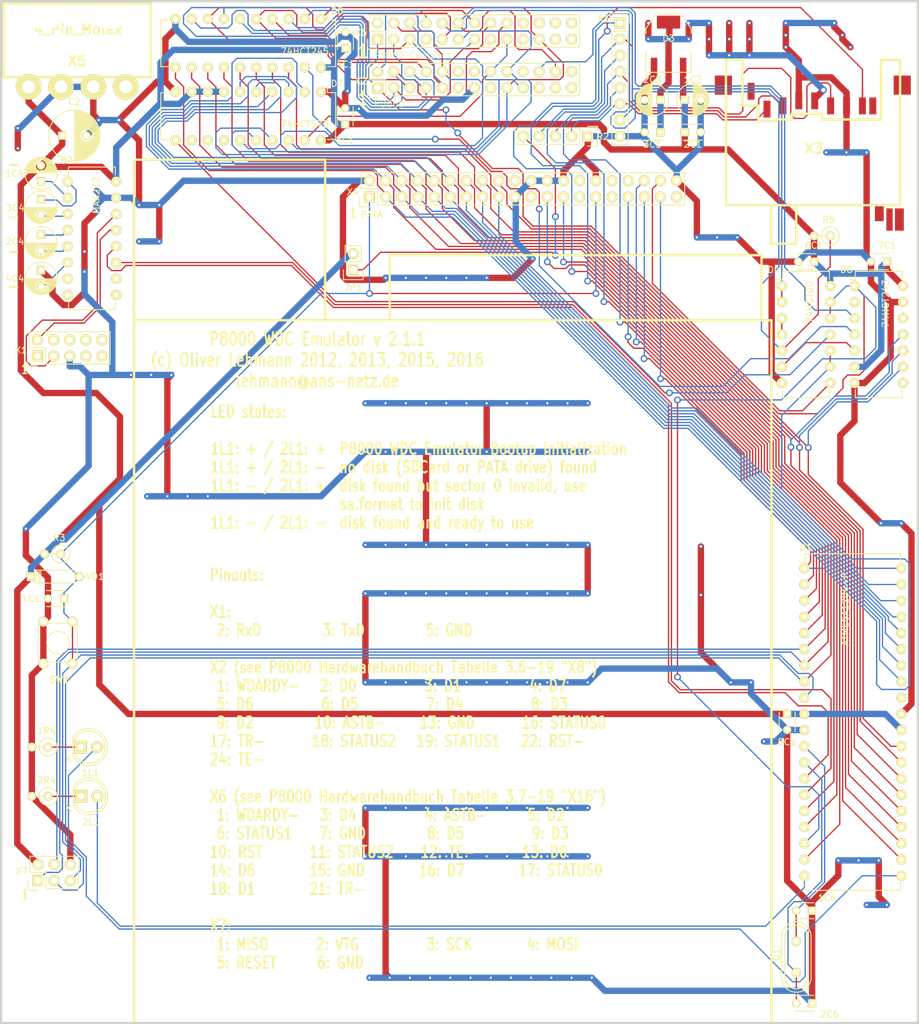
<source format=kicad_pcb>
(kicad_pcb (version 20171130) (host pcbnew "(5.1.12)-1")
  (title_block (title "P8000 WDC Emulator") (date 2016-06-22) (rev 2.1.1))
  (layers (0 Front signal) (31 Back signal) (34 B.Paste user hide) (35 F.Paste user hide) (36 B.SilkS user hide) (37 F.SilkS user hide) (38 B.Mask user hide) (39 F.Mask user hide) (44 Edge.Cuts user))
  (net 0 "")
  (net 1 //ASTB)
  (net 2 //CS0)
  (net 3 //RD)
  (net 4 //RDY)
  (net 5 //RST2)
  (net 6 //TE)
  (net 7 //TR)
  (net 8 //WR)
  (net 9 /D0)
  (net 10 /D1)
  (net 11 /D2)
  (net 12 /D3)
  (net 13 /D4)
  (net 14 /D5)
  (net 15 /D6)
  (net 16 /D7)
  (net 17 /DA0)
  (net 18 /DA1)
  (net 19 /DA2)
  (net 20 /PA0)
  (net 21 /PA1)
  (net 22 /PA2)
  (net 23 /PA3)
  (net 24 /PA4)
  (net 25 /PA5)
  (net 26 /PA6)
  (net 27 /PA7)
  (net 28 /PC0)
  (net 29 /PC1)
  (net 30 /PC2)
  (net 31 /PC3)
  (net 32 /PC4)
  (net 33 /PC5)
  (net 34 /PC6)
  (net 35 /PC7)
  (net 36 /RST)
  (net 37 /RST1)
  (net 38 /STATUS0)
  (net 39 /STATUS1)
  (net 40 /STATUS2)
  (net 41 GND)
  (net 42 VCC)
  (net 43 "Net-(1C1-Pad1)")
  (net 44 +3V3)
  (net 45 "Net-(1L1-Pad1)")
  (net 46 "Net-(1L1-Pad2)")
  (net 47 "Net-(2C6-Pad2)")
  (net 48 "Net-(2L1-Pad1)")
  (net 49 "Net-(2L1-Pad2)")
  (net 50 "Net-(D1-Pad5)")
  (net 51 "Net-(D1-Pad6)")
  (net 52 "Net-(D1-Pad7)")
  (net 53 "Net-(D1-Pad8)")
  (net 54 "Net-(D1-Pad14)")
  (net 55 "Net-(D1-Pad15)")
  (net 56 "Net-(D1-Pad32)")
  (net 57 "Net-(D2-Pad7)")
  (net 58 "Net-(D2-Pad8)")
  (net 59 "Net-(D2-Pad9)")
  (net 60 "Net-(D2-Pad10)")
  (net 61 "Net-(D2-Pad13)")
  (net 62 "Net-(D2-Pad14)")
  (net 63 "Net-(D4-Pad3)")
  (net 64 "Net-(D4-Pad8)")
  (net 65 "Net-(D4-Pad11)")
  (net 66 "Net-(R1-Pad2)")
  (net 67 "Net-(R1-Pad4)")
  (net 68 "Net-(R1-Pad6)")
  (net 69 "Net-(X1-Pad1)")
  (net 70 "Net-(X1-Pad4)")
  (net 71 "Net-(X1-Pad6)")
  (net 72 "Net-(X1-Pad7)")
  (net 73 "Net-(X1-Pad8)")
  (net 74 "Net-(X1-Pad9)")
  (net 75 "Net-(X1-Pad10)")
  (net 76 "Net-(X2-Pad11)")
  (net 77 "Net-(X2-Pad12)")
  (net 78 "Net-(X2-Pad14)")
  (net 79 "Net-(X2-Pad15)")
  (net 80 "Net-(X2-Pad20)")
  (net 81 "Net-(X2-Pad21)")
  (net 82 "Net-(X2-Pad23)")
  (net 83 "Net-(X2-Pad25)")
  (net 84 "Net-(X2-Pad26)")
  (net 85 "Net-(X3-Pad9)")
  (net 86 "Net-(X3-Pad8)")
  (net 87 "Net-(X4-Pad27)")
  (net 88 "Net-(X4-Pad28)")
  (net 89 "Net-(X4-Pad31)")
  (net 90 "Net-(X4-Pad32)")
  (net 91 "Net-(X5-Pad4)")
  (net 92 "Net-(X6-Pad2)")
  (net 93 "Net-(X6-Pad19)")
  (net 94 "Net-(X6-Pad20)")
  (net 95 "Net-(X6-Pad22)")
  (net 96 "Net-(X6-Pad23)")
  (net 97 "Net-(X6-Pad24)")
  (net 98 "Net-(X6-Pad25)")
  (net 99 "Net-(X6-Pad26)")
  (net 100 "Net-(X4-Pad20)")
  (net 101 "Net-(X4-Pad21)")
  (net 102 "Net-(X4-Pad34)")
  (net 103 "Net-(X4-Pad39)")
  (net 104 "Net-(1C6-Pad2)")
  (net 105 "Net-(1C4-Pad1)")
  (net 106 "Net-(2C4-Pad1)")
  (net 107 "Net-(2C4-Pad2)")
  (net 108 "Net-(3C4-Pad1)")
  (net 109 "Net-(3C4-Pad2)")
  (net 110 "Net-(4C4-Pad2)")
  (net 111 "Net-(D1-Pad18)")
  (net 112 "Net-(D1-Pad19)")
  (net 113 "Net-(D6-Pad8)")
  (net 114 "Net-(D7-Pad12)")
  (net 115 "Net-(D7-Pad13)")
  (net 116 "Net-(D7-Pad14)")
  (module Footprints:VIA-0.6mm (layer Front) (at 161.01 103.295)
    (fp_text reference VIA-0.6mm_163 hide)
    (fp_text value VAL** hide)
    (pad 1 thru_hole circle (at 0 0) (size 0.59944 0.59944) (drill 0.35) (layers *.Cu) (net 41 GND) (clearance 0.00254))
  )
  (module Footprints:VIA-0.6mm (layer Front) (at 157.835 103.295)
    (fp_text reference VIA-0.6mm_162 hide)
    (fp_text value VAL** hide)
    (pad 1 thru_hole circle (at 0 0) (size 0.59944 0.59944) (drill 0.35) (layers *.Cu) (net 41 GND) (clearance 0.00254))
  )
  (module Footprints:VIA-0.6mm (layer Front) (at 103.085 61.76)
    (fp_text reference VIA-0.6mm_161 hide)
    (fp_text value VAL** hide)
    (pad 1 thru_hole circle (at 0 0) (size 0.59944 0.59944) (drill 0.35) (layers *.Cu) (net 41 GND) (clearance 0.00254))
  )
  (module Footprints:VIA-0.6mm (layer Front) (at 80.01 64.77)
    (fp_text reference VIA-0.6mm_160 hide)
    (fp_text value VAL** hide)
    (pad 1 thru_hole circle (at 0 0) (size 0.59944 0.59944) (drill 0.35) (layers *.Cu) (net 41 GND) (clearance 0.00254))
  )
  (module Footprints:VIA-0.6mm (layer Front) (at 83.185 64.77)
    (fp_text reference VIA-0.6mm_159 hide)
    (fp_text value VAL** hide)
    (pad 1 thru_hole circle (at 0 0) (size 0.59944 0.59944) (drill 0.35) (layers *.Cu) (net 41 GND) (clearance 0.00254))
  )
  (module Footprints:VIA-0.6mm (layer Front) (at 86.36 64.77)
    (fp_text reference VIA-0.6mm_158 hide)
    (fp_text value VAL** hide)
    (pad 1 thru_hole circle (at 0 0) (size 0.59944 0.59944) (drill 0.35) (layers *.Cu) (net 41 GND) (clearance 0.00254))
  )
  (module Footprints:VIA-0.6mm (layer Front) (at 95.885 64.77)
    (fp_text reference VIA-0.6mm_157 hide)
    (fp_text value VAL** hide)
    (pad 1 thru_hole circle (at 0 0) (size 0.59944 0.59944) (drill 0.35) (layers *.Cu) (net 41 GND) (clearance 0.00254))
  )
  (module Footprints:VIA-0.6mm (layer Front) (at 92.71 64.77)
    (fp_text reference VIA-0.6mm_156 hide)
    (fp_text value VAL** hide)
    (pad 1 thru_hole circle (at 0 0) (size 0.59944 0.59944) (drill 0.35) (layers *.Cu) (net 41 GND) (clearance 0.00254))
  )
  (module Footprints:VIA-0.6mm (layer Front) (at 89.535 64.77)
    (fp_text reference VIA-0.6mm_155 hide)
    (fp_text value VAL** hide)
    (pad 1 thru_hole circle (at 0 0) (size 0.59944 0.59944) (drill 0.35) (layers *.Cu) (net 41 GND) (clearance 0.00254))
  )
  (module Footprints:VIA-0.6mm (layer Front) (at 76.835 92.075)
    (fp_text reference VIA-0.6mm_154 hide)
    (fp_text value VAL** hide)
    (pad 1 thru_hole circle (at 0 0) (size 0.59944 0.59944) (drill 0.35) (layers *.Cu) (net 41 GND) (clearance 0.00254))
  )
  (module Footprints:VIA-0.6mm (layer Front) (at 80.01 92.075)
    (fp_text reference VIA-0.6mm_153 hide)
    (fp_text value VAL** hide)
    (pad 1 thru_hole circle (at 0 0) (size 0.59944 0.59944) (drill 0.35) (layers *.Cu) (net 41 GND) (clearance 0.00254))
  )
  (module Footprints:VIA-0.6mm (layer Front) (at 83.185 92.075)
    (fp_text reference VIA-0.6mm_152 hide)
    (fp_text value VAL** hide)
    (pad 1 thru_hole circle (at 0 0) (size 0.59944 0.59944) (drill 0.35) (layers *.Cu) (net 41 GND) (clearance 0.00254))
  )
  (module Footprints:VIA-0.6mm (layer Front) (at 92.71 92.075)
    (fp_text reference VIA-0.6mm_151 hide)
    (fp_text value VAL** hide)
    (pad 1 thru_hole circle (at 0 0) (size 0.59944 0.59944) (drill 0.35) (layers *.Cu) (net 41 GND) (clearance 0.00254))
  )
  (module Footprints:VIA-0.6mm (layer Front) (at 89.535 92.075)
    (fp_text reference VIA-0.6mm_150 hide)
    (fp_text value VAL** hide)
    (pad 1 thru_hole circle (at 0 0) (size 0.59944 0.59944) (drill 0.35) (layers *.Cu) (net 41 GND) (clearance 0.00254))
  )
  (module Footprints:VIA-0.6mm (layer Front) (at 86.36 92.075)
    (fp_text reference VIA-0.6mm_149 hide)
    (fp_text value VAL** hide)
    (pad 1 thru_hole circle (at 0 0) (size 0.59944 0.59944) (drill 0.35) (layers *.Cu) (net 41 GND) (clearance 0.00254))
  )
  (module Footprints:VIA-0.6mm (layer Front) (at 105.41 92.075)
    (fp_text reference VIA-0.6mm_148 hide)
    (fp_text value VAL** hide)
    (pad 1 thru_hole circle (at 0 0) (size 0.59944 0.59944) (drill 0.35) (layers *.Cu) (net 41 GND) (clearance 0.00254))
  )
  (module Footprints:VIA-0.6mm (layer Front) (at 108.585 92.075)
    (fp_text reference VIA-0.6mm_147 hide)
    (fp_text value VAL** hide)
    (pad 1 thru_hole circle (at 0 0) (size 0.59944 0.59944) (drill 0.35) (layers *.Cu) (net 41 GND) (clearance 0.00254))
  )
  (module Footprints:VIA-0.6mm (layer Front) (at 111.76 92.075)
    (fp_text reference VIA-0.6mm_146 hide)
    (fp_text value VAL** hide)
    (pad 1 thru_hole circle (at 0 0) (size 0.59944 0.59944) (drill 0.35) (layers *.Cu) (net 41 GND) (clearance 0.00254))
  )
  (module Footprints:VIA-0.6mm (layer Front) (at 102.235 92.075)
    (fp_text reference VIA-0.6mm_145 hide)
    (fp_text value VAL** hide)
    (pad 1 thru_hole circle (at 0 0) (size 0.59944 0.59944) (drill 0.35) (layers *.Cu) (net 41 GND) (clearance 0.00254))
  )
  (module Footprints:VIA-0.6mm (layer Front) (at 99.06 92.075)
    (fp_text reference VIA-0.6mm_144 hide)
    (fp_text value VAL** hide)
    (pad 1 thru_hole circle (at 0 0) (size 0.59944 0.59944) (drill 0.35) (layers *.Cu) (net 41 GND) (clearance 0.00254))
  )
  (module Footprints:VIA-0.6mm (layer Front) (at 95.885 92.075)
    (fp_text reference VIA-0.6mm_143 hide)
    (fp_text value VAL** hide)
    (pad 1 thru_hole circle (at 0 0) (size 0.59944 0.59944) (drill 0.35) (layers *.Cu) (net 41 GND) (clearance 0.00254))
  )
  (module Footprints:VIA-0.6mm (layer Front) (at 76.835 84.455)
    (fp_text reference VIA-0.6mm_142 hide)
    (fp_text value VAL** hide)
    (pad 1 thru_hole circle (at 0 0) (size 0.59944 0.59944) (drill 0.35) (layers *.Cu) (net 41 GND) (clearance 0.00254))
  )
  (module Footprints:VIA-0.6mm (layer Front) (at 80.01 84.455)
    (fp_text reference VIA-0.6mm_141 hide)
    (fp_text value VAL** hide)
    (pad 1 thru_hole circle (at 0 0) (size 0.59944 0.59944) (drill 0.35) (layers *.Cu) (net 41 GND) (clearance 0.00254))
  )
  (module Footprints:VIA-0.6mm (layer Front) (at 83.185 84.455)
    (fp_text reference VIA-0.6mm_140 hide)
    (fp_text value VAL** hide)
    (pad 1 thru_hole circle (at 0 0) (size 0.59944 0.59944) (drill 0.35) (layers *.Cu) (net 41 GND) (clearance 0.00254))
  )
  (module Footprints:VIA-0.6mm (layer Front) (at 92.71 84.455)
    (fp_text reference VIA-0.6mm_139 hide)
    (fp_text value VAL** hide)
    (pad 1 thru_hole circle (at 0 0) (size 0.59944 0.59944) (drill 0.35) (layers *.Cu) (net 41 GND) (clearance 0.00254))
  )
  (module Footprints:VIA-0.6mm (layer Front) (at 89.535 84.455)
    (fp_text reference VIA-0.6mm_138 hide)
    (fp_text value VAL** hide)
    (pad 1 thru_hole circle (at 0 0) (size 0.59944 0.59944) (drill 0.35) (layers *.Cu) (net 41 GND) (clearance 0.00254))
  )
  (module Footprints:VIA-0.6mm (layer Front) (at 86.36 84.455)
    (fp_text reference VIA-0.6mm_137 hide)
    (fp_text value VAL** hide)
    (pad 1 thru_hole circle (at 0 0) (size 0.59944 0.59944) (drill 0.35) (layers *.Cu) (net 41 GND) (clearance 0.00254))
  )
  (module Footprints:VIA-0.6mm (layer Front) (at 105.41 84.455)
    (fp_text reference VIA-0.6mm_136 hide)
    (fp_text value VAL** hide)
    (pad 1 thru_hole circle (at 0 0) (size 0.59944 0.59944) (drill 0.35) (layers *.Cu) (net 41 GND) (clearance 0.00254))
  )
  (module Footprints:VIA-0.6mm (layer Front) (at 108.585 84.455)
    (fp_text reference VIA-0.6mm_135 hide)
    (fp_text value VAL** hide)
    (pad 1 thru_hole circle (at 0 0) (size 0.59944 0.59944) (drill 0.35) (layers *.Cu) (net 41 GND) (clearance 0.00254))
  )
  (module Footprints:VIA-0.6mm (layer Front) (at 111.76 84.455)
    (fp_text reference VIA-0.6mm_134 hide)
    (fp_text value VAL** hide)
    (pad 1 thru_hole circle (at 0 0) (size 0.59944 0.59944) (drill 0.35) (layers *.Cu) (net 41 GND) (clearance 0.00254))
  )
  (module Footprints:VIA-0.6mm (layer Front) (at 102.235 84.455)
    (fp_text reference VIA-0.6mm_133 hide)
    (fp_text value VAL** hide)
    (pad 1 thru_hole circle (at 0 0) (size 0.59944 0.59944) (drill 0.35) (layers *.Cu) (net 41 GND) (clearance 0.00254))
  )
  (module Footprints:VIA-0.6mm (layer Front) (at 99.06 84.455)
    (fp_text reference VIA-0.6mm_132 hide)
    (fp_text value VAL** hide)
    (pad 1 thru_hole circle (at 0 0) (size 0.59944 0.59944) (drill 0.35) (layers *.Cu) (net 41 GND) (clearance 0.00254))
  )
  (module Footprints:VIA-0.6mm (layer Front) (at 95.885 84.455)
    (fp_text reference VIA-0.6mm_131 hide)
    (fp_text value VAL** hide)
    (pad 1 thru_hole circle (at 0 0) (size 0.59944 0.59944) (drill 0.35) (layers *.Cu) (net 41 GND) (clearance 0.00254))
  )
  (module Footprints:HOLE_4x8mm_pad (layer Front) (at 26.0096 92.5601 90)
    (fp_text reference Hole-Outer-4 hide)
    (fp_text value VAL** hide)
    (pad "" np_thru_hole oval (at 0 0 90) (size 4.0005 9.99998) (drill oval 4.0005 9.99998) (layers *.Cu *.Mask F.SilkS) (clearance 4.25196))
  )
  (module Footprints:HOLE_4x8mm_pad (layer Front) (at 26.0096 171.549 90)
    (fp_text reference Hole-Outer-3 hide)
    (fp_text value VAL** hide)
    (pad "" np_thru_hole oval (at 0 0 90) (size 4.0005 9.99998) (drill oval 4.0005 9.99998) (layers *.Cu *.Mask F.SilkS) (clearance 4.25196))
  )
  (module Footprints:HOLE_4x8mm_pad (layer Front) (at 157.226 171.552 90)
    (fp_text reference Hole-Outer-1 hide)
    (fp_text value VAL** hide)
    (pad "" np_thru_hole oval (at 0 0 90) (size 4.0005 9.99998) (drill oval 4.0005 9.99998) (layers *.Cu *.Mask F.SilkS) (clearance 4.25196))
  )
  (module Footprints:HOLE_4x8mm_pad (layer Front) (at 157.226 92.5576 90)
    (fp_text reference Hole-Outer-2 hide)
    (fp_text value VAL** hide)
    (pad "" np_thru_hole oval (at 0 0 90) (size 4.0005 9.99998) (drill oval 4.0005 9.99998) (layers *.Cu *.Mask F.SilkS) (clearance 4.25196))
  )
  (module Housings_DIP:DIP-40_W15.24mm (layer Front) (at 145.8 110.36)
    (fp_text reference D1 (at 0.21 -3.24 180) (layer F.SilkS))
    (fp_text value ATMEGA1284-P (at 6.4008 6.35 270) (layer F.SilkS))
    (pad 1 thru_hole oval (at 0 0) (size 1.6 1.6) (drill 0.8) (layers *.Cu *.Mask F.SilkS) (net 2 //CS0))
    (pad 2 thru_hole oval (at 0 2.54) (size 1.6 1.6) (drill 0.8) (layers *.Cu *.Mask F.SilkS) (net 17 /DA0))
    (pad 3 thru_hole oval (at 0 5.08) (size 1.6 1.6) (drill 0.8) (layers *.Cu *.Mask F.SilkS) (net 18 /DA1))
    (pad 4 thru_hole oval (at 0 7.62) (size 1.6 1.6) (drill 0.8) (layers *.Cu *.Mask F.SilkS) (net 19 /DA2))
    (pad 5 thru_hole oval (at 0 10.16) (size 1.6 1.6) (drill 0.8) (layers *.Cu *.Mask F.SilkS) (net 50 "Net-(D1-Pad5)"))
    (pad 6 thru_hole oval (at 0 12.7) (size 1.6 1.6) (drill 0.8) (layers *.Cu *.Mask F.SilkS) (net 51 "Net-(D1-Pad6)"))
    (pad 7 thru_hole oval (at 0 15.24) (size 1.6 1.6) (drill 0.8) (layers *.Cu *.Mask F.SilkS) (net 52 "Net-(D1-Pad7)"))
    (pad 8 thru_hole oval (at 0 17.78) (size 1.6 1.6) (drill 0.8) (layers *.Cu *.Mask F.SilkS) (net 53 "Net-(D1-Pad8)"))
    (pad 9 thru_hole oval (at 0 20.32) (size 1.6 1.6) (drill 0.8) (layers *.Cu *.Mask F.SilkS) (net 43 "Net-(1C1-Pad1)"))
    (pad 10 thru_hole oval (at 0 22.86) (size 1.6 1.6) (drill 0.8) (layers *.Cu *.Mask F.SilkS) (net 42 VCC))
    (pad 11 thru_hole oval (at 0 25.4) (size 1.6 1.6) (drill 0.8) (layers *.Cu *.Mask F.SilkS) (net 41 GND))
    (pad 12 thru_hole oval (at 0 27.94) (size 1.6 1.6) (drill 0.8) (layers *.Cu *.Mask F.SilkS) (net 104 "Net-(1C6-Pad2)"))
    (pad 13 thru_hole oval (at 0 30.48) (size 1.6 1.6) (drill 0.8) (layers *.Cu *.Mask F.SilkS) (net 47 "Net-(2C6-Pad2)"))
    (pad 14 thru_hole oval (at 0 33.02) (size 1.6 1.6) (drill 0.8) (layers *.Cu *.Mask F.SilkS) (net 54 "Net-(D1-Pad14)"))
    (pad 15 thru_hole oval (at 0 35.56) (size 1.6 1.6) (drill 0.8) (layers *.Cu *.Mask F.SilkS) (net 55 "Net-(D1-Pad15)"))
    (pad 16 thru_hole oval (at 0 38.1) (size 1.6 1.6) (drill 0.8) (layers *.Cu *.Mask F.SilkS) (net 8 //WR))
    (pad 17 thru_hole oval (at 0 40.64) (size 1.6 1.6) (drill 0.8) (layers *.Cu *.Mask F.SilkS) (net 3 //RD))
    (pad 18 thru_hole oval (at 0 43.18) (size 1.6 1.6) (drill 0.8) (layers *.Cu *.Mask F.SilkS) (net 111 "Net-(D1-Pad18)"))
    (pad 19 thru_hole oval (at 0 45.72) (size 1.6 1.6) (drill 0.8) (layers *.Cu *.Mask F.SilkS) (net 112 "Net-(D1-Pad19)"))
    (pad 20 thru_hole oval (at 0 48.26) (size 1.6 1.6) (drill 0.8) (layers *.Cu *.Mask F.SilkS) (net 49 "Net-(2L1-Pad2)"))
    (pad 21 thru_hole oval (at 15.24 48.26) (size 1.6 1.6) (drill 0.8) (layers *.Cu *.Mask F.SilkS) (net 46 "Net-(1L1-Pad2)"))
    (pad 22 thru_hole oval (at 15.24 45.72) (size 1.6 1.6) (drill 0.8) (layers *.Cu *.Mask F.SilkS) (net 28 /PC0))
    (pad 23 thru_hole oval (at 15.24 43.18) (size 1.6 1.6) (drill 0.8) (layers *.Cu *.Mask F.SilkS) (net 29 /PC1))
    (pad 24 thru_hole oval (at 15.24 40.64) (size 1.6 1.6) (drill 0.8) (layers *.Cu *.Mask F.SilkS) (net 30 /PC2))
    (pad 25 thru_hole oval (at 15.24 38.1) (size 1.6 1.6) (drill 0.8) (layers *.Cu *.Mask F.SilkS) (net 31 /PC3))
    (pad 26 thru_hole oval (at 15.24 35.56) (size 1.6 1.6) (drill 0.8) (layers *.Cu *.Mask F.SilkS) (net 32 /PC4))
    (pad 27 thru_hole oval (at 15.24 33.02) (size 1.6 1.6) (drill 0.8) (layers *.Cu *.Mask F.SilkS) (net 33 /PC5))
    (pad 28 thru_hole oval (at 15.24 30.48) (size 1.6 1.6) (drill 0.8) (layers *.Cu *.Mask F.SilkS) (net 34 /PC6))
    (pad 29 thru_hole oval (at 15.24 27.94) (size 1.6 1.6) (drill 0.8) (layers *.Cu *.Mask F.SilkS) (net 35 /PC7))
    (pad 30 thru_hole oval (at 15.24 25.4) (size 1.6 1.6) (drill 0.8) (layers *.Cu *.Mask F.SilkS) (net 42 VCC))
    (pad 31 thru_hole oval (at 15.24 22.86) (size 1.6 1.6) (drill 0.8) (layers *.Cu *.Mask F.SilkS) (net 41 GND))
    (pad 32 thru_hole oval (at 15.24 20.32) (size 1.6 1.6) (drill 0.8) (layers *.Cu *.Mask F.SilkS) (net 56 "Net-(D1-Pad32)"))
    (pad 33 thru_hole oval (at 15.24 17.78) (size 1.6 1.6) (drill 0.8) (layers *.Cu *.Mask F.SilkS) (net 27 /PA7))
    (pad 34 thru_hole oval (at 15.24 15.24) (size 1.6 1.6) (drill 0.8) (layers *.Cu *.Mask F.SilkS) (net 26 /PA6))
    (pad 35 thru_hole oval (at 15.24 12.7) (size 1.6 1.6) (drill 0.8) (layers *.Cu *.Mask F.SilkS) (net 25 /PA5))
    (pad 36 thru_hole oval (at 15.24 10.16) (size 1.6 1.6) (drill 0.8) (layers *.Cu *.Mask F.SilkS) (net 24 /PA4))
    (pad 37 thru_hole oval (at 15.24 7.62) (size 1.6 1.6) (drill 0.8) (layers *.Cu *.Mask F.SilkS) (net 23 /PA3))
    (pad 38 thru_hole oval (at 15.24 5.08) (size 1.6 1.6) (drill 0.8) (layers *.Cu *.Mask F.SilkS) (net 22 /PA2))
    (pad 39 thru_hole oval (at 15.24 2.54) (size 1.6 1.6) (drill 0.8) (layers *.Cu *.Mask F.SilkS) (net 21 /PA1))
    (pad 40 thru_hole oval (at 15.24 0) (size 1.6 1.6) (drill 0.8) (layers *.Cu *.Mask F.SilkS) (net 20 /PA0))
  )
  (module Housings_DIP:DIP-16_W7.62mm (layer Front) (at 30.0609 49.6697)
    (fp_text reference D2 (at -0.1651 -3.31724 180) (layer F.SilkS))
    (fp_text value MAX232 (at 4.4831 2.1463 90) (layer F.SilkS))
    (pad 1 thru_hole oval (at 0 0) (size 1.6 1.6) (drill 0.8) (layers *.Cu *.Mask F.SilkS) (net 108 "Net-(3C4-Pad1)"))
    (pad 2 thru_hole oval (at 0 2.54) (size 1.6 1.6) (drill 0.8) (layers *.Cu *.Mask F.SilkS) (net 105 "Net-(1C4-Pad1)"))
    (pad 3 thru_hole oval (at 0 5.08) (size 1.6 1.6) (drill 0.8) (layers *.Cu *.Mask F.SilkS) (net 109 "Net-(3C4-Pad2)"))
    (pad 4 thru_hole oval (at 0 7.62) (size 1.6 1.6) (drill 0.8) (layers *.Cu *.Mask F.SilkS) (net 106 "Net-(2C4-Pad1)"))
    (pad 5 thru_hole oval (at 0 10.16) (size 1.6 1.6) (drill 0.8) (layers *.Cu *.Mask F.SilkS) (net 107 "Net-(2C4-Pad2)"))
    (pad 6 thru_hole oval (at 0 12.7) (size 1.6 1.6) (drill 0.8) (layers *.Cu *.Mask F.SilkS) (net 110 "Net-(4C4-Pad2)"))
    (pad 7 thru_hole oval (at 0 15.24) (size 1.6 1.6) (drill 0.8) (layers *.Cu *.Mask F.SilkS) (net 57 "Net-(D2-Pad7)"))
    (pad 8 thru_hole oval (at 0 17.78) (size 1.6 1.6) (drill 0.8) (layers *.Cu *.Mask F.SilkS) (net 58 "Net-(D2-Pad8)"))
    (pad 9 thru_hole oval (at 7.62 17.78) (size 1.6 1.6) (drill 0.8) (layers *.Cu *.Mask F.SilkS) (net 59 "Net-(D2-Pad9)"))
    (pad 10 thru_hole oval (at 7.62 15.24) (size 1.6 1.6) (drill 0.8) (layers *.Cu *.Mask F.SilkS) (net 60 "Net-(D2-Pad10)"))
    (pad 11 thru_hole oval (at 7.62 12.7) (size 1.6 1.6) (drill 0.8) (layers *.Cu *.Mask F.SilkS) (net 55 "Net-(D1-Pad15)"))
    (pad 12 thru_hole oval (at 7.62 10.16) (size 1.6 1.6) (drill 0.8) (layers *.Cu *.Mask F.SilkS) (net 54 "Net-(D1-Pad14)"))
    (pad 13 thru_hole oval (at 7.62 7.62) (size 1.6 1.6) (drill 0.8) (layers *.Cu *.Mask F.SilkS) (net 61 "Net-(D2-Pad13)"))
    (pad 14 thru_hole oval (at 7.62 5.08) (size 1.6 1.6) (drill 0.8) (layers *.Cu *.Mask F.SilkS) (net 62 "Net-(D2-Pad14)"))
    (pad 15 thru_hole oval (at 7.62 2.54) (size 1.6 1.6) (drill 0.8) (layers *.Cu *.Mask F.SilkS) (net 41 GND))
    (pad 16 thru_hole oval (at 7.62 0) (size 1.6 1.6) (drill 0.8) (layers *.Cu *.Mask F.SilkS) (net 42 VCC))
  )
  (module Footprints:sd_cocket_yamaichi_fps009_3001 (layer Front) (at 159.82 53.37 180)
    (fp_text reference X3 (at 12.5095 8.89 180) (layer F.SilkS) (effects (font (size 1.524 1.524) (thickness 0.3048))))
    (fp_text value SD-CON hide)
    (pad 9 smd rect (at 22.40026 17.88414 180) (size 1.09982 2.64922) (layers Front F.Paste F.Mask) (net 85 "Net-(X3-Pad9)"))
    (pad 1 smd rect (at 19.9009 15.08506 180) (size 1.09982 2.64922) (layers Front F.Paste F.Mask) (net 68 "Net-(R1-Pad6)"))
    (pad 2 smd rect (at 17.399 15.58544 180) (size 1.09982 2.64922) (layers Front F.Paste F.Mask) (net 67 "Net-(R1-Pad4)"))
    (pad 3 smd rect (at 14.89964 16.38554 180) (size 1.09982 2.64922) (layers Front F.Paste F.Mask) (net 41 GND))
    (pad 4 smd rect (at 12.40028 16.38554 180) (size 1.09982 2.64922) (layers Front F.Paste F.Mask) (net 44 +3V3))
    (pad 5 smd rect (at 9.90092 15.58544 180) (size 1.09982 2.64922) (layers Front F.Paste F.Mask) (net 66 "Net-(R1-Pad2)"))
    (pad 6 smd rect (at 7.39902 15.58544 180) (size 1.09982 2.64922) (layers Front F.Paste F.Mask) (net 41 GND))
    (pad 7 smd rect (at 4.89966 15.58544 180) (size 1.09982 2.64922) (layers Front F.Paste F.Mask) (net 52 "Net-(D1-Pad7)"))
    (pad 8 smd rect (at 3.27406 15.58544 180) (size 1.09982 2.64922) (layers Front F.Paste F.Mask) (net 86 "Net-(X3-Pad8)"))
    (pad WP1 smd rect (at 0.65024 -2.25044 180) (size 1.00076 3.50012) (layers Front F.Paste F.Mask))
    (pad Sec smd rect (at 26.74874 18.84934 180) (size 2.70002 2.99974) (layers Front F.Paste F.Mask))
    (pad WP2 smd rect (at -0.89916 -2.25044 180) (size 1.39954 3.50012) (layers Front F.Paste F.Mask))
    (pad COM smd rect (at 2.25044 -1.24968 180) (size 1.39954 2.49936) (layers Front F.Paste F.Mask))
    (pad Sec smd rect (at -1.34874 18.84934 180) (size 2.70002 2.99974) (layers Front F.Paste F.Mask))
    (pad "" np_thru_hole circle (at 25.19934 15.99946 180) (size 1.6002 1.6002) (drill 1.6002) (layers *.Cu *.Mask F.SilkS))
    (pad "" np_thru_hole circle (at 0.39878 15.99946 180) (size 1.09982 1.09982) (drill 1.09982) (layers *.Cu *.Mask F.SilkS))
  )
  (module Pin_Headers:Pin_Header_Straight_2x20 (layer Front) (at 77.47 52.07 90)
    (fp_text reference X4 (at 0.76454 -2.61366 180) (layer F.SilkS))
    (fp_text value PATA (at -2.77114 0.33274 180) (layer F.SilkS))
    (pad 1 thru_hole rect (at 0 0 90) (size 1.7272 1.7272) (drill 1) (layers *.Cu *.Mask F.SilkS) (net 43 "Net-(1C1-Pad1)"))
    (pad 2 thru_hole oval (at 2.54 0 90) (size 1.7272 1.7272) (drill 1) (layers *.Cu *.Mask F.SilkS) (net 41 GND))
    (pad 3 thru_hole oval (at 0 2.54 90) (size 1.7272 1.7272) (drill 1) (layers *.Cu *.Mask F.SilkS) (net 27 /PA7))
    (pad 4 thru_hole oval (at 2.54 2.54 90) (size 1.7272 1.7272) (drill 1) (layers *.Cu *.Mask F.SilkS) (net 28 /PC0))
    (pad 5 thru_hole oval (at 0 5.08 90) (size 1.7272 1.7272) (drill 1) (layers *.Cu *.Mask F.SilkS) (net 26 /PA6))
    (pad 6 thru_hole oval (at 2.54 5.08 90) (size 1.7272 1.7272) (drill 1) (layers *.Cu *.Mask F.SilkS) (net 29 /PC1))
    (pad 7 thru_hole oval (at 0 7.62 90) (size 1.7272 1.7272) (drill 1) (layers *.Cu *.Mask F.SilkS) (net 25 /PA5))
    (pad 8 thru_hole oval (at 2.54 7.62 90) (size 1.7272 1.7272) (drill 1) (layers *.Cu *.Mask F.SilkS) (net 30 /PC2))
    (pad 9 thru_hole oval (at 0 10.16 90) (size 1.7272 1.7272) (drill 1) (layers *.Cu *.Mask F.SilkS) (net 24 /PA4))
    (pad 10 thru_hole oval (at 2.54 10.16 90) (size 1.7272 1.7272) (drill 1) (layers *.Cu *.Mask F.SilkS) (net 31 /PC3))
    (pad 11 thru_hole oval (at 0 12.7 90) (size 1.7272 1.7272) (drill 1) (layers *.Cu *.Mask F.SilkS) (net 23 /PA3))
    (pad 12 thru_hole oval (at 2.54 12.7 90) (size 1.7272 1.7272) (drill 1) (layers *.Cu *.Mask F.SilkS) (net 32 /PC4))
    (pad 13 thru_hole oval (at 0 15.24 90) (size 1.7272 1.7272) (drill 1) (layers *.Cu *.Mask F.SilkS) (net 22 /PA2))
    (pad 14 thru_hole oval (at 2.54 15.24 90) (size 1.7272 1.7272) (drill 1) (layers *.Cu *.Mask F.SilkS) (net 33 /PC5))
    (pad 15 thru_hole oval (at 0 17.78 90) (size 1.7272 1.7272) (drill 1) (layers *.Cu *.Mask F.SilkS) (net 21 /PA1))
    (pad 16 thru_hole oval (at 2.54 17.78 90) (size 1.7272 1.7272) (drill 1) (layers *.Cu *.Mask F.SilkS) (net 34 /PC6))
    (pad 17 thru_hole oval (at 0 20.32 90) (size 1.7272 1.7272) (drill 1) (layers *.Cu *.Mask F.SilkS) (net 20 /PA0))
    (pad 18 thru_hole oval (at 2.54 20.32 90) (size 1.7272 1.7272) (drill 1) (layers *.Cu *.Mask F.SilkS) (net 35 /PC7))
    (pad 19 thru_hole oval (at 0 22.86 90) (size 1.7272 1.7272) (drill 1) (layers *.Cu *.Mask F.SilkS) (net 41 GND))
    (pad 20 thru_hole oval (at 2.54 22.86 90) (size 1.7272 1.7272) (drill 1) (layers *.Cu *.Mask F.SilkS) (net 100 "Net-(X4-Pad20)"))
    (pad 21 thru_hole oval (at 0 25.4 90) (size 1.7272 1.7272) (drill 1) (layers *.Cu *.Mask F.SilkS) (net 101 "Net-(X4-Pad21)"))
    (pad 22 thru_hole oval (at 2.54 25.4 90) (size 1.7272 1.7272) (drill 1) (layers *.Cu *.Mask F.SilkS) (net 41 GND))
    (pad 23 thru_hole oval (at 0 27.94 90) (size 1.7272 1.7272) (drill 1) (layers *.Cu *.Mask F.SilkS) (net 8 //WR))
    (pad 24 thru_hole oval (at 2.54 27.94 90) (size 1.7272 1.7272) (drill 1) (layers *.Cu *.Mask F.SilkS) (net 41 GND))
    (pad 25 thru_hole oval (at 0 30.48 90) (size 1.7272 1.7272) (drill 1) (layers *.Cu *.Mask F.SilkS) (net 3 //RD))
    (pad 26 thru_hole oval (at 2.54 30.48 90) (size 1.7272 1.7272) (drill 1) (layers *.Cu *.Mask F.SilkS) (net 41 GND))
    (pad 27 thru_hole oval (at 0 33.02 90) (size 1.7272 1.7272) (drill 1) (layers *.Cu *.Mask F.SilkS) (net 87 "Net-(X4-Pad27)"))
    (pad 28 thru_hole oval (at 2.54 33.02 90) (size 1.7272 1.7272) (drill 1) (layers *.Cu *.Mask F.SilkS) (net 88 "Net-(X4-Pad28)"))
    (pad 29 thru_hole oval (at 0 35.56 90) (size 1.7272 1.7272) (drill 1) (layers *.Cu *.Mask F.SilkS) (net 43 "Net-(1C1-Pad1)"))
    (pad 30 thru_hole oval (at 2.54 35.56 90) (size 1.7272 1.7272) (drill 1) (layers *.Cu *.Mask F.SilkS) (net 41 GND))
    (pad 31 thru_hole oval (at 0 38.1 90) (size 1.7272 1.7272) (drill 1) (layers *.Cu *.Mask F.SilkS) (net 89 "Net-(X4-Pad31)"))
    (pad 32 thru_hole oval (at 2.54 38.1 90) (size 1.7272 1.7272) (drill 1) (layers *.Cu *.Mask F.SilkS) (net 90 "Net-(X4-Pad32)"))
    (pad 33 thru_hole oval (at 0 40.64 90) (size 1.7272 1.7272) (drill 1) (layers *.Cu *.Mask F.SilkS) (net 18 /DA1))
    (pad 34 thru_hole oval (at 2.54 40.64 90) (size 1.7272 1.7272) (drill 1) (layers *.Cu *.Mask F.SilkS) (net 102 "Net-(X4-Pad34)"))
    (pad 35 thru_hole oval (at 0 43.18 90) (size 1.7272 1.7272) (drill 1) (layers *.Cu *.Mask F.SilkS) (net 17 /DA0))
    (pad 36 thru_hole oval (at 2.54 43.18 90) (size 1.7272 1.7272) (drill 1) (layers *.Cu *.Mask F.SilkS) (net 19 /DA2))
    (pad 37 thru_hole oval (at 0 45.72 90) (size 1.7272 1.7272) (drill 1) (layers *.Cu *.Mask F.SilkS) (net 2 //CS0))
    (pad 38 thru_hole oval (at 2.54 45.72 90) (size 1.7272 1.7272) (drill 1) (layers *.Cu *.Mask F.SilkS) (net 64 "Net-(D4-Pad8)"))
    (pad 39 thru_hole oval (at 0 48.26 90) (size 1.7272 1.7272) (drill 1) (layers *.Cu *.Mask F.SilkS) (net 103 "Net-(X4-Pad39)"))
    (pad 40 thru_hole oval (at 2.54 48.26 90) (size 1.7272 1.7272) (drill 1) (layers *.Cu *.Mask F.SilkS) (net 41 GND))
  )
  (module Housings_DIP:DIP-14_W7.62mm (layer Front) (at 142.24 66.04)
    (fp_text reference D4 (at -1.27 -2.54 180) (layer F.SilkS))
    (fp_text value 74HCT00 (at 4.4196 2.5273 90) (layer F.SilkS))
    (pad 1 thru_hole oval (at 0 0) (size 1.6 1.6) (drill 0.8) (layers *.Cu *.Mask F.SilkS) (net 37 /RST1))
    (pad 2 thru_hole oval (at 0 2.54) (size 1.6 1.6) (drill 0.8) (layers *.Cu *.Mask F.SilkS) (net 37 /RST1))
    (pad 3 thru_hole oval (at 0 5.08) (size 1.6 1.6) (drill 0.8) (layers *.Cu *.Mask F.SilkS) (net 63 "Net-(D4-Pad3)"))
    (pad 4 thru_hole oval (at 0 7.62) (size 1.6 1.6) (drill 0.8) (layers *.Cu *.Mask F.SilkS) (net 63 "Net-(D4-Pad3)"))
    (pad 5 thru_hole oval (at 0 10.16) (size 1.6 1.6) (drill 0.8) (layers *.Cu *.Mask F.SilkS) (net 5 //RST2))
    (pad 6 thru_hole oval (at 0 12.7) (size 1.6 1.6) (drill 0.8) (layers *.Cu *.Mask F.SilkS) (net 36 /RST))
    (pad 7 thru_hole oval (at 0 15.24) (size 1.6 1.6) (drill 0.8) (layers *.Cu *.Mask F.SilkS) (net 41 GND))
    (pad 8 thru_hole oval (at 7.62 15.24) (size 1.6 1.6) (drill 0.8) (layers *.Cu *.Mask F.SilkS) (net 64 "Net-(D4-Pad8)"))
    (pad 9 thru_hole oval (at 7.62 12.7) (size 1.6 1.6) (drill 0.8) (layers *.Cu *.Mask F.SilkS) (net 2 //CS0))
    (pad 10 thru_hole oval (at 7.62 10.16) (size 1.6 1.6) (drill 0.8) (layers *.Cu *.Mask F.SilkS) (net 2 //CS0))
    (pad 11 thru_hole oval (at 7.62 7.62) (size 1.6 1.6) (drill 0.8) (layers *.Cu *.Mask F.SilkS) (net 65 "Net-(D4-Pad11)"))
    (pad 12 thru_hole oval (at 7.62 5.08) (size 1.6 1.6) (drill 0.8) (layers *.Cu *.Mask F.SilkS) (net 111 "Net-(D1-Pad18)"))
    (pad 13 thru_hole oval (at 7.62 2.54) (size 1.6 1.6) (drill 0.8) (layers *.Cu *.Mask F.SilkS) (net 111 "Net-(D1-Pad18)"))
    (pad 14 thru_hole oval (at 7.62 0) (size 1.6 1.6) (drill 0.8) (layers *.Cu *.Mask F.SilkS) (net 42 VCC))
  )
  (module Pin_Headers:Pin_Header_Straight_1x08 (layer Front) (at 116.84 24.765)
    (fp_text reference R1 (at -2.54 -0.635) (layer F.SilkS))
    (fp_text value 1k8 hide)
    (pad 1 thru_hole rect (at 0 0) (size 1.7272 1.7272) (drill 1) (layers *.Cu *.Mask F.SilkS) (net 53 "Net-(D1-Pad8)"))
    (pad 2 thru_hole oval (at 0 2.54) (size 1.7272 1.7272) (drill 1) (layers *.Cu *.Mask F.SilkS) (net 66 "Net-(R1-Pad2)"))
    (pad 3 thru_hole oval (at 0 5.08) (size 1.7272 1.7272) (drill 1) (layers *.Cu *.Mask F.SilkS) (net 51 "Net-(D1-Pad6)"))
    (pad 4 thru_hole oval (at 0 7.62) (size 1.7272 1.7272) (drill 1) (layers *.Cu *.Mask F.SilkS) (net 67 "Net-(R1-Pad4)"))
    (pad 5 thru_hole oval (at 0 10.16) (size 1.7272 1.7272) (drill 1) (layers *.Cu *.Mask F.SilkS) (net 50 "Net-(D1-Pad5)"))
    (pad 6 thru_hole oval (at 0 12.7) (size 1.7272 1.7272) (drill 1) (layers *.Cu *.Mask F.SilkS) (net 68 "Net-(R1-Pad6)"))
    (pad 7 thru_hole oval (at 0 15.24) (size 1.7272 1.7272) (drill 1) (layers *.Cu *.Mask F.SilkS) (net 37 /RST1))
    (pad 8 thru_hole oval (at 0 17.78) (size 1.7272 1.7272) (drill 1) (layers *.Cu *.Mask F.SilkS) (net 41 GND))
  )
  (module Pin_Headers:Pin_Header_Straight_1x05 (layer Front) (at 111.76 42.545 270)
    (fp_text reference R2 (at 0.05334 -2.38506) (layer F.SilkS))
    (fp_text value 3k3 hide)
    (pad 1 thru_hole rect (at 0 0 270) (size 1.7272 1.7272) (drill 1) (layers *.Cu *.Mask F.SilkS) (net 41 GND))
    (pad 2 thru_hole oval (at 0 2.54 270) (size 1.7272 1.7272) (drill 1) (layers *.Cu *.Mask F.SilkS) (net 68 "Net-(R1-Pad6)"))
    (pad 3 thru_hole oval (at 0 5.08 270) (size 1.7272 1.7272) (drill 1) (layers *.Cu *.Mask F.SilkS) (net 67 "Net-(R1-Pad4)"))
    (pad 4 thru_hole oval (at 0 7.62 270) (size 1.7272 1.7272) (drill 1) (layers *.Cu *.Mask F.SilkS) (net 66 "Net-(R1-Pad2)"))
    (pad 5 thru_hole oval (at 0 10.16 270) (size 1.7272 1.7272) (drill 1) (layers *.Cu *.Mask F.SilkS) (net 112 "Net-(D1-Pad19)"))
  )
  (module Pin_Headers:Pin_Header_Straight_2x03 (layer Front) (at 25.4 159.385 90)
    (fp_text reference X7 (at 1.49606 -2.56286 180) (layer F.SilkS))
    (fp_text value AVR-ISP-6 hide)
    (pad 1 thru_hole rect (at 0 0 90) (size 1.7272 1.7272) (drill 1) (layers *.Cu *.Mask F.SilkS) (net 52 "Net-(D1-Pad7)"))
    (pad 2 thru_hole oval (at 2.54 0 90) (size 1.7272 1.7272) (drill 1) (layers *.Cu *.Mask F.SilkS) (net 42 VCC))
    (pad 3 thru_hole oval (at 0 2.54 90) (size 1.7272 1.7272) (drill 1) (layers *.Cu *.Mask F.SilkS) (net 53 "Net-(D1-Pad8)"))
    (pad 4 thru_hole oval (at 2.54 2.54 90) (size 1.7272 1.7272) (drill 1) (layers *.Cu *.Mask F.SilkS) (net 51 "Net-(D1-Pad6)"))
    (pad 5 thru_hole oval (at 0 5.08 90) (size 1.7272 1.7272) (drill 1) (layers *.Cu *.Mask F.SilkS) (net 43 "Net-(1C1-Pad1)"))
    (pad 6 thru_hole oval (at 2.54 5.08 90) (size 1.7272 1.7272) (drill 1) (layers *.Cu *.Mask F.SilkS) (net 41 GND))
  )
  (module Pin_Headers:Pin_Header_Straight_2x13 (layer Front) (at 78.74 34.925 90)
    (fp_text reference X2 (at 1.0414 -2.5908 180) (layer F.SilkS))
    (fp_text value P8000 hide)
    (pad 1 thru_hole rect (at 0 0 90) (size 1.7272 1.7272) (drill 1) (layers *.Cu *.Mask F.SilkS) (net 4 //RDY))
    (pad 2 thru_hole oval (at 2.54 0 90) (size 1.7272 1.7272) (drill 1) (layers *.Cu *.Mask F.SilkS) (net 9 /D0))
    (pad 3 thru_hole oval (at 0 2.54 90) (size 1.7272 1.7272) (drill 1) (layers *.Cu *.Mask F.SilkS) (net 10 /D1))
    (pad 4 thru_hole oval (at 2.54 2.54 90) (size 1.7272 1.7272) (drill 1) (layers *.Cu *.Mask F.SilkS) (net 16 /D7))
    (pad 5 thru_hole oval (at 0 5.08 90) (size 1.7272 1.7272) (drill 1) (layers *.Cu *.Mask F.SilkS) (net 15 /D6))
    (pad 6 thru_hole oval (at 2.54 5.08 90) (size 1.7272 1.7272) (drill 1) (layers *.Cu *.Mask F.SilkS) (net 14 /D5))
    (pad 7 thru_hole oval (at 0 7.62 90) (size 1.7272 1.7272) (drill 1) (layers *.Cu *.Mask F.SilkS) (net 13 /D4))
    (pad 8 thru_hole oval (at 2.54 7.62 90) (size 1.7272 1.7272) (drill 1) (layers *.Cu *.Mask F.SilkS) (net 12 /D3))
    (pad 9 thru_hole oval (at 0 10.16 90) (size 1.7272 1.7272) (drill 1) (layers *.Cu *.Mask F.SilkS) (net 11 /D2))
    (pad 10 thru_hole oval (at 2.54 10.16 90) (size 1.7272 1.7272) (drill 1) (layers *.Cu *.Mask F.SilkS) (net 1 //ASTB))
    (pad 11 thru_hole oval (at 0 12.7 90) (size 1.7272 1.7272) (drill 1) (layers *.Cu *.Mask F.SilkS) (net 76 "Net-(X2-Pad11)"))
    (pad 12 thru_hole oval (at 2.54 12.7 90) (size 1.7272 1.7272) (drill 1) (layers *.Cu *.Mask F.SilkS) (net 77 "Net-(X2-Pad12)"))
    (pad 13 thru_hole oval (at 0 15.24 90) (size 1.7272 1.7272) (drill 1) (layers *.Cu *.Mask F.SilkS) (net 41 GND))
    (pad 14 thru_hole oval (at 2.54 15.24 90) (size 1.7272 1.7272) (drill 1) (layers *.Cu *.Mask F.SilkS) (net 78 "Net-(X2-Pad14)"))
    (pad 15 thru_hole oval (at 0 17.78 90) (size 1.7272 1.7272) (drill 1) (layers *.Cu *.Mask F.SilkS) (net 79 "Net-(X2-Pad15)"))
    (pad 16 thru_hole oval (at 2.54 17.78 90) (size 1.7272 1.7272) (drill 1) (layers *.Cu *.Mask F.SilkS) (net 38 /STATUS0))
    (pad 17 thru_hole oval (at 0 20.32 90) (size 1.7272 1.7272) (drill 1) (layers *.Cu *.Mask F.SilkS) (net 7 //TR))
    (pad 18 thru_hole oval (at 2.54 20.32 90) (size 1.7272 1.7272) (drill 1) (layers *.Cu *.Mask F.SilkS) (net 40 /STATUS2))
    (pad 19 thru_hole oval (at 0 22.86 90) (size 1.7272 1.7272) (drill 1) (layers *.Cu *.Mask F.SilkS) (net 39 /STATUS1))
    (pad 20 thru_hole oval (at 2.54 22.86 90) (size 1.7272 1.7272) (drill 1) (layers *.Cu *.Mask F.SilkS) (net 80 "Net-(X2-Pad20)"))
    (pad 21 thru_hole oval (at 0 25.4 90) (size 1.7272 1.7272) (drill 1) (layers *.Cu *.Mask F.SilkS) (net 81 "Net-(X2-Pad21)"))
    (pad 22 thru_hole oval (at 2.54 25.4 90) (size 1.7272 1.7272) (drill 1) (layers *.Cu *.Mask F.SilkS) (net 5 //RST2))
    (pad 23 thru_hole oval (at 0 27.94 90) (size 1.7272 1.7272) (drill 1) (layers *.Cu *.Mask F.SilkS) (net 82 "Net-(X2-Pad23)"))
    (pad 24 thru_hole oval (at 2.54 27.94 90) (size 1.7272 1.7272) (drill 1) (layers *.Cu *.Mask F.SilkS) (net 6 //TE))
    (pad 25 thru_hole oval (at 0 30.48 90) (size 1.7272 1.7272) (drill 1) (layers *.Cu *.Mask F.SilkS) (net 83 "Net-(X2-Pad25)"))
    (pad 26 thru_hole oval (at 2.54 30.48 90) (size 1.7272 1.7272) (drill 1) (layers *.Cu *.Mask F.SilkS) (net 84 "Net-(X2-Pad26)"))
  )
  (module Pin_Headers:Pin_Header_Straight_2x13 (layer Front) (at 78.74 27.305 90)
    (fp_text reference X6 (at 1.0414 -2.6162 180) (layer F.SilkS))
    (fp_text value P8000-Compact hide)
    (pad 1 thru_hole rect (at 0 0 90) (size 1.7272 1.7272) (drill 1) (layers *.Cu *.Mask F.SilkS) (net 4 //RDY))
    (pad 2 thru_hole oval (at 2.54 0 90) (size 1.7272 1.7272) (drill 1) (layers *.Cu *.Mask F.SilkS) (net 92 "Net-(X6-Pad2)"))
    (pad 3 thru_hole oval (at 0 2.54 90) (size 1.7272 1.7272) (drill 1) (layers *.Cu *.Mask F.SilkS) (net 13 /D4))
    (pad 4 thru_hole oval (at 2.54 2.54 90) (size 1.7272 1.7272) (drill 1) (layers *.Cu *.Mask F.SilkS) (net 1 //ASTB))
    (pad 5 thru_hole oval (at 0 5.08 90) (size 1.7272 1.7272) (drill 1) (layers *.Cu *.Mask F.SilkS) (net 11 /D2))
    (pad 6 thru_hole oval (at 2.54 5.08 90) (size 1.7272 1.7272) (drill 1) (layers *.Cu *.Mask F.SilkS) (net 39 /STATUS1))
    (pad 7 thru_hole oval (at 0 7.62 90) (size 1.7272 1.7272) (drill 1) (layers *.Cu *.Mask F.SilkS))
    (pad 8 thru_hole oval (at 2.54 7.62 90) (size 1.7272 1.7272) (drill 1) (layers *.Cu *.Mask F.SilkS) (net 14 /D5))
    (pad 9 thru_hole oval (at 0 10.16 90) (size 1.7272 1.7272) (drill 1) (layers *.Cu *.Mask F.SilkS) (net 12 /D3))
    (pad 10 thru_hole oval (at 2.54 10.16 90) (size 1.7272 1.7272) (drill 1) (layers *.Cu *.Mask F.SilkS) (net 37 /RST1))
    (pad 11 thru_hole oval (at 0 12.7 90) (size 1.7272 1.7272) (drill 1) (layers *.Cu *.Mask F.SilkS) (net 40 /STATUS2))
    (pad 12 thru_hole oval (at 2.54 12.7 90) (size 1.7272 1.7272) (drill 1) (layers *.Cu *.Mask F.SilkS) (net 6 //TE))
    (pad 13 thru_hole oval (at 0 15.24 90) (size 1.7272 1.7272) (drill 1) (layers *.Cu *.Mask F.SilkS) (net 9 /D0))
    (pad 14 thru_hole oval (at 2.54 15.24 90) (size 1.7272 1.7272) (drill 1) (layers *.Cu *.Mask F.SilkS) (net 15 /D6))
    (pad 15 thru_hole oval (at 0 17.78 90) (size 1.7272 1.7272) (drill 1) (layers *.Cu *.Mask F.SilkS))
    (pad 16 thru_hole oval (at 2.54 17.78 90) (size 1.7272 1.7272) (drill 1) (layers *.Cu *.Mask F.SilkS) (net 16 /D7))
    (pad 17 thru_hole oval (at 0 20.32 90) (size 1.7272 1.7272) (drill 1) (layers *.Cu *.Mask F.SilkS) (net 38 /STATUS0))
    (pad 18 thru_hole oval (at 2.54 20.32 90) (size 1.7272 1.7272) (drill 1) (layers *.Cu *.Mask F.SilkS) (net 10 /D1))
    (pad 19 thru_hole oval (at 0 22.86 90) (size 1.7272 1.7272) (drill 1) (layers *.Cu *.Mask F.SilkS) (net 93 "Net-(X6-Pad19)"))
    (pad 20 thru_hole oval (at 2.54 22.86 90) (size 1.7272 1.7272) (drill 1) (layers *.Cu *.Mask F.SilkS) (net 94 "Net-(X6-Pad20)"))
    (pad 21 thru_hole oval (at 0 25.4 90) (size 1.7272 1.7272) (drill 1) (layers *.Cu *.Mask F.SilkS) (net 7 //TR))
    (pad 22 thru_hole oval (at 2.54 25.4 90) (size 1.7272 1.7272) (drill 1) (layers *.Cu *.Mask F.SilkS) (net 95 "Net-(X6-Pad22)"))
    (pad 23 thru_hole oval (at 0 27.94 90) (size 1.7272 1.7272) (drill 1) (layers *.Cu *.Mask F.SilkS) (net 96 "Net-(X6-Pad23)"))
    (pad 24 thru_hole oval (at 2.54 27.94 90) (size 1.7272 1.7272) (drill 1) (layers *.Cu *.Mask F.SilkS) (net 97 "Net-(X6-Pad24)"))
    (pad 25 thru_hole oval (at 0 30.48 90) (size 1.7272 1.7272) (drill 1) (layers *.Cu *.Mask F.SilkS) (net 98 "Net-(X6-Pad25)"))
    (pad 26 thru_hole oval (at 2.54 30.48 90) (size 1.7272 1.7272) (drill 1) (layers *.Cu *.Mask F.SilkS) (net 99 "Net-(X6-Pad26)"))
  )
  (module Capacitors_ThroughHole:C_Disc_D3_P2.5 (layer Front) (at 73.66 40.64 90)
    (fp_text reference 5C1 (at -2.54 0 180) (layer F.SilkS))
    (fp_text value 100n hide)
    (pad 1 thru_hole rect (at 0 0 90) (size 1.3 1.3) (drill 0.8) (layers *.Cu *.Mask F.SilkS) (net 42 VCC))
    (pad 2 thru_hole circle (at 2.5 0 90) (size 1.3 1.3) (drill 0.8) (layers *.Cu *.Mask F.SilkS) (net 41 GND))
  )
  (module Housings_DIP:DIP-20_W7.62mm (layer Front) (at 69.85 24.13 270)
    (fp_text reference D5 (at -1.27 -2.54) (layer F.SilkS))
    (fp_text value 74HCT245 (at 5.08 2.54) (layer F.SilkS))
    (pad 1 thru_hole oval (at 0 0 270) (size 1.6 1.6) (drill 0.8) (layers *.Cu *.Mask F.SilkS) (net 7 //TR))
    (pad 2 thru_hole oval (at 0 2.54 270) (size 1.6 1.6) (drill 0.8) (layers *.Cu *.Mask F.SilkS) (net 9 /D0))
    (pad 3 thru_hole oval (at 0 5.08 270) (size 1.6 1.6) (drill 0.8) (layers *.Cu *.Mask F.SilkS) (net 10 /D1))
    (pad 4 thru_hole oval (at 0 7.62 270) (size 1.6 1.6) (drill 0.8) (layers *.Cu *.Mask F.SilkS) (net 11 /D2))
    (pad 5 thru_hole oval (at 0 10.16 270) (size 1.6 1.6) (drill 0.8) (layers *.Cu *.Mask F.SilkS) (net 12 /D3))
    (pad 6 thru_hole oval (at 0 12.7 270) (size 1.6 1.6) (drill 0.8) (layers *.Cu *.Mask F.SilkS) (net 13 /D4))
    (pad 7 thru_hole oval (at 0 15.24 270) (size 1.6 1.6) (drill 0.8) (layers *.Cu *.Mask F.SilkS) (net 14 /D5))
    (pad 8 thru_hole oval (at 0 17.78 270) (size 1.6 1.6) (drill 0.8) (layers *.Cu *.Mask F.SilkS) (net 15 /D6))
    (pad 9 thru_hole oval (at 0 20.32 270) (size 1.6 1.6) (drill 0.8) (layers *.Cu *.Mask F.SilkS) (net 16 /D7))
    (pad 10 thru_hole oval (at 0 22.86 270) (size 1.6 1.6) (drill 0.8) (layers *.Cu *.Mask F.SilkS) (net 41 GND))
    (pad 11 thru_hole oval (at 7.62 22.86 270) (size 1.6 1.6) (drill 0.8) (layers *.Cu *.Mask F.SilkS) (net 27 /PA7))
    (pad 12 thru_hole oval (at 7.62 20.32 270) (size 1.6 1.6) (drill 0.8) (layers *.Cu *.Mask F.SilkS) (net 26 /PA6))
    (pad 13 thru_hole oval (at 7.62 17.78 270) (size 1.6 1.6) (drill 0.8) (layers *.Cu *.Mask F.SilkS) (net 25 /PA5))
    (pad 14 thru_hole oval (at 7.62 15.24 270) (size 1.6 1.6) (drill 0.8) (layers *.Cu *.Mask F.SilkS) (net 24 /PA4))
    (pad 15 thru_hole oval (at 7.62 12.7 270) (size 1.6 1.6) (drill 0.8) (layers *.Cu *.Mask F.SilkS) (net 23 /PA3))
    (pad 16 thru_hole oval (at 7.62 10.16 270) (size 1.6 1.6) (drill 0.8) (layers *.Cu *.Mask F.SilkS) (net 22 /PA2))
    (pad 17 thru_hole oval (at 7.62 7.62 270) (size 1.6 1.6) (drill 0.8) (layers *.Cu *.Mask F.SilkS) (net 21 /PA1))
    (pad 18 thru_hole oval (at 7.62 5.08 270) (size 1.6 1.6) (drill 0.8) (layers *.Cu *.Mask F.SilkS) (net 20 /PA0))
    (pad 19 thru_hole oval (at 7.62 2.54 270) (size 1.6 1.6) (drill 0.8) (layers *.Cu *.Mask F.SilkS) (net 111 "Net-(D1-Pad18)"))
    (pad 20 thru_hole oval (at 7.62 0 270) (size 1.6 1.6) (drill 0.8) (layers *.Cu *.Mask F.SilkS) (net 42 VCC))
  )
  (module Capacitors_ThroughHole:C_Radial_D5_L6_P2.5 (layer Front) (at 25.88 49.63 90)
    (fp_text reference 1C4 (at 1.23 -4.16 180) (layer F.SilkS))
    (fp_text value 1u hide)
    (pad 1 thru_hole rect (at 0 0 90) (size 1.3 1.3) (drill 0.8) (layers *.Cu *.Mask F.SilkS) (net 105 "Net-(1C4-Pad1)"))
    (pad 2 thru_hole circle (at 2.5 0 90) (size 1.3 1.3) (drill 0.8) (layers *.Cu *.Mask F.SilkS) (net 42 VCC))
  )
  (module SW_6x6 (layer Front) (at 28.5293 122.024 270)
    (fp_text reference SW1 (at 5.84962 -0.24638) (layer F.SilkS) (effects (font (size 1.016 1.016) (thickness 0.2032))))
    (fp_text value SW_PUSH hide)
    (pad 1 thru_hole circle (at 3.302 -2.286 270) (size 1.6002 1.6002) (drill 1) (layers *.Cu *.Mask F.SilkS) (net 43 "Net-(1C1-Pad1)"))
    (pad 2 thru_hole circle (at 3.302 2.286 270) (size 1.6002 1.6002) (drill 1) (layers *.Cu *.Mask F.SilkS) (net 41 GND))
    (pad 1 thru_hole circle (at -3.302 -2.286 270) (size 1.6002 1.6002) (drill 1) (layers *.Cu *.Mask F.SilkS) (net 43 "Net-(1C1-Pad1)"))
    (pad 2 thru_hole circle (at -3.302 2.286 270) (size 1.6002 1.6002) (drill 1) (layers *.Cu *.Mask F.SilkS) (net 41 GND))
  )
  (module HOLE_4x8mm_4mmclear_pad (layer Front) (at 43.0276 111.201)
    (fp_text reference Hole-Inner-4 hide)
    (fp_text value VAL** hide)
    (pad "" np_thru_hole oval (at 0 0) (size 4.0005 8.001) (drill oval 4.0005 8.001) (layers *.Cu *.Mask F.SilkS) (clearance 4.30022))
  )
  (module HOLE_4x8mm_4mmclear_pad (layer Front) (at 43.0276 155.702)
    (fp_text reference Hole-Inner-3 hide)
    (fp_text value VAL** hide)
    (pad "" np_thru_hole oval (at 0 0) (size 4.0005 8.001) (drill oval 4.0005 8.001) (layers *.Cu *.Mask F.SilkS) (clearance 4.30022))
  )
  (module HOLE_4x8mm_4mmclear_pad (layer Front) (at 138.125 111.201)
    (fp_text reference Hole-Inner-2 hide)
    (fp_text value VAL** hide)
    (pad "" np_thru_hole oval (at 0 0) (size 4.0005 8.001) (drill oval 4.0005 8.001) (layers *.Cu *.Mask F.SilkS) (clearance 4.30022))
  )
  (module HOLE_4x8mm_4mmclear_pad (layer Front) (at 138.227 155.702)
    (fp_text reference Hole-Inner-1 hide)
    (fp_text value VAL** hide)
    (pad "" np_thru_hole oval (at 0 0) (size 4.0005 8.001) (drill oval 4.0005 8.001) (layers *.Cu *.Mask F.SilkS) (clearance 4.30022))
  )
  (module Pin_Headers:Pin_Header_Straight_1x02 (layer Front) (at 74.93 63.5 180)
    (fp_text reference JP1 (at -0.0127 -2.82702 180) (layer F.SilkS))
    (fp_text value JUMPER hide)
    (pad 1 thru_hole rect (at 0 0 180) (size 1.524 1.524) (drill 1) (layers *.Cu *.Mask F.SilkS) (net 112 "Net-(D1-Pad19)"))
    (pad 2 thru_hole oval (at 0 2.54 180) (size 1.7272 1.7272) (drill 1) (layers *.Cu *.Mask F.SilkS) (net 42 VCC))
  )
  (module Capacitors_ThroughHole:C_Disc_D3_P2.5 (layer Front) (at 29.464 115.113 180)
    (fp_text reference 1C1 (at 5.1943 0.0127 180) (layer F.SilkS))
    (fp_text value 100n hide)
    (pad 1 thru_hole rect (at 0 0 180) (size 1.3 1.3) (drill 0.8) (layers *.Cu *.Mask F.SilkS) (net 43 "Net-(1C1-Pad1)"))
    (pad 2 thru_hole circle (at 2.5 0 180) (size 1.3 1.3) (drill 0.8) (layers *.Cu *.Mask F.SilkS) (net 41 GND))
  )
  (module Capacitors_ThroughHole:C_Disc_D3_P2.5 (layer Front) (at 147.32 62.23 180)
    (fp_text reference 6C1 (at 0 2.54) (layer F.SilkS))
    (fp_text value 100n hide)
    (pad 1 thru_hole rect (at 0 0 180) (size 1.3 1.3) (drill 0.8) (layers *.Cu *.Mask F.SilkS) (net 42 VCC))
    (pad 2 thru_hole circle (at 2.5 0 180) (size 1.3 1.3) (drill 0.8) (layers *.Cu *.Mask F.SilkS) (net 41 GND))
  )
  (module Capacitors_ThroughHole:C_Disc_D3_P2.5 (layer Front) (at 73.7 28.71 90)
    (fp_text reference 4C1 (at -2.54 0 180) (layer F.SilkS))
    (fp_text value 100n hide)
    (pad 1 thru_hole rect (at 0 0 90) (size 1.3 1.3) (drill 0.8) (layers *.Cu *.Mask F.SilkS) (net 42 VCC))
    (pad 2 thru_hole circle (at 2.5 0 90) (size 1.3 1.3) (drill 0.8) (layers *.Cu *.Mask F.SilkS) (net 41 GND))
  )
  (module Capacitors_ThroughHole:C_Disc_D3_P2.5 (layer Front) (at 123.19 41.91 180)
    (fp_text reference 3C1 (at 1.27 -1.905 180) (layer F.SilkS))
    (fp_text value 100n hide)
    (pad 1 thru_hole rect (at 0 0 180) (size 1.3 1.3) (drill 0.8) (layers *.Cu *.Mask F.SilkS) (net 44 +3V3))
    (pad 2 thru_hole circle (at 2.5 0 180) (size 1.3 1.3) (drill 0.8) (layers *.Cu *.Mask F.SilkS) (net 41 GND))
  )
  (module Capacitors_ThroughHole:C_Disc_D3_P2.5 (layer Front) (at 147.015 178.638 180)
    (fp_text reference 2C6 (at -2.71526 -1.74244 180) (layer F.SilkS))
    (fp_text value 22p hide)
    (pad 1 thru_hole rect (at 0 0 180) (size 1.3 1.3) (drill 0.8) (layers *.Cu *.Mask F.SilkS) (net 41 GND))
    (pad 2 thru_hole circle (at 2.5 0 180) (size 1.3 1.3) (drill 0.8) (layers *.Cu *.Mask F.SilkS) (net 47 "Net-(2C6-Pad2)"))
  )
  (module Capacitors_ThroughHole:C_Disc_D3_P2.5 (layer Front) (at 127 41.91)
    (fp_text reference 2C1 (at 1.27 1.905) (layer F.SilkS))
    (fp_text value 100n hide)
    (pad 1 thru_hole rect (at 0 0) (size 1.3 1.3) (drill 0.8) (layers *.Cu *.Mask F.SilkS) (net 42 VCC))
    (pad 2 thru_hole circle (at 2.5 0) (size 1.3 1.3) (drill 0.8) (layers *.Cu *.Mask F.SilkS) (net 41 GND))
  )
  (module Capacitors_ThroughHole:C_Disc_D3_P2.5 (layer Front) (at 147.01 164.104 180)
    (fp_text reference 1C6 (at -2.34188 2.02692 180) (layer F.SilkS))
    (fp_text value 22p hide)
    (pad 1 thru_hole rect (at 0 0 180) (size 1.3 1.3) (drill 0.8) (layers *.Cu *.Mask F.SilkS) (net 41 GND))
    (pad 2 thru_hole circle (at 2.5 0 180) (size 1.3 1.3) (drill 0.8) (layers *.Cu *.Mask F.SilkS) (net 104 "Net-(1C6-Pad2)"))
  )
  (module Pin_Headers:Pin_Header_Straight_2x05 (layer Front) (at 25.2959 77.0382 90)
    (fp_text reference X1 (at 0.9144 -2.58318 180) (layer F.SilkS))
    (fp_text value RS-232 hide)
    (pad 1 thru_hole rect (at 0 0 90) (size 1.7272 1.7272) (drill 1) (layers *.Cu *.Mask F.SilkS) (net 69 "Net-(X1-Pad1)"))
    (pad 2 thru_hole oval (at 2.54 0 90) (size 1.7272 1.7272) (drill 1) (layers *.Cu *.Mask F.SilkS) (net 61 "Net-(D2-Pad13)"))
    (pad 3 thru_hole oval (at 0 2.54 90) (size 1.7272 1.7272) (drill 1) (layers *.Cu *.Mask F.SilkS) (net 62 "Net-(D2-Pad14)"))
    (pad 4 thru_hole oval (at 2.54 2.54 90) (size 1.7272 1.7272) (drill 1) (layers *.Cu *.Mask F.SilkS) (net 70 "Net-(X1-Pad4)"))
    (pad 5 thru_hole oval (at 0 5.08 90) (size 1.7272 1.7272) (drill 1) (layers *.Cu *.Mask F.SilkS) (net 41 GND))
    (pad 6 thru_hole oval (at 2.54 5.08 90) (size 1.7272 1.7272) (drill 1) (layers *.Cu *.Mask F.SilkS) (net 71 "Net-(X1-Pad6)"))
    (pad 7 thru_hole oval (at 0 7.62 90) (size 1.7272 1.7272) (drill 1) (layers *.Cu *.Mask F.SilkS) (net 72 "Net-(X1-Pad7)"))
    (pad 8 thru_hole oval (at 2.54 7.62 90) (size 1.7272 1.7272) (drill 1) (layers *.Cu *.Mask F.SilkS) (net 73 "Net-(X1-Pad8)"))
    (pad 9 thru_hole oval (at 0 10.16 90) (size 1.7272 1.7272) (drill 1) (layers *.Cu *.Mask F.SilkS) (net 74 "Net-(X1-Pad9)"))
    (pad 10 thru_hole oval (at 2.54 10.16 90) (size 1.7272 1.7272) (drill 1) (layers *.Cu *.Mask F.SilkS) (net 75 "Net-(X1-Pad10)"))
  )
  (module LEDs:LED-5MM (layer Front) (at 32.1793 146.152)
    (fp_text reference 2L1 (at 1.524 4.064) (layer F.SilkS))
    (fp_text value LED hide)
    (fp_text user K (at -1.905 1.905) (layer F.SilkS))
    (pad 1 thru_hole rect (at 0 0 90) (size 2 1.9) (drill 1) (layers *.Cu *.Mask F.SilkS) (net 48 "Net-(2L1-Pad1)"))
    (pad 2 thru_hole circle (at 2.54 0) (size 1.9 1.9) (drill 1) (layers *.Cu *.Mask F.SilkS) (net 49 "Net-(2L1-Pad2)"))
  )
  (module LEDs:LED-5MM (layer Front) (at 32.1259 138.42)
    (fp_text reference 1L1 (at 1.524 4.064) (layer F.SilkS))
    (fp_text value LED hide)
    (fp_text user K (at -1.905 1.905) (layer F.SilkS))
    (pad 1 thru_hole rect (at 0 0 90) (size 2 1.9) (drill 1) (layers *.Cu *.Mask F.SilkS) (net 45 "Net-(1L1-Pad1)"))
    (pad 2 thru_hole circle (at 2.54 0) (size 1.9 1.9) (drill 1) (layers *.Cu *.Mask F.SilkS) (net 46 "Net-(1L1-Pad2)"))
  )
  (module Discret:D3 (layer Front) (at 28.1305 111.671 180)
    (fp_text reference VD1 (at -6.25094 -0.00762 180) (layer F.SilkS))
    (fp_text value 1N4148 hide)
    (pad 1 thru_hole rect (at 3.81 0 180) (size 1.397 1.397) (drill 0.8) (layers *.Cu *.Mask F.SilkS) (net 42 VCC))
    (pad 2 thru_hole circle (at -3.81 0 180) (size 1.397 1.397) (drill 0.8) (layers *.Cu *.Mask F.SilkS) (net 43 "Net-(1C1-Pad1)"))
  )
  (module Footprints:4PIN_MOLEX (layer Front) (at 31.5493 34.7904)
    (fp_text reference X5 (at 0 -4.064) (layer F.SilkS) (effects (font (size 1.524 1.524) (thickness 0.3048))))
    (fp_text value 4_Pin_Molex (at 0.127 -9.017) (layer F.SilkS) (effects (font (size 1.524 1.524) (thickness 0.3048))))
    (pad 2 thru_hole circle (at -2.54 0) (size 4.0005 4.0005) (drill 1.99898) (layers *.Cu *.Mask F.SilkS) (net 41 GND))
    (pad 3 thru_hole circle (at 2.54 0) (size 4.0005 4.0005) (drill 1.99898) (layers *.Cu *.Mask F.SilkS) (net 41 GND))
    (pad 4 thru_hole circle (at 7.62 0) (size 4.0005 4.0005) (drill 1.99898) (layers *.Cu *.Mask F.SilkS) (net 91 "Net-(X5-Pad4)"))
    (pad 1 thru_hole circle (at -7.62 0) (size 4.0005 4.0005) (drill 1.99898) (layers *.Cu *.Mask F.SilkS) (net 42 VCC))
    (pad "" np_thru_hole circle (at 10.16 -3.61696) (size 2.30124 2.30124) (drill 2.30124) (layers *.Cu *.Mask F.SilkS))
    (pad "" np_thru_hole circle (at -10.16 -3.61696) (size 2.30124 2.30124) (drill 2.30124) (layers *.Cu *.Mask F.SilkS))
    (pad "" np_thru_hole oval (at 5.08 -10.8585) (size 5.00126 3.50012) (drill oval 5.00126 3.50012) (layers *.Cu *.Mask F.SilkS))
    (pad "" np_thru_hole oval (at -5.08 -10.8585) (size 5.00126 3.50012) (drill oval 5.00126 3.50012) (layers *.Cu *.Mask F.SilkS))
  )
  (module Crystals:Crystal_HC49-U_Vertical (layer Front) (at 144.526 171.374 90)
    (fp_text reference Q1 (at 0.33528 -3.04546 90) (layer F.SilkS))
    (fp_text value CRYSTAL hide)
    (pad 1 thru_hole circle (at -2.44094 0 90) (size 1.50114 1.50114) (drill 0.8) (layers *.Cu *.Mask F.SilkS) (net 47 "Net-(2C6-Pad2)"))
    (pad 2 thru_hole circle (at 2.44094 0 90) (size 1.50114 1.50114) (drill 0.8) (layers *.Cu *.Mask F.SilkS) (net 104 "Net-(1C6-Pad2)"))
  )
  (module Discret:R1 (layer Front) (at 25.6997 146.149 180)
    (fp_text reference 2R4 (at -1.016 2.54 180) (layer F.SilkS))
    (fp_text value 300 hide)
    (pad 1 thru_hole circle (at -1.27 0 180) (size 1.397 1.397) (drill 0.8) (layers *.Cu *.Mask F.SilkS) (net 48 "Net-(2L1-Pad1)"))
    (pad 2 thru_hole circle (at 1.27 0 180) (size 1.397 1.397) (drill 0.8) (layers *.Cu *.Mask F.SilkS) (net 41 GND))
  )
  (module Discret:R1 (layer Front) (at 25.6997 138.425 180)
    (fp_text reference 1R4 (at -1.016 2.54 180) (layer F.SilkS))
    (fp_text value 300 hide)
    (pad 1 thru_hole circle (at -1.27 0 180) (size 1.397 1.397) (drill 0.8) (layers *.Cu *.Mask F.SilkS) (net 45 "Net-(1L1-Pad1)"))
    (pad 2 thru_hole circle (at 1.27 0 180) (size 1.397 1.397) (drill 0.8) (layers *.Cu *.Mask F.SilkS) (net 41 GND))
  )
  (module Discret:R1 (layer Front) (at 27.7038 108.123 180)
    (fp_text reference R3 (at -1.016 2.54 180) (layer F.SilkS))
    (fp_text value 10k hide)
    (pad 1 thru_hole circle (at -1.27 0 180) (size 1.397 1.397) (drill 0.8) (layers *.Cu *.Mask F.SilkS) (net 43 "Net-(1C1-Pad1)"))
    (pad 2 thru_hole circle (at 1.27 0 180) (size 1.397 1.397) (drill 0.8) (layers *.Cu *.Mask F.SilkS) (net 42 VCC))
  )
  (module Capacitors_ThroughHole:C_Radial_D5_L6_P2.5 (layer Front) (at 127 36.83)
    (fp_text reference 1C3 (at 1.27 -3.175) (layer F.SilkS))
    (fp_text value 100u hide)
    (pad 1 thru_hole rect (at 0 0) (size 1.3 1.3) (drill 0.8) (layers *.Cu *.Mask F.SilkS) (net 42 VCC))
    (pad 2 thru_hole circle (at 2.5 0) (size 1.3 1.3) (drill 0.8) (layers *.Cu *.Mask F.SilkS) (net 41 GND))
  )
  (module Capacitors_ThroughHole:C_Radial_D5_L6_P2.5 (layer Front) (at 123.19 36.83 180)
    (fp_text reference 2C3 (at 1.27 3.175 180) (layer F.SilkS))
    (fp_text value 100u hide)
    (pad 1 thru_hole rect (at 0 0 180) (size 1.3 1.3) (drill 0.8) (layers *.Cu *.Mask F.SilkS) (net 44 +3V3))
    (pad 2 thru_hole circle (at 2.5 0 180) (size 1.3 1.3) (drill 0.8) (layers *.Cu *.Mask F.SilkS) (net 41 GND))
  )
  (module Capacitors_ThroughHole:C_Radial_D5_L6_P2.5 (layer Front) (at 25.85 58.01 270)
    (fp_text reference 2C4 (at 1.06 4.08 180) (layer F.SilkS))
    (fp_text value 1u hide)
    (pad 1 thru_hole rect (at 0 0 270) (size 1.3 1.3) (drill 0.8) (layers *.Cu *.Mask F.SilkS) (net 106 "Net-(2C4-Pad1)"))
    (pad 2 thru_hole circle (at 2.5 0 270) (size 1.3 1.3) (drill 0.8) (layers *.Cu *.Mask F.SilkS) (net 107 "Net-(2C4-Pad2)"))
  )
  (module Capacitors_ThroughHole:C_Radial_D5_L6_P2.5 (layer Front) (at 25.87 52.43 270)
    (fp_text reference 3C4 (at 1.36 4.03) (layer F.SilkS))
    (fp_text value 1u hide)
    (pad 1 thru_hole rect (at 0 0 270) (size 1.3 1.3) (drill 0.8) (layers *.Cu *.Mask F.SilkS) (net 108 "Net-(3C4-Pad1)"))
    (pad 2 thru_hole circle (at 2.5 0 270) (size 1.3 1.3) (drill 0.8) (layers *.Cu *.Mask F.SilkS) (net 109 "Net-(3C4-Pad2)"))
  )
  (module Capacitors_ThroughHole:C_Radial_D5_L6_P2.5 (layer Front) (at 25.89 63.6 270)
    (fp_text reference 4C4 (at 1.3 4.13) (layer F.SilkS))
    (fp_text value 1u hide)
    (pad 1 thru_hole rect (at 0 0 270) (size 1.3 1.3) (drill 0.8) (layers *.Cu *.Mask F.SilkS) (net 41 GND))
    (pad 2 thru_hole circle (at 2.5 0 270) (size 1.3 1.3) (drill 0.8) (layers *.Cu *.Mask F.SilkS) (net 110 "Net-(4C4-Pad2)"))
  )
  (module Capacitors_ThroughHole:C_Disc_D3_P2.5 (layer Front) (at 158.75 62.23 180)
    (fp_text reference 7C1 (at 0 2.54) (layer F.SilkS))
    (fp_text value 100n hide)
    (pad 1 thru_hole rect (at 0 0 180) (size 1.3 1.3) (drill 0.8) (layers *.Cu *.Mask F.SilkS) (net 42 VCC))
    (pad 2 thru_hole circle (at 2.5 0 180) (size 1.3 1.3) (drill 0.8) (layers *.Cu *.Mask F.SilkS) (net 41 GND))
  )
  (module Capacitors_ThroughHole:C_Disc_D3_P2.5 (layer Front) (at 143.09 133.22 270)
    (fp_text reference 8C1 (at 4.4 0.03) (layer F.SilkS))
    (fp_text value 100n hide)
    (pad 1 thru_hole rect (at 0 0 270) (size 1.3 1.3) (drill 0.8) (layers *.Cu *.Mask F.SilkS) (net 42 VCC))
    (pad 2 thru_hole circle (at 2.5 0 270) (size 1.3 1.3) (drill 0.8) (layers *.Cu *.Mask F.SilkS) (net 41 GND))
  )
  (module Housings_DIP:DIP-14_W7.62mm (layer Front) (at 153.67 66.04)
    (fp_text reference D6 (at -1.27 -2.54 180) (layer F.SilkS))
    (fp_text value 74HCT243 (at 4.89 2.77 90) (layer F.SilkS))
    (pad 1 thru_hole oval (at 0 0) (size 1.6 1.6) (drill 0.8) (layers *.Cu *.Mask F.SilkS) (net 111 "Net-(D1-Pad18)"))
    (pad 2 thru_hole oval (at 0 2.54) (size 1.6 1.6) (drill 0.8) (layers *.Cu *.Mask F.SilkS))
    (pad 3 thru_hole oval (at 0 5.08) (size 1.6 1.6) (drill 0.8) (layers *.Cu *.Mask F.SilkS) (net 6 //TE))
    (pad 4 thru_hole oval (at 0 7.62) (size 1.6 1.6) (drill 0.8) (layers *.Cu *.Mask F.SilkS) (net 4 //RDY))
    (pad 5 thru_hole oval (at 0 10.16) (size 1.6 1.6) (drill 0.8) (layers *.Cu *.Mask F.SilkS) (net 36 /RST))
    (pad 6 thru_hole oval (at 0 12.7) (size 1.6 1.6) (drill 0.8) (layers *.Cu *.Mask F.SilkS) (net 42 VCC))
    (pad 7 thru_hole oval (at 0 15.24) (size 1.6 1.6) (drill 0.8) (layers *.Cu *.Mask F.SilkS) (net 41 GND))
    (pad 8 thru_hole oval (at 7.62 15.24) (size 1.6 1.6) (drill 0.8) (layers *.Cu *.Mask F.SilkS) (net 113 "Net-(D6-Pad8)"))
    (pad 9 thru_hole oval (at 7.62 12.7) (size 1.6 1.6) (drill 0.8) (layers *.Cu *.Mask F.SilkS) (net 35 /PC7))
    (pad 10 thru_hole oval (at 7.62 10.16) (size 1.6 1.6) (drill 0.8) (layers *.Cu *.Mask F.SilkS) (net 34 /PC6))
    (pad 11 thru_hole oval (at 7.62 7.62) (size 1.6 1.6) (drill 0.8) (layers *.Cu *.Mask F.SilkS) (net 33 /PC5))
    (pad 12 thru_hole oval (at 7.62 5.08) (size 1.6 1.6) (drill 0.8) (layers *.Cu *.Mask F.SilkS))
    (pad 13 thru_hole oval (at 7.62 2.54) (size 1.6 1.6) (drill 0.8) (layers *.Cu *.Mask F.SilkS) (net 41 GND))
    (pad 14 thru_hole oval (at 7.62 0) (size 1.6 1.6) (drill 0.8) (layers *.Cu *.Mask F.SilkS) (net 42 VCC))
  )
  (module Housings_DIP:DIP-20_W7.62mm (layer Front) (at 69.85 35.56 270)
    (fp_text reference D7 (at -1.27 -2.54) (layer F.SilkS))
    (fp_text value 74HCT573 (at 5.08 2.54) (layer F.SilkS))
    (pad 1 thru_hole oval (at 0 0 270) (size 1.6 1.6) (drill 0.8) (layers *.Cu *.Mask F.SilkS) (net 41 GND))
    (pad 2 thru_hole oval (at 0 2.54 270) (size 1.6 1.6) (drill 0.8) (layers *.Cu *.Mask F.SilkS) (net 28 /PC0))
    (pad 3 thru_hole oval (at 0 5.08 270) (size 1.6 1.6) (drill 0.8) (layers *.Cu *.Mask F.SilkS) (net 29 /PC1))
    (pad 4 thru_hole oval (at 0 7.62 270) (size 1.6 1.6) (drill 0.8) (layers *.Cu *.Mask F.SilkS) (net 30 /PC2))
    (pad 5 thru_hole oval (at 0 10.16 270) (size 1.6 1.6) (drill 0.8) (layers *.Cu *.Mask F.SilkS) (net 31 /PC3))
    (pad 6 thru_hole oval (at 0 12.7 270) (size 1.6 1.6) (drill 0.8) (layers *.Cu *.Mask F.SilkS) (net 32 /PC4))
    (pad 7 thru_hole oval (at 0 15.24 270) (size 1.6 1.6) (drill 0.8) (layers *.Cu *.Mask F.SilkS) (net 42 VCC))
    (pad 8 thru_hole oval (at 0 17.78 270) (size 1.6 1.6) (drill 0.8) (layers *.Cu *.Mask F.SilkS) (net 42 VCC))
    (pad 9 thru_hole oval (at 0 20.32 270) (size 1.6 1.6) (drill 0.8) (layers *.Cu *.Mask F.SilkS) (net 42 VCC))
    (pad 10 thru_hole oval (at 0 22.86 270) (size 1.6 1.6) (drill 0.8) (layers *.Cu *.Mask F.SilkS) (net 41 GND))
    (pad 11 thru_hole oval (at 7.62 22.86 270) (size 1.6 1.6) (drill 0.8) (layers *.Cu *.Mask F.SilkS) (net 65 "Net-(D4-Pad11)"))
    (pad 12 thru_hole oval (at 7.62 20.32 270) (size 1.6 1.6) (drill 0.8) (layers *.Cu *.Mask F.SilkS) (net 114 "Net-(D7-Pad12)"))
    (pad 13 thru_hole oval (at 7.62 17.78 270) (size 1.6 1.6) (drill 0.8) (layers *.Cu *.Mask F.SilkS) (net 115 "Net-(D7-Pad13)"))
    (pad 14 thru_hole oval (at 7.62 15.24 270) (size 1.6 1.6) (drill 0.8) (layers *.Cu *.Mask F.SilkS) (net 116 "Net-(D7-Pad14)"))
    (pad 15 thru_hole oval (at 7.62 12.7 270) (size 1.6 1.6) (drill 0.8) (layers *.Cu *.Mask F.SilkS) (net 1 //ASTB))
    (pad 16 thru_hole oval (at 7.62 10.16 270) (size 1.6 1.6) (drill 0.8) (layers *.Cu *.Mask F.SilkS) (net 7 //TR))
    (pad 17 thru_hole oval (at 7.62 7.62 270) (size 1.6 1.6) (drill 0.8) (layers *.Cu *.Mask F.SilkS) (net 40 /STATUS2))
    (pad 18 thru_hole oval (at 7.62 5.08 270) (size 1.6 1.6) (drill 0.8) (layers *.Cu *.Mask F.SilkS) (net 39 /STATUS1))
    (pad 19 thru_hole oval (at 7.62 2.54 270) (size 1.6 1.6) (drill 0.8) (layers *.Cu *.Mask F.SilkS) (net 38 /STATUS0))
    (pad 20 thru_hole oval (at 7.62 0 270) (size 1.6 1.6) (drill 0.8) (layers *.Cu *.Mask F.SilkS) (net 42 VCC))
  )
  (module Footprints:SOT-223 (layer Front) (at 124.46 27.94)
    (fp_text reference D3 (at 0 -0.762) (layer F.SilkS))
    (fp_text value "TS1117 BCW33" hide)
    (pad 2 smd rect (at 0 -3.302) (size 3.6576 2.032) (layers Front F.Paste F.Mask) (net 44 +3V3))
    (pad 2 smd rect (at 0 3.302) (size 1.016 2.032) (layers Front F.Paste F.Mask) (net 44 +3V3))
    (pad 3 smd rect (at 2.286 3.302) (size 1.016 2.032) (layers Front F.Paste F.Mask) (net 42 VCC))
    (pad 1 smd rect (at -2.286 3.302) (size 1.016 2.032) (layers Front F.Paste F.Mask) (net 41 GND))
  )
  (module Capacitors_ThroughHole:C_Radial_D8_L13_P3.8 (layer Front) (at 29.2 42.45)
    (fp_text reference C2 (at 1.9 -5.3) (layer F.SilkS))
    (fp_text value 470u hide)
    (pad 1 thru_hole rect (at 0 0) (size 1.3 1.3) (drill 0.8) (layers *.Cu *.Mask F.SilkS) (net 42 VCC))
    (pad 2 thru_hole circle (at 3.8 0) (size 1.3 1.3) (drill 0.8) (layers *.Cu *.Mask F.SilkS) (net 41 GND))
  )
  (module Footprints:VIA-0.6mm (layer Front) (at 121.285 24.765)
    (fp_text reference VIA-0.6mm_130 hide)
    (fp_text value VAL** hide)
    (pad 1 thru_hole circle (at 0 0) (size 0.59944 0.59944) (drill 0.35) (layers *.Cu) (net 44 +3V3) (clearance 0.00254))
  )
  (module Footprints:VIA-0.6mm (layer Front) (at 121.285 27.305)
    (fp_text reference VIA-0.6mm_129 hide)
    (fp_text value VAL** hide)
    (pad 1 thru_hole circle (at 0 0) (size 0.59944 0.59944) (drill 0.35) (layers *.Cu) (net 44 +3V3) (clearance 0.00254))
  )
  (module Footprints:VIA-0.6mm (layer Front) (at 124.587 27.305)
    (fp_text reference VIA-0.6mm_128 hide)
    (fp_text value VAL** hide)
    (pad 1 thru_hole circle (at 0 0) (size 0.59944 0.59944) (drill 0.35) (layers *.Cu) (net 44 +3V3) (clearance 0.00254))
  )
  (module Footprints:VIA-0.6mm (layer Front) (at 127.635 27.305)
    (fp_text reference VIA-0.6mm_127 hide)
    (fp_text value VAL** hide)
    (pad 1 thru_hole circle (at 0 0) (size 0.59944 0.59944) (drill 0.35) (layers *.Cu) (net 44 +3V3) (clearance 0.00254))
  )
  (module Footprints:VIA-0.6mm (layer Front) (at 127.635 24.765)
    (fp_text reference VIA-0.6mm_126 hide)
    (fp_text value VAL** hide)
    (pad 1 thru_hole circle (at 0 0) (size 0.59944 0.59944) (drill 0.35) (layers *.Cu) (net 44 +3V3) (clearance 0.00254))
  )
  (module Footprints:VIA-0.6mm (layer Front) (at 130.81 27.305)
    (fp_text reference VIA-0.6mm_125 hide)
    (fp_text value VAL** hide)
    (pad 1 thru_hole circle (at 0 0) (size 0.59944 0.59944) (drill 0.35) (layers *.Cu) (net 44 +3V3) (clearance 0.00254))
  )
  (module Footprints:VIA-0.6mm (layer Front) (at 133.985 27.305)
    (fp_text reference VIA-0.6mm_124 hide)
    (fp_text value VAL** hide)
    (pad 1 thru_hole circle (at 0 0) (size 0.59944 0.59944) (drill 0.35) (layers *.Cu) (net 44 +3V3) (clearance 0.00254))
  )
  (module Footprints:VIA-0.6mm (layer Front) (at 137.16 27.305)
    (fp_text reference VIA-0.6mm_123 hide)
    (fp_text value VAL** hide)
    (pad 1 thru_hole circle (at 0 0) (size 0.59944 0.59944) (drill 0.35) (layers *.Cu) (net 44 +3V3) (clearance 0.00254))
  )
  (module Footprints:VIA-0.6mm (layer Front) (at 137.16 24.765)
    (fp_text reference VIA-0.6mm_122 hide)
    (fp_text value VAL** hide)
    (pad 1 thru_hole circle (at 0 0) (size 0.59944 0.59944) (drill 0.35) (layers *.Cu) (net 44 +3V3) (clearance 0.00254))
  )
  (module Footprints:VIA-0.6mm (layer Front) (at 133.985 24.765)
    (fp_text reference VIA-0.6mm_121 hide)
    (fp_text value VAL** hide)
    (pad 1 thru_hole circle (at 0 0) (size 0.59944 0.59944) (drill 0.35) (layers *.Cu) (net 44 +3V3) (clearance 0.00254))
  )
  (module Footprints:VIA-0.6mm (layer Front) (at 130.81 24.765)
    (fp_text reference VIA-0.6mm_120 hide)
    (fp_text value VAL** hide)
    (pad 1 thru_hole circle (at 0 0) (size 0.59944 0.59944) (drill 0.35) (layers *.Cu) (net 44 +3V3) (clearance 0.00254))
  )
  (module Footprints:VIA-0.6mm (layer Front) (at 130.81 29.845)
    (fp_text reference VIA-0.6mm_119 hide)
    (fp_text value VAL** hide)
    (pad 1 thru_hole circle (at 0 0) (size 0.59944 0.59944) (drill 0.35) (layers *.Cu) (net 44 +3V3) (clearance 0.00254))
  )
  (module Footprints:VIA-0.6mm (layer Front) (at 133.985 29.845)
    (fp_text reference VIA-0.6mm_118 hide)
    (fp_text value VAL** hide)
    (pad 1 thru_hole circle (at 0 0) (size 0.59944 0.59944) (drill 0.35) (layers *.Cu) (net 44 +3V3) (clearance 0.00254))
  )
  (module Footprints:VIA-0.6mm (layer Front) (at 137.16 29.845)
    (fp_text reference VIA-0.6mm_117 hide)
    (fp_text value VAL** hide)
    (pad 1 thru_hole circle (at 0 0) (size 0.59944 0.59944) (drill 0.35) (layers *.Cu) (net 44 +3V3) (clearance 0.00254))
  )
  (module Footprints:VIA-0.6mm (layer Front) (at 139.446 137.541)
    (fp_text reference VIA-0.6mm_116 hide)
    (fp_text value VAL** hide)
    (pad 1 thru_hole circle (at 0 0) (size 0.59944 0.59944) (drill 0.35) (layers *.Cu) (net 41 GND) (clearance 0.00254))
  )
  (module Footprints:VIA-0.6mm (layer Front) (at 137.414 128.27)
    (fp_text reference VIA-0.6mm_115 hide)
    (fp_text value VAL** hide)
    (pad 1 thru_hole circle (at 0 0) (size 0.59944 0.59944) (drill 0.35) (layers *.Cu) (net 41 GND) (clearance 0.00254))
  )
  (module Footprints:VIA-0.6mm (layer Front) (at 134.239 128.27)
    (fp_text reference VIA-0.6mm_114 hide)
    (fp_text value VAL** hide)
    (pad 1 thru_hole circle (at 0 0) (size 0.59944 0.59944) (drill 0.35) (layers *.Cu) (net 41 GND) (clearance 0.00254))
  )
  (module Footprints:VIA-0.6mm (layer Front) (at 129.54 106.934)
    (fp_text reference VIA-0.6mm_113 hide)
    (fp_text value VAL** hide)
    (pad 1 thru_hole circle (at 0 0) (size 0.59944 0.59944) (drill 0.35) (layers *.Cu) (net 41 GND) (clearance 0.00254))
  )
  (module Footprints:VIA-0.6mm (layer Front) (at 129.54 114.554)
    (fp_text reference VIA-0.6mm_112 hide)
    (fp_text value VAL** hide)
    (pad 1 thru_hole circle (at 0 0) (size 0.59944 0.59944) (drill 0.35) (layers *.Cu) (net 41 GND) (clearance 0.00254))
  )
  (module Footprints:VIA-0.6mm (layer Front) (at 75.819 38.227)
    (fp_text reference VIA-0.6mm_111 hide)
    (fp_text value VAL** hide)
    (pad 1 thru_hole circle (at 0 0) (size 0.59944 0.59944) (drill 0.35) (layers *.Cu) (net 41 GND) (clearance 0.00254))
  )
  (module Footprints:VIA-0.6mm (layer Front) (at 142.875 26.67)
    (fp_text reference VIA-0.6mm_110 hide)
    (fp_text value VAL** hide)
    (pad 1 thru_hole circle (at 0 0) (size 0.59944 0.59944) (drill 0.35) (layers *.Cu) (net 41 GND) (clearance 0.00254))
  )
  (module Footprints:VIA-0.6mm (layer Front) (at 142.875 28.575)
    (fp_text reference VIA-0.6mm_109 hide)
    (fp_text value VAL** hide)
    (pad 1 thru_hole circle (at 0 0) (size 0.59944 0.59944) (drill 0.35) (layers *.Cu) (net 41 GND) (clearance 0.00254))
  )
  (module Footprints:VIA-0.6mm (layer Front) (at 142.875 24.765)
    (fp_text reference VIA-0.6mm_108 hide)
    (fp_text value VAL** hide)
    (pad 1 thru_hole circle (at 0 0) (size 0.59944 0.59944) (drill 0.35) (layers *.Cu) (net 41 GND) (clearance 0.00254))
  )
  (module Footprints:VIA-0.6mm (layer Front) (at 150.495 24.765)
    (fp_text reference VIA-0.6mm_107 hide)
    (fp_text value VAL** hide)
    (pad 1 thru_hole circle (at 0 0) (size 0.59944 0.59944) (drill 0.35) (layers *.Cu) (net 41 GND) (clearance 0.00254))
  )
  (module Footprints:VIA-0.6mm (layer Front) (at 151.765 26.67)
    (fp_text reference VIA-0.6mm_106 hide)
    (fp_text value VAL** hide)
    (pad 1 thru_hole circle (at 0 0) (size 0.59944 0.59944) (drill 0.35) (layers *.Cu) (net 41 GND) (clearance 0.00254))
  )
  (module Footprints:VIA-0.6mm (layer Front) (at 153.035 28.575)
    (fp_text reference VIA-0.6mm_105 hide)
    (fp_text value VAL** hide)
    (pad 1 thru_hole circle (at 0 0) (size 0.59944 0.59944) (drill 0.35) (layers *.Cu) (net 41 GND) (clearance 0.00254))
  )
  (module Footprints:VIA-0.6mm (layer Front) (at 155.575 45.085)
    (fp_text reference VIA-0.6mm_104 hide)
    (fp_text value VAL** hide)
    (pad 1 thru_hole circle (at 0 0) (size 0.59944 0.59944) (drill 0.35) (layers *.Cu) (net 41 GND) (clearance 0.00254))
  )
  (module Footprints:VIA-0.6mm (layer Front) (at 152.4 45.085)
    (fp_text reference VIA-0.6mm_103 hide)
    (fp_text value VAL** hide)
    (pad 1 thru_hole circle (at 0 0) (size 0.59944 0.59944) (drill 0.35) (layers *.Cu) (net 41 GND) (clearance 0.00254))
  )
  (module Footprints:VIA-0.6mm (layer Front) (at 149.225 45.085)
    (fp_text reference VIA-0.6mm_102 hide)
    (fp_text value VAL** hide)
    (pad 1 thru_hole circle (at 0 0) (size 0.59944 0.59944) (drill 0.35) (layers *.Cu) (net 41 GND) (clearance 0.00254))
  )
  (module Footprints:VIA-0.6mm (layer Front) (at 135.255 58.42)
    (fp_text reference VIA-0.6mm_101 hide)
    (fp_text value VAL** hide)
    (pad 1 thru_hole circle (at 0 0) (size 0.59944 0.59944) (drill 0.35) (layers *.Cu) (net 41 GND) (clearance 0.00254))
  )
  (module Footprints:VIA-0.6mm (layer Front) (at 132.08 58.42)
    (fp_text reference VIA-0.6mm_100 hide)
    (fp_text value VAL** hide)
    (pad 1 thru_hole circle (at 0 0) (size 0.59944 0.59944) (drill 0.35) (layers *.Cu) (net 41 GND) (clearance 0.00254))
  )
  (module Footprints:VIA-0.6mm (layer Front) (at 128.905 58.42)
    (fp_text reference VIA-0.6mm_99 hide)
    (fp_text value VAL** hide)
    (pad 1 thru_hole circle (at 0 0) (size 0.59944 0.59944) (drill 0.35) (layers *.Cu) (net 41 GND) (clearance 0.00254))
  )
  (module Footprints:VIA-0.6mm (layer Front) (at 22.225 41.275 90)
    (fp_text reference VIA-0.6mm_98 hide)
    (fp_text value VAL** hide)
    (pad 1 thru_hole circle (at 0 0 90) (size 0.59944 0.59944) (drill 0.35) (layers *.Cu) (net 41 GND) (clearance 0.00254))
  )
  (module Footprints:VIA-0.6mm (layer Front) (at 34.925 40.005)
    (fp_text reference VIA-0.6mm_97 hide)
    (fp_text value VAL** hide)
    (pad 1 thru_hole circle (at 0 0) (size 0.59944 0.59944) (drill 0.35) (layers *.Cu) (net 41 GND) (clearance 0.00254))
  )
  (module Footprints:VIA-0.6mm (layer Front) (at 38.1 40.005)
    (fp_text reference VIA-0.6mm_96 hide)
    (fp_text value VAL** hide)
    (pad 1 thru_hole circle (at 0 0) (size 0.59944 0.59944) (drill 0.35) (layers *.Cu) (net 41 GND) (clearance 0.00254))
  )
  (module Footprints:VIA-0.6mm (layer Front) (at 22.225 44.45 90)
    (fp_text reference VIA-0.6mm_95 hide)
    (fp_text value VAL** hide)
    (pad 1 thru_hole circle (at 0 0 90) (size 0.59944 0.59944) (drill 0.35) (layers *.Cu) (net 41 GND) (clearance 0.00254))
  )
  (module Footprints:VIA-0.6mm (layer Front) (at 95.885 106.68)
    (fp_text reference VIA-0.6mm_94 hide)
    (fp_text value VAL** hide)
    (pad 1 thru_hole circle (at 0 0) (size 0.59944 0.59944) (drill 0.35) (layers *.Cu) (net 41 GND) (clearance 0.00254))
  )
  (module Footprints:VIA-0.6mm (layer Front) (at 99.06 106.68)
    (fp_text reference VIA-0.6mm_93 hide)
    (fp_text value VAL** hide)
    (pad 1 thru_hole circle (at 0 0) (size 0.59944 0.59944) (drill 0.35) (layers *.Cu) (net 41 GND) (clearance 0.00254))
  )
  (module Footprints:VIA-0.6mm (layer Front) (at 102.235 106.68)
    (fp_text reference VIA-0.6mm_92 hide)
    (fp_text value VAL** hide)
    (pad 1 thru_hole circle (at 0 0) (size 0.59944 0.59944) (drill 0.35) (layers *.Cu) (net 41 GND) (clearance 0.00254))
  )
  (module Footprints:VIA-0.6mm (layer Front) (at 111.76 106.68)
    (fp_text reference VIA-0.6mm_91 hide)
    (fp_text value VAL** hide)
    (pad 1 thru_hole circle (at 0 0) (size 0.59944 0.59944) (drill 0.35) (layers *.Cu) (net 41 GND) (clearance 0.00254))
  )
  (module Footprints:VIA-0.6mm (layer Front) (at 108.585 106.68)
    (fp_text reference VIA-0.6mm_90 hide)
    (fp_text value VAL** hide)
    (pad 1 thru_hole circle (at 0 0) (size 0.59944 0.59944) (drill 0.35) (layers *.Cu) (net 41 GND) (clearance 0.00254))
  )
  (module Footprints:VIA-0.6mm (layer Front) (at 105.41 106.68)
    (fp_text reference VIA-0.6mm_89 hide)
    (fp_text value VAL** hide)
    (pad 1 thru_hole circle (at 0 0) (size 0.59944 0.59944) (drill 0.35) (layers *.Cu) (net 41 GND) (clearance 0.00254))
  )
  (module Footprints:VIA-0.6mm (layer Front) (at 86.36 106.68)
    (fp_text reference VIA-0.6mm_88 hide)
    (fp_text value VAL** hide)
    (pad 1 thru_hole circle (at 0 0) (size 0.59944 0.59944) (drill 0.35) (layers *.Cu) (net 41 GND) (clearance 0.00254))
  )
  (module Footprints:VIA-0.6mm (layer Front) (at 89.535 106.68)
    (fp_text reference VIA-0.6mm_87 hide)
    (fp_text value VAL** hide)
    (pad 1 thru_hole circle (at 0 0) (size 0.59944 0.59944) (drill 0.35) (layers *.Cu) (net 41 GND) (clearance 0.00254))
  )
  (module Footprints:VIA-0.6mm (layer Front) (at 92.71 106.68)
    (fp_text reference VIA-0.6mm_86 hide)
    (fp_text value VAL** hide)
    (pad 1 thru_hole circle (at 0 0) (size 0.59944 0.59944) (drill 0.35) (layers *.Cu) (net 41 GND) (clearance 0.00254))
  )
  (module Footprints:VIA-0.6mm (layer Front) (at 83.185 106.68)
    (fp_text reference VIA-0.6mm_85 hide)
    (fp_text value VAL** hide)
    (pad 1 thru_hole circle (at 0 0) (size 0.59944 0.59944) (drill 0.35) (layers *.Cu) (net 41 GND) (clearance 0.00254))
  )
  (module Footprints:VIA-0.6mm (layer Front) (at 80.01 106.68)
    (fp_text reference VIA-0.6mm_84 hide)
    (fp_text value VAL** hide)
    (pad 1 thru_hole circle (at 0 0) (size 0.59944 0.59944) (drill 0.35) (layers *.Cu) (net 41 GND) (clearance 0.00254))
  )
  (module Footprints:VIA-0.6mm (layer Front) (at 76.835 106.68)
    (fp_text reference VIA-0.6mm_83 hide)
    (fp_text value VAL** hide)
    (pad 1 thru_hole circle (at 0 0) (size 0.59944 0.59944) (drill 0.35) (layers *.Cu) (net 41 GND) (clearance 0.00254))
  )
  (module Footprints:VIA-0.6mm (layer Front) (at 95.885 114.3)
    (fp_text reference VIA-0.6mm_82 hide)
    (fp_text value VAL** hide)
    (pad 1 thru_hole circle (at 0 0) (size 0.59944 0.59944) (drill 0.35) (layers *.Cu) (net 41 GND) (clearance 0.00254))
  )
  (module Footprints:VIA-0.6mm (layer Front) (at 99.06 114.3)
    (fp_text reference VIA-0.6mm_81 hide)
    (fp_text value VAL** hide)
    (pad 1 thru_hole circle (at 0 0) (size 0.59944 0.59944) (drill 0.35) (layers *.Cu) (net 41 GND) (clearance 0.00254))
  )
  (module Footprints:VIA-0.6mm (layer Front) (at 102.235 114.3)
    (fp_text reference VIA-0.6mm_80 hide)
    (fp_text value VAL** hide)
    (pad 1 thru_hole circle (at 0 0) (size 0.59944 0.59944) (drill 0.35) (layers *.Cu) (net 41 GND) (clearance 0.00254))
  )
  (module Footprints:VIA-0.6mm (layer Front) (at 111.76 114.3)
    (fp_text reference VIA-0.6mm_79 hide)
    (fp_text value VAL** hide)
    (pad 1 thru_hole circle (at 0 0) (size 0.59944 0.59944) (drill 0.35) (layers *.Cu) (net 41 GND) (clearance 0.00254))
  )
  (module Footprints:VIA-0.6mm (layer Front) (at 108.585 114.3)
    (fp_text reference VIA-0.6mm_78 hide)
    (fp_text value VAL** hide)
    (pad 1 thru_hole circle (at 0 0) (size 0.59944 0.59944) (drill 0.35) (layers *.Cu) (net 41 GND) (clearance 0.00254))
  )
  (module Footprints:VIA-0.6mm (layer Front) (at 105.41 114.3)
    (fp_text reference VIA-0.6mm_77 hide)
    (fp_text value VAL** hide)
    (pad 1 thru_hole circle (at 0 0) (size 0.59944 0.59944) (drill 0.35) (layers *.Cu) (net 41 GND) (clearance 0.00254))
  )
  (module Footprints:VIA-0.6mm (layer Front) (at 86.36 114.3)
    (fp_text reference VIA-0.6mm_76 hide)
    (fp_text value VAL** hide)
    (pad 1 thru_hole circle (at 0 0) (size 0.59944 0.59944) (drill 0.35) (layers *.Cu) (net 41 GND) (clearance 0.00254))
  )
  (module Footprints:VIA-0.6mm (layer Front) (at 89.535 114.3)
    (fp_text reference VIA-0.6mm_75 hide)
    (fp_text value VAL** hide)
    (pad 1 thru_hole circle (at 0 0) (size 0.59944 0.59944) (drill 0.35) (layers *.Cu) (net 41 GND) (clearance 0.00254))
  )
  (module Footprints:VIA-0.6mm (layer Front) (at 92.71 114.3)
    (fp_text reference VIA-0.6mm_74 hide)
    (fp_text value VAL** hide)
    (pad 1 thru_hole circle (at 0 0) (size 0.59944 0.59944) (drill 0.35) (layers *.Cu) (net 41 GND) (clearance 0.00254))
  )
  (module Footprints:VIA-0.6mm (layer Front) (at 83.185 114.3)
    (fp_text reference VIA-0.6mm_73 hide)
    (fp_text value VAL** hide)
    (pad 1 thru_hole circle (at 0 0) (size 0.59944 0.59944) (drill 0.35) (layers *.Cu) (net 41 GND) (clearance 0.00254))
  )
  (module Footprints:VIA-0.6mm (layer Front) (at 80.01 114.3)
    (fp_text reference VIA-0.6mm_72 hide)
    (fp_text value VAL** hide)
    (pad 1 thru_hole circle (at 0 0) (size 0.59944 0.59944) (drill 0.35) (layers *.Cu) (net 41 GND) (clearance 0.00254))
  )
  (module Footprints:VIA-0.6mm (layer Front) (at 76.835 114.3)
    (fp_text reference VIA-0.6mm_71 hide)
    (fp_text value VAL** hide)
    (pad 1 thru_hole circle (at 0 0) (size 0.59944 0.59944) (drill 0.35) (layers *.Cu) (net 41 GND) (clearance 0.00254))
  )
  (module Footprints:VIA-0.6mm (layer Front) (at 95.885 128.27)
    (fp_text reference VIA-0.6mm_70 hide)
    (fp_text value VAL** hide)
    (pad 1 thru_hole circle (at 0 0) (size 0.59944 0.59944) (drill 0.35) (layers *.Cu) (net 41 GND) (clearance 0.00254))
  )
  (module Footprints:VIA-0.6mm (layer Front) (at 99.06 128.27)
    (fp_text reference VIA-0.6mm_69 hide)
    (fp_text value VAL** hide)
    (pad 1 thru_hole circle (at 0 0) (size 0.59944 0.59944) (drill 0.35) (layers *.Cu) (net 41 GND) (clearance 0.00254))
  )
  (module Footprints:VIA-0.6mm (layer Front) (at 102.235 128.27)
    (fp_text reference VIA-0.6mm_68 hide)
    (fp_text value VAL** hide)
    (pad 1 thru_hole circle (at 0 0) (size 0.59944 0.59944) (drill 0.35) (layers *.Cu) (net 41 GND) (clearance 0.00254))
  )
  (module Footprints:VIA-0.6mm (layer Front) (at 111.76 128.27)
    (fp_text reference VIA-0.6mm_67 hide)
    (fp_text value VAL** hide)
    (pad 1 thru_hole circle (at 0 0) (size 0.59944 0.59944) (drill 0.35) (layers *.Cu) (net 41 GND) (clearance 0.00254))
  )
  (module Footprints:VIA-0.6mm (layer Front) (at 108.585 128.27)
    (fp_text reference VIA-0.6mm_66 hide)
    (fp_text value VAL** hide)
    (pad 1 thru_hole circle (at 0 0) (size 0.59944 0.59944) (drill 0.35) (layers *.Cu) (net 41 GND) (clearance 0.00254))
  )
  (module Footprints:VIA-0.6mm (layer Front) (at 105.41 128.27)
    (fp_text reference VIA-0.6mm_65 hide)
    (fp_text value VAL** hide)
    (pad 1 thru_hole circle (at 0 0) (size 0.59944 0.59944) (drill 0.35) (layers *.Cu) (net 41 GND) (clearance 0.00254))
  )
  (module Footprints:VIA-0.6mm (layer Front) (at 86.36 128.27)
    (fp_text reference VIA-0.6mm_64 hide)
    (fp_text value VAL** hide)
    (pad 1 thru_hole circle (at 0 0) (size 0.59944 0.59944) (drill 0.35) (layers *.Cu) (net 41 GND) (clearance 0.00254))
  )
  (module Footprints:VIA-0.6mm (layer Front) (at 89.535 128.27)
    (fp_text reference VIA-0.6mm_63 hide)
    (fp_text value VAL** hide)
    (pad 1 thru_hole circle (at 0 0) (size 0.59944 0.59944) (drill 0.35) (layers *.Cu) (net 41 GND) (clearance 0.00254))
  )
  (module Footprints:VIA-0.6mm (layer Front) (at 92.71 128.27)
    (fp_text reference VIA-0.6mm_62 hide)
    (fp_text value VAL** hide)
    (pad 1 thru_hole circle (at 0 0) (size 0.59944 0.59944) (drill 0.35) (layers *.Cu) (net 41 GND) (clearance 0.00254))
  )
  (module Footprints:VIA-0.6mm (layer Front) (at 83.185 128.27)
    (fp_text reference VIA-0.6mm_61 hide)
    (fp_text value VAL** hide)
    (pad 1 thru_hole circle (at 0 0) (size 0.59944 0.59944) (drill 0.35) (layers *.Cu) (net 41 GND) (clearance 0.00254))
  )
  (module Footprints:VIA-0.6mm (layer Front) (at 80.01 128.27)
    (fp_text reference VIA-0.6mm_60 hide)
    (fp_text value VAL** hide)
    (pad 1 thru_hole circle (at 0 0) (size 0.59944 0.59944) (drill 0.35) (layers *.Cu) (net 41 GND) (clearance 0.00254))
  )
  (module Footprints:VIA-0.6mm (layer Front) (at 76.835 128.27)
    (fp_text reference VIA-0.6mm_59 hide)
    (fp_text value VAL** hide)
    (pad 1 thru_hole circle (at 0 0) (size 0.59944 0.59944) (drill 0.35) (layers *.Cu) (net 41 GND) (clearance 0.00254))
  )
  (module Footprints:VIA-0.6mm (layer Front) (at 95.885 147.955)
    (fp_text reference VIA-0.6mm_58 hide)
    (fp_text value VAL** hide)
    (pad 1 thru_hole circle (at 0 0) (size 0.59944 0.59944) (drill 0.35) (layers *.Cu) (net 41 GND) (clearance 0.00254))
  )
  (module Footprints:VIA-0.6mm (layer Front) (at 99.06 147.955)
    (fp_text reference VIA-0.6mm_57 hide)
    (fp_text value VAL** hide)
    (pad 1 thru_hole circle (at 0 0) (size 0.59944 0.59944) (drill 0.35) (layers *.Cu) (net 41 GND) (clearance 0.00254))
  )
  (module Footprints:VIA-0.6mm (layer Front) (at 102.235 147.955)
    (fp_text reference VIA-0.6mm_56 hide)
    (fp_text value VAL** hide)
    (pad 1 thru_hole circle (at 0 0) (size 0.59944 0.59944) (drill 0.35) (layers *.Cu) (net 41 GND) (clearance 0.00254))
  )
  (module Footprints:VIA-0.6mm (layer Front) (at 111.76 147.955)
    (fp_text reference VIA-0.6mm_55 hide)
    (fp_text value VAL** hide)
    (pad 1 thru_hole circle (at 0 0) (size 0.59944 0.59944) (drill 0.35) (layers *.Cu) (net 41 GND) (clearance 0.00254))
  )
  (module Footprints:VIA-0.6mm (layer Front) (at 108.585 147.955)
    (fp_text reference VIA-0.6mm_54 hide)
    (fp_text value VAL** hide)
    (pad 1 thru_hole circle (at 0 0) (size 0.59944 0.59944) (drill 0.35) (layers *.Cu) (net 41 GND) (clearance 0.00254))
  )
  (module Footprints:VIA-0.6mm (layer Front) (at 105.41 147.955)
    (fp_text reference VIA-0.6mm_53 hide)
    (fp_text value VAL** hide)
    (pad 1 thru_hole circle (at 0 0) (size 0.59944 0.59944) (drill 0.35) (layers *.Cu) (net 41 GND) (clearance 0.00254))
  )
  (module Footprints:VIA-0.6mm (layer Front) (at 86.36 147.955)
    (fp_text reference VIA-0.6mm_52 hide)
    (fp_text value VAL** hide)
    (pad 1 thru_hole circle (at 0 0) (size 0.59944 0.59944) (drill 0.35) (layers *.Cu) (net 41 GND) (clearance 0.00254))
  )
  (module Footprints:VIA-0.6mm (layer Front) (at 89.535 147.955)
    (fp_text reference VIA-0.6mm_51 hide)
    (fp_text value VAL** hide)
    (pad 1 thru_hole circle (at 0 0) (size 0.59944 0.59944) (drill 0.35) (layers *.Cu) (net 41 GND) (clearance 0.00254))
  )
  (module Footprints:VIA-0.6mm (layer Front) (at 92.71 147.955)
    (fp_text reference VIA-0.6mm_50 hide)
    (fp_text value VAL** hide)
    (pad 1 thru_hole circle (at 0 0) (size 0.59944 0.59944) (drill 0.35) (layers *.Cu) (net 41 GND) (clearance 0.00254))
  )
  (module Footprints:VIA-0.6mm (layer Front) (at 83.185 147.955)
    (fp_text reference VIA-0.6mm_49 hide)
    (fp_text value VAL** hide)
    (pad 1 thru_hole circle (at 0 0) (size 0.59944 0.59944) (drill 0.35) (layers *.Cu) (net 41 GND) (clearance 0.00254))
  )
  (module Footprints:VIA-0.6mm (layer Front) (at 80.01 147.955)
    (fp_text reference VIA-0.6mm_48 hide)
    (fp_text value VAL** hide)
    (pad 1 thru_hole circle (at 0 0) (size 0.59944 0.59944) (drill 0.35) (layers *.Cu) (net 41 GND) (clearance 0.00254))
  )
  (module Footprints:VIA-0.6mm (layer Front) (at 76.835 147.955)
    (fp_text reference VIA-0.6mm_47 hide)
    (fp_text value VAL** hide)
    (pad 1 thru_hole circle (at 0 0) (size 0.59944 0.59944) (drill 0.35) (layers *.Cu) (net 41 GND) (clearance 0.00254))
  )
  (module Footprints:VIA-0.6mm (layer Front) (at 95.885 155.575)
    (fp_text reference VIA-0.6mm_46 hide)
    (fp_text value VAL** hide)
    (pad 1 thru_hole circle (at 0 0) (size 0.59944 0.59944) (drill 0.35) (layers *.Cu) (net 41 GND) (clearance 0.00254))
  )
  (module Footprints:VIA-0.6mm (layer Front) (at 99.06 155.575)
    (fp_text reference VIA-0.6mm_45 hide)
    (fp_text value VAL** hide)
    (pad 1 thru_hole circle (at 0 0) (size 0.59944 0.59944) (drill 0.35) (layers *.Cu) (net 41 GND) (clearance 0.00254))
  )
  (module Footprints:VIA-0.6mm (layer Front) (at 102.235 155.575)
    (fp_text reference VIA-0.6mm_44 hide)
    (fp_text value VAL** hide)
    (pad 1 thru_hole circle (at 0 0) (size 0.59944 0.59944) (drill 0.35) (layers *.Cu) (net 41 GND) (clearance 0.00254))
  )
  (module Footprints:VIA-0.6mm (layer Front) (at 111.76 155.575)
    (fp_text reference VIA-0.6mm_43 hide)
    (fp_text value VAL** hide)
    (pad 1 thru_hole circle (at 0 0) (size 0.59944 0.59944) (drill 0.35) (layers *.Cu) (net 41 GND) (clearance 0.00254))
  )
  (module Footprints:VIA-0.6mm (layer Front) (at 108.585 155.575)
    (fp_text reference VIA-0.6mm_42 hide)
    (fp_text value VAL** hide)
    (pad 1 thru_hole circle (at 0 0) (size 0.59944 0.59944) (drill 0.35) (layers *.Cu) (net 41 GND) (clearance 0.00254))
  )
  (module Footprints:VIA-0.6mm (layer Front) (at 105.41 155.575)
    (fp_text reference VIA-0.6mm_41 hide)
    (fp_text value VAL** hide)
    (pad 1 thru_hole circle (at 0 0) (size 0.59944 0.59944) (drill 0.35) (layers *.Cu) (net 41 GND) (clearance 0.00254))
  )
  (module Footprints:VIA-0.6mm (layer Front) (at 86.36 155.575)
    (fp_text reference VIA-0.6mm_40 hide)
    (fp_text value VAL** hide)
    (pad 1 thru_hole circle (at 0 0) (size 0.59944 0.59944) (drill 0.35) (layers *.Cu) (net 41 GND) (clearance 0.00254))
  )
  (module Footprints:VIA-0.6mm (layer Front) (at 89.535 155.575)
    (fp_text reference VIA-0.6mm_39 hide)
    (fp_text value VAL** hide)
    (pad 1 thru_hole circle (at 0 0) (size 0.59944 0.59944) (drill 0.35) (layers *.Cu) (net 41 GND) (clearance 0.00254))
  )
  (module Footprints:VIA-0.6mm (layer Front) (at 92.71 155.575)
    (fp_text reference VIA-0.6mm_38 hide)
    (fp_text value VAL** hide)
    (pad 1 thru_hole circle (at 0 0) (size 0.59944 0.59944) (drill 0.35) (layers *.Cu) (net 41 GND) (clearance 0.00254))
  )
  (module Footprints:VIA-0.6mm (layer Front) (at 83.185 155.575)
    (fp_text reference VIA-0.6mm_37 hide)
    (fp_text value VAL** hide)
    (pad 1 thru_hole circle (at 0 0) (size 0.59944 0.59944) (drill 0.35) (layers *.Cu) (net 41 GND) (clearance 0.00254))
  )
  (module Footprints:VIA-0.6mm (layer Front) (at 80.01 155.575)
    (fp_text reference VIA-0.6mm_36 hide)
    (fp_text value VAL** hide)
    (pad 1 thru_hole circle (at 0 0) (size 0.59944 0.59944) (drill 0.35) (layers *.Cu) (net 41 GND) (clearance 0.00254))
  )
  (module Footprints:VIA-0.6mm (layer Front) (at 76.835 155.575)
    (fp_text reference VIA-0.6mm_35 hide)
    (fp_text value VAL** hide)
    (pad 1 thru_hole circle (at 0 0) (size 0.59944 0.59944) (drill 0.35) (layers *.Cu) (net 41 GND) (clearance 0.00254))
  )
  (module Footprints:VIA-0.6mm (layer Front) (at 96.52 174.625)
    (fp_text reference VIA-0.6mm_34 hide)
    (fp_text value VAL** hide)
    (pad 1 thru_hole circle (at 0 0) (size 0.59944 0.59944) (drill 0.35) (layers *.Cu) (net 41 GND) (clearance 0.00254))
  )
  (module Footprints:VIA-0.6mm (layer Front) (at 99.695 174.625)
    (fp_text reference VIA-0.6mm_33 hide)
    (fp_text value VAL** hide)
    (pad 1 thru_hole circle (at 0 0) (size 0.59944 0.59944) (drill 0.35) (layers *.Cu) (net 41 GND) (clearance 0.00254))
  )
  (module Footprints:VIA-0.6mm (layer Front) (at 102.87 174.625)
    (fp_text reference VIA-0.6mm_32 hide)
    (fp_text value VAL** hide)
    (pad 1 thru_hole circle (at 0 0) (size 0.59944 0.59944) (drill 0.35) (layers *.Cu) (net 41 GND) (clearance 0.00254))
  )
  (module Footprints:VIA-0.6mm (layer Front) (at 112.395 174.625)
    (fp_text reference VIA-0.6mm_31 hide)
    (fp_text value VAL** hide)
    (pad 1 thru_hole circle (at 0 0) (size 0.59944 0.59944) (drill 0.35) (layers *.Cu) (net 41 GND) (clearance 0.00254))
  )
  (module Footprints:VIA-0.6mm (layer Front) (at 109.22 174.625)
    (fp_text reference VIA-0.6mm_30 hide)
    (fp_text value VAL** hide)
    (pad 1 thru_hole circle (at 0 0) (size 0.59944 0.59944) (drill 0.35) (layers *.Cu) (net 41 GND) (clearance 0.00254))
  )
  (module Footprints:VIA-0.6mm (layer Front) (at 106.045 174.625)
    (fp_text reference VIA-0.6mm_29 hide)
    (fp_text value VAL** hide)
    (pad 1 thru_hole circle (at 0 0) (size 0.59944 0.59944) (drill 0.35) (layers *.Cu) (net 41 GND) (clearance 0.00254))
  )
  (module Footprints:VIA-0.6mm (layer Front) (at 86.995 174.625)
    (fp_text reference VIA-0.6mm_28 hide)
    (fp_text value VAL** hide)
    (pad 1 thru_hole circle (at 0 0) (size 0.59944 0.59944) (drill 0.35) (layers *.Cu) (net 41 GND) (clearance 0.00254))
  )
  (module Footprints:VIA-0.6mm (layer Front) (at 90.17 174.625)
    (fp_text reference VIA-0.6mm_27 hide)
    (fp_text value VAL** hide)
    (pad 1 thru_hole circle (at 0 0) (size 0.59944 0.59944) (drill 0.35) (layers *.Cu) (net 41 GND) (clearance 0.00254))
  )
  (module Footprints:VIA-0.6mm (layer Front) (at 93.345 174.625)
    (fp_text reference VIA-0.6mm_26 hide)
    (fp_text value VAL** hide)
    (pad 1 thru_hole circle (at 0 0) (size 0.59944 0.59944) (drill 0.35) (layers *.Cu) (net 41 GND) (clearance 0.00254))
  )
  (module Footprints:VIA-0.6mm (layer Front) (at 83.82 174.625)
    (fp_text reference VIA-0.6mm_25 hide)
    (fp_text value VAL** hide)
    (pad 1 thru_hole circle (at 0 0) (size 0.59944 0.59944) (drill 0.35) (layers *.Cu) (net 41 GND) (clearance 0.00254))
  )
  (module Footprints:VIA-0.6mm (layer Front) (at 80.645 174.625)
    (fp_text reference VIA-0.6mm_24 hide)
    (fp_text value VAL** hide)
    (pad 1 thru_hole circle (at 0 0) (size 0.59944 0.59944) (drill 0.35) (layers *.Cu) (net 41 GND) (clearance 0.00254))
  )
  (module Footprints:VIA-0.6mm (layer Front) (at 77.47 174.625)
    (fp_text reference VIA-0.6mm_23 hide)
    (fp_text value VAL** hide)
    (pad 1 thru_hole circle (at 0 0) (size 0.59944 0.59944) (drill 0.35) (layers *.Cu) (net 41 GND) (clearance 0.00254))
  )
  (module Footprints:VIA-0.6mm (layer Front) (at 157.48 156.21)
    (fp_text reference VIA-0.6mm_22 hide)
    (fp_text value VAL** hide)
    (pad 1 thru_hole circle (at 0 0) (size 0.59944 0.59944) (drill 0.35) (layers *.Cu) (net 41 GND) (clearance 0.00254))
  )
  (module Footprints:VIA-0.6mm (layer Front) (at 154.305 156.21)
    (fp_text reference VIA-0.6mm_21 hide)
    (fp_text value VAL** hide)
    (pad 1 thru_hole circle (at 0 0) (size 0.59944 0.59944) (drill 0.35) (layers *.Cu) (net 41 GND) (clearance 0.00254))
  )
  (module Footprints:VIA-0.6mm (layer Front) (at 151.13 156.21)
    (fp_text reference VIA-0.6mm_20 hide)
    (fp_text value VAL** hide)
    (pad 1 thru_hole circle (at 0 0) (size 0.59944 0.59944) (drill 0.35) (layers *.Cu) (net 41 GND) (clearance 0.00254))
  )
  (module Footprints:VIA-0.6mm (layer Front) (at 158.75 163.195)
    (fp_text reference VIA-0.6mm_19 hide)
    (fp_text value VAL** hide)
    (pad 1 thru_hole circle (at 0 0) (size 0.59944 0.59944) (drill 0.35) (layers *.Cu) (net 41 GND) (clearance 0.00254))
  )
  (module Footprints:VIA-0.6mm (layer Front) (at 155.575 163.195)
    (fp_text reference VIA-0.6mm_18 hide)
    (fp_text value VAL** hide)
    (pad 1 thru_hole circle (at 0 0) (size 0.59944 0.59944) (drill 0.35) (layers *.Cu) (net 41 GND) (clearance 0.00254))
  )
  (module Footprints:VIA-0.6mm (layer Front) (at 23.495 104.14)
    (fp_text reference VIA-0.6mm_17 hide)
    (fp_text value VAL** hide)
    (pad 1 thru_hole circle (at 0 0) (size 0.59944 0.59944) (drill 0.35) (layers *.Cu) (net 41 GND) (clearance 0.00254))
  )
  (module Footprints:VIA-0.6mm (layer Front) (at 42.545 99.06)
    (fp_text reference VIA-0.6mm_16 hide)
    (fp_text value VAL** hide)
    (pad 1 thru_hole circle (at 0 0) (size 0.59944 0.59944) (drill 0.35) (layers *.Cu) (net 41 GND) (clearance 0.00254))
  )
  (module Footprints:VIA-0.6mm (layer Front) (at 52.07 99.06)
    (fp_text reference VIA-0.6mm_15 hide)
    (fp_text value VAL** hide)
    (pad 1 thru_hole circle (at 0 0) (size 0.59944 0.59944) (drill 0.35) (layers *.Cu) (net 41 GND) (clearance 0.00254))
  )
  (module Footprints:VIA-0.6mm (layer Front) (at 48.895 99.06)
    (fp_text reference VIA-0.6mm_14 hide)
    (fp_text value VAL** hide)
    (pad 1 thru_hole circle (at 0 0) (size 0.59944 0.59944) (drill 0.35) (layers *.Cu) (net 41 GND) (clearance 0.00254))
  )
  (module Footprints:VIA-0.6mm (layer Front) (at 45.72 99.06)
    (fp_text reference VIA-0.6mm_13 hide)
    (fp_text value VAL** hide)
    (pad 1 thru_hole circle (at 0 0) (size 0.59944 0.59944) (drill 0.35) (layers *.Cu) (net 41 GND) (clearance 0.00254))
  )
  (module Footprints:VIA-0.6mm (layer Front) (at 46.355 80.01)
    (fp_text reference VIA-0.6mm_12 hide)
    (fp_text value VAL** hide)
    (pad 1 thru_hole circle (at 0 0) (size 0.59944 0.59944) (drill 0.35) (layers *.Cu) (net 41 GND) (clearance 0.00254))
  )
  (module Footprints:VIA-0.6mm (layer Front) (at 43.18 80.01)
    (fp_text reference VIA-0.6mm_11 hide)
    (fp_text value VAL** hide)
    (pad 1 thru_hole circle (at 0 0) (size 0.59944 0.59944) (drill 0.35) (layers *.Cu) (net 41 GND) (clearance 0.00254))
  )
  (module Footprints:VIA-0.6mm (layer Front) (at 40.005 80.01)
    (fp_text reference VIA-0.6mm_10 hide)
    (fp_text value VAL** hide)
    (pad 1 thru_hole circle (at 0 0) (size 0.59944 0.59944) (drill 0.35) (layers *.Cu) (net 41 GND) (clearance 0.00254))
  )
  (module Footprints:VIA-0.6mm (layer Front) (at 44.45 53.34)
    (fp_text reference VIA-0.6mm_9 hide)
    (fp_text value VAL** hide)
    (pad 1 thru_hole circle (at 0 0) (size 0.59944 0.59944) (drill 0.35) (layers *.Cu) (net 41 GND) (clearance 0.00254))
  )
  (module Footprints:VIA-0.6mm (layer Front) (at 41.275 53.34)
    (fp_text reference VIA-0.6mm_8 hide)
    (fp_text value VAL** hide)
    (pad 1 thru_hole circle (at 0 0) (size 0.59944 0.59944) (drill 0.35) (layers *.Cu) (net 41 GND) (clearance 0.00254))
  )
  (module Footprints:VIA-0.6mm (layer Front) (at 44.45 59.055)
    (fp_text reference VIA-0.6mm_7 hide)
    (fp_text value VAL** hide)
    (pad 1 thru_hole circle (at 0 0) (size 0.59944 0.59944) (drill 0.35) (layers *.Cu) (net 41 GND) (clearance 0.00254))
  )
  (module Footprints:VIA-0.6mm (layer Front) (at 41.275 59.055)
    (fp_text reference VIA-0.6mm_6 hide)
    (fp_text value VAL** hide)
    (pad 1 thru_hole circle (at 0 0) (size 0.59944 0.59944) (drill 0.35) (layers *.Cu) (net 41 GND) (clearance 0.00254))
  )
  (module Footprints:VIA-0.6mm (layer Front) (at 32.7025 60.6425 90)
    (fp_text reference VIA-0.6mm_5 hide)
    (fp_text value VAL** hide)
    (pad 1 thru_hole circle (at 0 0 90) (size 0.59944 0.59944) (drill 0.35) (layers *.Cu) (net 41 GND) (clearance 0.00254))
  )
  (module Footprints:VIA-0.6mm (layer Front) (at 32.7025 63.8175 90)
    (fp_text reference VIA-0.6mm_4 hide)
    (fp_text value VAL** hide)
    (pad 1 thru_hole circle (at 0 0 90) (size 0.59944 0.59944) (drill 0.35) (layers *.Cu) (net 41 GND) (clearance 0.00254))
  )
  (module Footprints:VIA-0.6mm (layer Front) (at 34.6075 51.1175 90)
    (fp_text reference VIA-0.6mm_3 hide)
    (fp_text value VAL** hide)
    (pad 1 thru_hole circle (at 0 0 90) (size 0.59944 0.59944) (drill 0.35) (layers *.Cu) (net 41 GND) (clearance 0.00254))
  )
  (module Footprints:VIA-0.6mm (layer Front) (at 34.6075 54.2925 90)
    (fp_text reference VIA-0.6mm_2 hide)
    (fp_text value VAL** hide)
    (pad 1 thru_hole circle (at 0 0 90) (size 0.59944 0.59944) (drill 0.35) (layers *.Cu) (net 41 GND) (clearance 0.00254))
  )
  (module Footprints:VIA-0.6mm (layer Front) (at 74.041 35.433)
    (fp_text reference VIA-0.6mm hide)
    (fp_text value VAL** hide)
    (pad 1 thru_hole circle (at 0 0) (size 0.59944 0.59944) (drill 0.35) (layers *.Cu) (net 41 GND) (clearance 0.00254))
  )
  (module Discret:R1 (layer Front) (at 148.58 58.18 180)
    (fp_text reference R5 (at -1.016 2.54 180) (layer F.SilkS))
    (fp_text value 4k7 hide)
    (pad 1 thru_hole circle (at -1.27 0 180) (size 1.397 1.397) (drill 0.8) (layers *.Cu *.Mask F.SilkS) (net 5 //RST2))
    (pad 2 thru_hole circle (at 1.27 0 180) (size 1.397 1.397) (drill 0.8) (layers *.Cu *.Mask F.SilkS) (net 42 VCC))
  )
  (gr_text 1 (at 23.29 79.09) (layer F.SilkS) (effects (font (size 1.50114 1.00076) (thickness 0.25146))))
  (gr_text 1 (at 76.43 36.61) (layer F.SilkS) (effects (font (size 2.032 1.524) (thickness 0.3048))))
  (gr_text 1 (at 76.44 29.24) (layer F.SilkS) (effects (font (size 2.032 1.524) (thickness 0.3048))))
  (gr_text 1 (at 74.93 54.61) (layer F.SilkS) (effects (font (size 1.50114 1.00076) (thickness 0.25146))))
  (gr_text - (at 32.31 40.66) (layer F.SilkS) (effects (font (size 2.032 1.524) (thickness 0.3048))))
  (gr_text "P8000 WDC Emulator v 2.1.1\n(c) Oliver Lehmann 2012, 2013, 2015, 2016\nlehmann@ans-netz.de" (at 69.27596 77.65034) (layer F.SilkS) (effects (font (size 2.032 1.524) (thickness 0.3048))))
  (gr_text "LED states:\n\n1L1: + / 2L1: +  P8000 WDC Emulator Bootup Initialization\n1L1: + / 2L1: -  no disk (SDCard or PATA drive) found\n1L1: - / 2L1: +  disk found but sector 0 invalid, use \n                   sa.format to init disk\n1L1: - / 2L1: -  disk found and ready to use" (at 52.32146 94.488) (layer F.SilkS) (effects (font (size 1.80086 1.39954) (thickness 0.3048)) (justify left)))
  (gr_text "Pinouts:\n\nX1:\n 2: RxD         3: TxD         5: GND\n\nX2 (see P8000 Hardwarehandbuch Tabelle 3.6-19 \"X8\")\n 1: WDARDY-   2: D0          3: D1          4: D7\n 5: D6          6: D5          7: D4          8: D3\n 9: D2         10: ASTB-     13: GND       16: STATUS0\n17: TR-       18: STATUS2   19: STATUS1   22: RST-\n24: TE-\n\nX6 (see P8000 Hardwarehandbuch Tabelle 3.7-19 \"X16\")\n 1: WDARDY-   3: D4          4: ASTB-      5: D2\n 6: STATUS1    7: GND         8: D5          9: D3\n10: RST       11: STATUS2    12: TE-       13: D0\n14: D6        15: GND        16: D7        17: STATUS0\n18: D1        21: TR-\n\nX7:\n 1: MISO       2: VTG          3: SCK        4: MOSI\n 5: RESET      6: GND" (at 52.197 141.8336) (layer F.SilkS) (effects (font (size 1.80086 1.39954) (thickness 0.3048)) (justify left)))
  (gr_text 1 (at 23.36 161.52) (layer F.SilkS) (effects (font (size 1.50114 1.00076) (thickness 0.25146))))
  (gr_text P8000 (at 78.105 37.465) (layer F.SilkS) (effects (font (size 1.00076 1.00076) (thickness 0.09906)) (justify left)))
  (gr_text "P8000 Compact" (at 78.105 29.845) (layer F.SilkS) (effects (font (size 1.00076 1.00076) (thickness 0.09906)) (justify left)))
  (gr_text - (at 21.57476 46.9011) (layer F.SilkS) (effects (font (size 2.032 1.524) (thickness 0.3048))))
  (gr_text - (at 21.57476 55.12816) (layer F.SilkS) (effects (font (size 2.032 1.524) (thickness 0.3048))))
  (gr_text - (at 21.57476 66.0273) (layer F.SilkS) (effects (font (size 2.032 1.524) (thickness 0.3048))))
  (gr_text - (at 21.57476 60.60186) (layer F.SilkS) (effects (font (size 1.50114 1.50114) (thickness 0.3048))))
  (gr_line (start 80.645 61.214) (end 80.645 71.374) (angle 90) (layer F.SilkS) (width 0.381))
  (gr_line (start 139.065 61.214) (end 80.645 61.214) (angle 90) (layer F.SilkS) (width 0.381))
  (gr_line (start 139.065 71.374) (end 139.065 61.341) (angle 90) (layer F.SilkS) (width 0.381))
  (gr_line (start 163.61918 21.35124) (end 163.61918 181.7497) (angle 90) (layer Edge.Cuts) (width 0.381))
  (gr_line (start 19.61896 21.35124) (end 163.61918 21.35124) (angle 90) (layer Edge.Cuts) (width 0.381))
  (gr_line (start 19.61896 21.35886) (end 19.61896 21.35124) (angle 90) (layer Edge.Cuts) (width 0.381))
  (gr_line (start 19.61896 21.36902) (end 19.61896 21.35886) (angle 90) (layer Edge.Cuts) (width 0.381))
  (gr_line (start 19.61896 181.7497) (end 19.61896 21.36902) (angle 90) (layer Edge.Cuts) (width 0.381))
  (gr_line (start 163.61918 181.7497) (end 19.61896 181.7497) (angle 90) (layer Edge.Cuts) (width 0.381))
  (gr_line (start 40.4876 71.4248) (end 140.6144 71.4248) (angle 90) (layer F.SilkS) (width 0.381))
  (gr_line (start 70.5104 46.228) (end 70.5104 71.374) (angle 90) (layer F.SilkS) (width 0.381))
  (gr_line (start 40.4876 46.228) (end 70.5104 46.228) (angle 90) (layer F.SilkS) (width 0.381))
  (gr_line (start 40.4876 71.4248) (end 40.4876 46.228) (angle 90) (layer F.SilkS) (width 0.381))
  (gr_line (start 140.6144 94.8944) (end 140.6144 71.4248) (angle 90) (layer F.SilkS) (width 0.381))
  (gr_line (start 40.4876 94.8944) (end 40.4876 71.4756) (angle 90) (layer F.SilkS) (width 0.381))
  (gr_line (start 140.6144 94.8944) (end 140.6144 181.7116) (angle 90) (layer F.SilkS) (width 0.381))
  (gr_line (start 40.4876 94.8436) (end 40.4876 181.7116) (angle 90) (layer F.SilkS) (width 0.381))
  (segment (start 88.9 32.385) (end 90.155 33.64) (width 0.2032) (layer Back) (net 1))
  (segment (start 90.155 33.64) (end 94.6 33.64) (width 0.2032) (layer Back) (net 1))
  (segment (start 94.6 33.64) (end 95.23 34.27) (width 0.2032) (layer Back) (net 1))
  (segment (start 95.23 34.27) (end 95.23 42.79) (width 0.2032) (layer Back) (net 1))
  (segment (start 95.23 42.79) (end 94.01 44.01) (width 0.2032) (layer Back) (net 1))
  (segment (start 94.01 44.01) (end 72.72 44.01) (width 0.2032) (layer Back) (net 1))
  (segment (start 72.72 44.01) (end 70.48 41.77) (width 0.2032) (layer Back) (net 1))
  (segment (start 70.48 41.77) (end 64.21 41.77) (width 0.2032) (layer Back) (net 1))
  (segment (start 64.21 41.77) (end 63.54 42.44) (width 0.2032) (layer Back) (net 1))
  (segment (start 63.54 42.44) (end 63.54 43.66) (width 0.2032) (layer Back) (net 1))
  (segment (start 63.54 43.66) (end 62.7 44.5) (width 0.2032) (layer Back) (net 1))
  (segment (start 62.7 44.5) (end 58.47 44.5) (width 0.2032) (layer Back) (net 1))
  (segment (start 58.47 44.5) (end 57.15 43.18) (width 0.2032) (layer Back) (net 1))
  (segment (start 81.28 24.765) (end 82.555 26.04) (width 0.2032) (layer Front) (net 1))
  (segment (start 82.555 26.04) (end 87.23 26.04) (width 0.2032) (layer Front) (net 1))
  (segment (start 87.23 26.04) (end 87.62 26.43) (width 0.2032) (layer Front) (net 1))
  (segment (start 87.62 26.43) (end 87.62 28.43) (width 0.2032) (layer Front) (net 1))
  (segment (start 87.62 28.43) (end 88.9 29.71) (width 0.2032) (layer Front) (net 1))
  (segment (start 88.9 29.71) (end 88.9 32.385) (width 0.2032) (layer Front) (net 1))
  (segment (start 149.86 76.2) (end 149.86 78.74) (width 0.2032) (layer Front) (net 2))
  (segment (start 123.19 52.07) (end 123.19 80.59) (width 0.2032) (layer Back) (net 2))
  (segment (start 123.19 80.59) (end 123.2 80.6) (width 0.2032) (layer Back) (net 2))
  (segment (start 149.86 78.74) (end 142.226 86.3737) (width 0.2032) (layer Back) (net 2))
  (segment (start 142.226 86.3737) (end 142.226 97.9337) (width 0.2032) (layer Back) (net 2))
  (segment (start 142.226 97.9337) (end 153.183 108.89) (width 0.2032) (layer Back) (net 2))
  (segment (start 153.183 108.89) (end 161.55 108.89) (width 0.2032) (layer Back) (net 2))
  (segment (start 161.55 108.89) (end 162.35 109.69) (width 0.2032) (layer Back) (net 2))
  (segment (start 162.35 109.69) (end 162.35 128.71) (width 0.2032) (layer Back) (net 2))
  (segment (start 162.35 128.71) (end 161.68 129.38) (width 0.2032) (layer Back) (net 2))
  (segment (start 161.68 129.38) (end 157.93 129.38) (width 0.2032) (layer Back) (net 2))
  (segment (start 157.93 129.38) (end 157.151 128.601) (width 0.2032) (layer Back) (net 2))
  (segment (start 157.151 128.601) (end 157.151 118.678) (width 0.2032) (layer Back) (net 2))
  (segment (start 157.151 118.678) (end 148.833 110.36) (width 0.2032) (layer Back) (net 2))
  (segment (start 148.833 110.36) (end 145.8 110.36) (width 0.2032) (layer Back) (net 2))
  (segment (start 123.2 80.6) (end 123.952 80.6) (width 0.2032) (layer Front) (net 2))
  (segment (start 123.952 80.6) (end 135.852 92.5004) (width 0.2032) (layer Front) (net 2))
  (segment (start 135.852 92.5004) (end 135.852 96.728) (width 0.2032) (layer Front) (net 2))
  (segment (start 135.852 96.728) (end 146.773 107.649) (width 0.2032) (layer Front) (net 2))
  (segment (start 146.773 107.649) (end 146.773 109.387) (width 0.2032) (layer Front) (net 2))
  (segment (start 146.773 109.387) (end 145.8 110.36) (width 0.2032) (layer Front) (net 2))
  (via (at 123.2 80.6) (size 1.08) (layers Front Back) (net 2))
  (segment (start 107.96 62.29) (end 111.461 62.29) (width 0.2032) (layer Front) (net 3))
  (segment (start 111.461 62.29) (end 139.967 90.796) (width 0.2032) (layer Front) (net 3))
  (segment (start 139.967 90.796) (end 139.967 95.0236) (width 0.2032) (layer Front) (net 3))
  (segment (start 139.967 95.0236) (end 141.582 96.6384) (width 0.2032) (layer Front) (net 3))
  (segment (start 141.582 96.6384) (end 150.894 105.951) (width 0.2032) (layer Front) (net 3))
  (segment (start 150.894 105.951) (end 150.894 145.906) (width 0.2032) (layer Front) (net 3))
  (segment (start 150.894 145.906) (end 145.8 151) (width 0.2032) (layer Front) (net 3))
  (segment (start 107.95 52.07) (end 107.96 52.08) (width 0.2032) (layer Back) (net 3))
  (segment (start 107.96 52.08) (end 107.96 62.29) (width 0.2032) (layer Back) (net 3))
  (via (at 107.96 62.29) (size 1.08) (layers Front Back) (net 3))
  (segment (start 78.74 34.925) (end 78.3622 34.925) (width 0.2032) (layer Back) (net 4))
  (segment (start 78.74 27.305) (end 78.74 30.41) (width 0.2032) (layer Back) (net 4))
  (segment (start 78.74 30.41) (end 77.36 31.79) (width 0.2032) (layer Back) (net 4))
  (segment (start 77.36 31.79) (end 77.36 33.545) (width 0.2032) (layer Back) (net 4))
  (segment (start 77.36 33.545) (end 78.74 34.925) (width 0.2032) (layer Back) (net 4))
  (segment (start 78.74 34.925) (end 82.215 38.4) (width 0.2032) (layer Front) (net 4))
  (segment (start 82.215 38.4) (end 89.49 38.4) (width 0.2032) (layer Front) (net 4))
  (segment (start 91.34 42.02) (end 91.34 42.1468) (width 0.2032) (layer Front) (net 4))
  (segment (start 91.34 42.1468) (end 96.796 47.6028) (width 0.2032) (layer Front) (net 4))
  (segment (start 96.796 47.6028) (end 100.863 47.6028) (width 0.2032) (layer Front) (net 4))
  (segment (start 100.863 47.6028) (end 101.6 48.34) (width 0.2032) (layer Front) (net 4))
  (segment (start 101.6 48.34) (end 101.6 50.35) (width 0.2032) (layer Front) (net 4))
  (segment (start 101.6 50.35) (end 102.04 50.79) (width 0.2032) (layer Front) (net 4))
  (segment (start 102.04 50.79) (end 103.58 50.79) (width 0.2032) (layer Front) (net 4))
  (segment (start 103.58 50.79) (end 104.15 51.36) (width 0.2032) (layer Front) (net 4))
  (segment (start 104.15 51.36) (end 104.15 53.95) (width 0.2032) (layer Front) (net 4))
  (segment (start 89.49 38.4) (end 89.49 40.17) (width 0.2032) (layer Back) (net 4))
  (segment (start 89.49 40.17) (end 91.34 42.02) (width 0.2032) (layer Back) (net 4))
  (segment (start 153.67 73.66) (end 152.43 72.42) (width 0.2032) (layer Back) (net 4))
  (segment (start 152.43 72.42) (end 148.4 72.42) (width 0.2032) (layer Back) (net 4))
  (segment (start 148.4 72.42) (end 143.36 77.46) (width 0.2032) (layer Back) (net 4))
  (segment (start 143.36 77.46) (end 137.38 77.46) (width 0.2032) (layer Back) (net 4))
  (segment (start 137.38 77.46) (end 133.03 81.81) (width 0.2032) (layer Back) (net 4))
  (segment (start 133.03 81.81) (end 123.09 81.81) (width 0.2032) (layer Back) (net 4))
  (segment (start 123.09 81.81) (end 104.15 62.87) (width 0.2032) (layer Back) (net 4))
  (segment (start 104.15 62.87) (end 104.15 53.95) (width 0.2032) (layer Back) (net 4))
  (via (at 91.34 42.02) (size 1.08) (layers Front Back) (net 4))
  (via (at 89.49 38.4) (size 1.08) (layers Front Back) (net 4))
  (via (at 104.15 53.95) (size 1.08) (layers Front Back) (net 4))
  (segment (start 104.14 32.385) (end 104.14 32.01) (width 0.2032) (layer Back) (net 5))
  (segment (start 104.14 32.01) (end 105.29 30.86) (width 0.2032) (layer Back) (net 5))
  (segment (start 105.29 30.86) (end 111.427 30.86) (width 0.2032) (layer Back) (net 5))
  (segment (start 111.427 30.86) (end 112.577 29.71) (width 0.2032) (layer Back) (net 5))
  (segment (start 112.577 29.71) (end 112.577 25.7766) (width 0.2032) (layer Back) (net 5))
  (segment (start 112.577 25.7766) (end 115.089 23.2644) (width 0.2032) (layer Back) (net 5))
  (segment (start 115.089 23.2644) (end 118.014 23.2644) (width 0.2032) (layer Back) (net 5))
  (segment (start 118.014 23.2644) (end 118.31 23.56) (width 0.2032) (layer Back) (net 5))
  (segment (start 118.31 23.56) (end 118.31 38.06) (width 0.2032) (layer Back) (net 5))
  (segment (start 118.31 38.06) (end 117.65 38.72) (width 0.2032) (layer Back) (net 5))
  (segment (start 117.65 38.72) (end 116.13 38.72) (width 0.2032) (layer Back) (net 5))
  (segment (start 116.13 38.72) (end 115.42 39.43) (width 0.2032) (layer Back) (net 5))
  (segment (start 115.42 39.43) (end 115.42 40.63) (width 0.2032) (layer Back) (net 5))
  (segment (start 115.42 40.63) (end 116.06 41.27) (width 0.2032) (layer Back) (net 5))
  (segment (start 116.06 41.27) (end 117.61 41.27) (width 0.2032) (layer Back) (net 5))
  (segment (start 117.61 41.27) (end 119.224 39.6556) (width 0.2032) (layer Back) (net 5))
  (segment (start 119.224 39.6556) (end 119.224 36.0056) (width 0.2032) (layer Back) (net 5))
  (segment (start 119.224 36.0056) (end 119.66 35.57) (width 0.2032) (layer Back) (net 5))
  (segment (start 119.66 35.57) (end 140.08 35.57) (width 0.2032) (layer Back) (net 5))
  (segment (start 140.08 35.57) (end 141.783 37.2728) (width 0.2032) (layer Back) (net 5))
  (segment (start 141.783 37.2728) (end 141.783 63.0672) (width 0.2032) (layer Back) (net 5))
  (segment (start 141.783 63.0672) (end 139.05 65.8) (width 0.2032) (layer Back) (net 5))
  (segment (start 139.05 65.8) (end 139.05 73.01) (width 0.2032) (layer Back) (net 5))
  (segment (start 139.05 73.01) (end 142.24 76.2) (width 0.2032) (layer Back) (net 5))
  (segment (start 142.24 76.2) (end 147.97 70.47) (width 0.2032) (layer Front) (net 5))
  (segment (start 147.97 70.47) (end 147.97 64.89) (width 0.2032) (layer Front) (net 5))
  (segment (start 147.97 64.89) (end 149.85 63.01) (width 0.2032) (layer Front) (net 5))
  (segment (start 149.85 63.01) (end 149.85 58.18) (width 0.2032) (layer Front) (net 5))
  (segment (start 91.44 24.765) (end 91.44 25.05) (width 0.2032) (layer Front) (net 6))
  (segment (start 91.44 25.05) (end 92.44 26.05) (width 0.2032) (layer Front) (net 6))
  (segment (start 92.44 26.05) (end 94.67 26.05) (width 0.2032) (layer Front) (net 6))
  (segment (start 94.67 26.05) (end 95.26 25.46) (width 0.2032) (layer Front) (net 6))
  (segment (start 95.26 25.46) (end 95.26 23.8272) (width 0.2032) (layer Front) (net 6))
  (segment (start 95.26 23.8272) (end 96.28 22.8072) (width 0.2032) (layer Front) (net 6))
  (segment (start 96.28 22.8072) (end 99.5072 22.8072) (width 0.2032) (layer Front) (net 6))
  (segment (start 99.5072 22.8072) (end 100.34 23.64) (width 0.2032) (layer Front) (net 6))
  (segment (start 100.34 23.64) (end 100.34 28.32) (width 0.2032) (layer Front) (net 6))
  (segment (start 100.34 28.32) (end 100.96 28.94) (width 0.2032) (layer Front) (net 6))
  (segment (start 100.96 28.94) (end 104.53 28.94) (width 0.2032) (layer Front) (net 6))
  (segment (start 104.53 28.94) (end 106.68 31.09) (width 0.2032) (layer Front) (net 6))
  (segment (start 106.68 31.09) (end 106.68 32.385) (width 0.2032) (layer Front) (net 6))
  (segment (start 91.44 24.765) (end 91.44 24.6834) (width 0.2032) (layer Back) (net 6))
  (segment (start 91.44 24.765) (end 93.855 22.35) (width 0.2032) (layer Back) (net 6))
  (segment (start 93.855 22.35) (end 118.393 22.35) (width 0.2032) (layer Back) (net 6))
  (segment (start 118.393 22.35) (end 118.527 22.4839) (width 0.2032) (layer Back) (net 6))
  (segment (start 118.527 22.4839) (end 119.224 23.1812) (width 0.2032) (layer Back) (net 6))
  (segment (start 119.224 23.1812) (end 119.224 34.22) (width 0.2032) (layer Back) (net 6))
  (segment (start 119.224 34.22) (end 119.66 34.6556) (width 0.2032) (layer Back) (net 6))
  (segment (start 119.66 34.6556) (end 140.492 34.6556) (width 0.2032) (layer Back) (net 6))
  (segment (start 140.492 34.6556) (end 142.697 36.8606) (width 0.2032) (layer Back) (net 6))
  (segment (start 142.697 36.8606) (end 142.697 63.1072) (width 0.2032) (layer Back) (net 6))
  (segment (start 142.697 63.1072) (end 145.88 66.29) (width 0.2032) (layer Back) (net 6))
  (segment (start 145.88 66.29) (end 145.88 68.25) (width 0.2032) (layer Back) (net 6))
  (segment (start 145.88 68.25) (end 147.48 69.85) (width 0.2032) (layer Back) (net 6))
  (segment (start 147.48 69.85) (end 152.4 69.85) (width 0.2032) (layer Back) (net 6))
  (segment (start 152.4 69.85) (end 153.67 71.12) (width 0.2032) (layer Back) (net 6))
  (segment (start 104.14 27.3766) (end 104.14 27.4) (width 0.2032) (layer Front) (net 7))
  (segment (start 104.14 27.305) (end 104.14 27.3766) (width 0.2032) (layer Front) (net 7))
  (segment (start 59.69 43.18) (end 58.24 41.73) (width 0.2032) (layer Back) (net 7))
  (segment (start 58.24 41.73) (end 56.34 41.73) (width 0.2032) (layer Back) (net 7))
  (segment (start 56.34 41.73) (end 55.9 42.17) (width 0.2032) (layer Back) (net 7))
  (segment (start 55.9 42.17) (end 55.9 43.95) (width 0.2032) (layer Back) (net 7))
  (segment (start 55.9 43.95) (end 56.91 44.96) (width 0.2032) (layer Back) (net 7))
  (segment (start 56.91 44.96) (end 94.41 44.96) (width 0.2032) (layer Back) (net 7))
  (segment (start 94.41 44.96) (end 99.06 40.31) (width 0.2032) (layer Back) (net 7))
  (segment (start 99.06 40.31) (end 99.06 34.925) (width 0.2032) (layer Back) (net 7))
  (segment (start 99.06 34.925) (end 99.1616 34.925) (width 0.2032) (layer Front) (net 7))
  (segment (start 104.14 27.3766) (end 104.14 27.305) (width 0.2032) (layer Front) (net 7))
  (segment (start 104.14 27.305) (end 102.87 26.035) (width 0.2032) (layer Front) (net 7))
  (segment (start 102.87 26.035) (end 102.87 23.56) (width 0.2032) (layer Front) (net 7))
  (segment (start 102.87 23.56) (end 101.66 22.35) (width 0.2032) (layer Front) (net 7))
  (segment (start 101.66 22.35) (end 71.63 22.35) (width 0.2032) (layer Front) (net 7))
  (segment (start 71.63 22.35) (end 69.85 24.13) (width 0.2032) (layer Front) (net 7))
  (segment (start 104.14 27.305) (end 107.94 31.105) (width 0.2032) (layer Front) (net 7))
  (segment (start 107.94 31.105) (end 107.94 33.09) (width 0.2032) (layer Front) (net 7))
  (segment (start 107.94 33.09) (end 107.37 33.66) (width 0.2032) (layer Front) (net 7))
  (segment (start 107.37 33.66) (end 100.325 33.66) (width 0.2032) (layer Front) (net 7))
  (segment (start 100.325 33.66) (end 99.06 34.925) (width 0.2032) (layer Front) (net 7))
  (segment (start 105.42 62.26) (end 106.46 63.3) (width 0.2032) (layer Front) (net 8))
  (segment (start 106.46 63.3) (end 108.317 63.3) (width 0.2032) (layer Front) (net 8))
  (segment (start 108.317 63.3) (end 108.87 62.7472) (width 0.2032) (layer Front) (net 8))
  (segment (start 108.87 62.7472) (end 111.271 62.7472) (width 0.2032) (layer Front) (net 8))
  (segment (start 111.271 62.7472) (end 139.51 90.9854) (width 0.2032) (layer Front) (net 8))
  (segment (start 139.51 90.9854) (end 139.51 95.213) (width 0.2032) (layer Front) (net 8))
  (segment (start 139.51 95.213) (end 141.553 97.2567) (width 0.2032) (layer Front) (net 8))
  (segment (start 141.553 97.2567) (end 150.437 106.141) (width 0.2032) (layer Front) (net 8))
  (segment (start 150.437 106.141) (end 150.437 143.823) (width 0.2032) (layer Front) (net 8))
  (segment (start 150.437 143.823) (end 145.8 148.46) (width 0.2032) (layer Front) (net 8))
  (segment (start 105.41 52.07) (end 105.41 62.25) (width 0.2032) (layer Back) (net 8))
  (segment (start 105.41 62.25) (end 105.42 62.26) (width 0.2032) (layer Back) (net 8))
  (via (at 105.42 62.26) (size 1.08) (layers Front Back) (net 8))
  (segment (start 80.01 23.26) (end 80.02 23.27) (width 0.2032) (layer Back) (net 9))
  (segment (start 80.02 23.27) (end 80.02 23.26) (width 0.2032) (layer Back) (net 9))
  (segment (start 78.74 32.385) (end 80.01 31.115) (width 0.2032) (layer Back) (net 9))
  (segment (start 80.01 31.115) (end 80.01 23.26) (width 0.2032) (layer Back) (net 9))
  (segment (start 80.01 23.26) (end 80.02 23.26) (width 0.2032) (layer Back) (net 9))
  (segment (start 93.98 27.305) (end 92.575 28.71) (width 0.2032) (layer Back) (net 9))
  (segment (start 92.575 28.71) (end 88.31 28.71) (width 0.2032) (layer Back) (net 9))
  (segment (start 88.31 28.71) (end 87.62 28.02) (width 0.2032) (layer Back) (net 9))
  (segment (start 87.62 28.02) (end 87.62 26.43) (width 0.2032) (layer Back) (net 9))
  (segment (start 87.62 26.43) (end 87.22 26.03) (width 0.2032) (layer Back) (net 9))
  (segment (start 87.22 26.03) (end 85.67 26.03) (width 0.2032) (layer Back) (net 9))
  (segment (start 85.67 26.03) (end 85.1 25.46) (width 0.2032) (layer Back) (net 9))
  (segment (start 85.1 25.46) (end 85.1 23.84) (width 0.2032) (layer Back) (net 9))
  (segment (start 85.1 23.84) (end 84.52 23.26) (width 0.2032) (layer Back) (net 9))
  (segment (start 84.52 23.26) (end 80.02 23.26) (width 0.2032) (layer Back) (net 9))
  (segment (start 67.31 24.13) (end 68.6328 22.8072) (width 0.2032) (layer Back) (net 9))
  (segment (start 68.6328 22.8072) (end 72.1472 22.8072) (width 0.2032) (layer Back) (net 9))
  (segment (start 72.1472 22.8072) (end 72.6 23.26) (width 0.2032) (layer Back) (net 9))
  (segment (start 72.6 23.26) (end 80.01 23.26) (width 0.2032) (layer Back) (net 9))
  (segment (start 81.28 34.925) (end 81.28 36.2756) (width 0.2032) (layer Back) (net 10))
  (segment (start 81.28 36.2756) (end 80.49 37.0656) (width 0.2032) (layer Back) (net 10))
  (segment (start 80.49 37.0656) (end 78.0856 37.0656) (width 0.2032) (layer Back) (net 10))
  (segment (start 78.0856 37.0656) (end 76.9028 35.8828) (width 0.2032) (layer Back) (net 10))
  (segment (start 76.9028 35.8828) (end 76.9028 31.4209) (width 0.2032) (layer Back) (net 10))
  (segment (start 76.9028 31.4209) (end 77.38 30.9437) (width 0.2032) (layer Back) (net 10))
  (segment (start 77.38 30.9437) (end 77.38 24.71) (width 0.2032) (layer Back) (net 10))
  (segment (start 77.38 24.71) (end 76.3872 23.7172) (width 0.2032) (layer Back) (net 10))
  (segment (start 76.3872 23.7172) (end 72.2128 23.7172) (width 0.2032) (layer Back) (net 10))
  (segment (start 72.2128 23.7172) (end 70.44 25.49) (width 0.2032) (layer Back) (net 10))
  (segment (start 70.44 25.49) (end 66.13 25.49) (width 0.2032) (layer Back) (net 10))
  (segment (start 66.13 25.49) (end 64.77 24.13) (width 0.2032) (layer Back) (net 10))
  (segment (start 81.28 34.925) (end 83.2022 36.8472) (width 0.2032) (layer Front) (net 10))
  (segment (start 83.2022 36.8472) (end 91.6728 36.8472) (width 0.2032) (layer Front) (net 10))
  (segment (start 91.6728 36.8472) (end 92.7 35.82) (width 0.2032) (layer Front) (net 10))
  (segment (start 92.7 35.82) (end 92.7 30.1772) (width 0.2032) (layer Front) (net 10))
  (segment (start 92.7 30.1772) (end 93.61 29.2672) (width 0.2032) (layer Front) (net 10))
  (segment (start 93.61 29.2672) (end 96.6328 29.2672) (width 0.2032) (layer Front) (net 10))
  (segment (start 96.6328 29.2672) (end 97.8 28.1) (width 0.2032) (layer Front) (net 10))
  (segment (start 97.8 28.1) (end 97.8 26.025) (width 0.2032) (layer Front) (net 10))
  (segment (start 97.8 26.025) (end 99.06 24.765) (width 0.2032) (layer Front) (net 10))
  (segment (start 70.5091 26.744) (end 73.5316 23.7216) (width 0.2032) (layer Front) (net 11))
  (segment (start 73.5316 23.7216) (end 76.1316 23.7216) (width 0.2032) (layer Front) (net 11))
  (segment (start 76.1316 23.7216) (end 77.19 24.78) (width 0.2032) (layer Front) (net 11))
  (segment (start 77.19 24.78) (end 77.19 28.42) (width 0.2032) (layer Front) (net 11))
  (segment (start 77.19 28.42) (end 77.55 28.78) (width 0.2032) (layer Front) (net 11))
  (segment (start 77.55 28.78) (end 82.345 28.78) (width 0.2032) (layer Front) (net 11))
  (segment (start 82.345 28.78) (end 83.82 27.305) (width 0.2032) (layer Front) (net 11))
  (segment (start 70.38 26.744) (end 70.5091 26.744) (width 0.2032) (layer Front) (net 11))
  (segment (start 62.23 24.13) (end 64.844 26.744) (width 0.2032) (layer Front) (net 11))
  (segment (start 64.844 26.744) (end 70.38 26.744) (width 0.2032) (layer Front) (net 11))
  (segment (start 70.5091 26.744) (end 70.38 26.744) (width 0.2032) (layer Front) (net 11))
  (segment (start 88.9 34.925) (end 88.9 34.64) (width 0.2032) (layer Front) (net 11))
  (segment (start 88.9 34.64) (end 87.62 33.36) (width 0.2032) (layer Front) (net 11))
  (segment (start 87.62 33.36) (end 87.62 31.58) (width 0.2032) (layer Front) (net 11))
  (segment (start 87.62 31.58) (end 86.532 30.492) (width 0.2032) (layer Front) (net 11))
  (segment (start 86.532 30.492) (end 72.822 30.492) (width 0.2032) (layer Front) (net 11))
  (segment (start 72.822 30.492) (end 71.886 29.556) (width 0.2032) (layer Front) (net 11))
  (segment (start 71.886 29.556) (end 71.886 27.8106) (width 0.2032) (layer Front) (net 11))
  (segment (start 71.886 27.8106) (end 70.8194 26.744) (width 0.2032) (layer Front) (net 11))
  (segment (start 70.8194 26.744) (end 70.5091 26.744) (width 0.2032) (layer Front) (net 11))
  (segment (start 83.82 27.305) (end 83.82 27.43) (width 0.2032) (layer Back) (net 11))
  (segment (start 83.82 27.43) (end 87.61 31.22) (width 0.2032) (layer Back) (net 11))
  (segment (start 87.61 31.22) (end 87.61 33.01) (width 0.2032) (layer Back) (net 11))
  (segment (start 87.61 33.01) (end 88.9 34.3) (width 0.2032) (layer Back) (net 11))
  (segment (start 88.9 34.3) (end 88.9 34.925) (width 0.2032) (layer Back) (net 11))
  (segment (start 75.52 23.2644) (end 89.5544 23.2644) (width 0.2032) (layer Front) (net 12))
  (segment (start 74.719 23.2644) (end 75.52 23.2644) (width 0.2032) (layer Front) (net 12))
  (segment (start 75.52 23.2644) (end 89.5544 23.2644) (width 0.2032) (layer Front) (net 12))
  (segment (start 74.719 23.2644) (end 75.52 23.2644) (width 0.2032) (layer Front) (net 12))
  (segment (start 74.719 23.2644) (end 75.52 23.2644) (width 0.2032) (layer Front) (net 12))
  (segment (start 89.5544 23.2644) (end 90.17 23.88) (width 0.2032) (layer Front) (net 12))
  (segment (start 90.17 23.88) (end 90.17 26.035) (width 0.2032) (layer Front) (net 12))
  (segment (start 90.17 26.035) (end 88.9 27.305) (width 0.2032) (layer Front) (net 12))
  (segment (start 59.69 24.13) (end 61.0128 22.8072) (width 0.2032) (layer Front) (net 12))
  (segment (start 61.0128 22.8072) (end 65.3672 22.8072) (width 0.2032) (layer Front) (net 12))
  (segment (start 65.3672 22.8072) (end 66.05 23.49) (width 0.2032) (layer Front) (net 12))
  (segment (start 66.05 23.49) (end 66.05 25.3168) (width 0.2032) (layer Front) (net 12))
  (segment (start 66.05 25.3168) (end 67.02 26.2868) (width 0.2032) (layer Front) (net 12))
  (segment (start 67.02 26.2868) (end 70.3198 26.2868) (width 0.2032) (layer Front) (net 12))
  (segment (start 70.3198 26.2868) (end 73.3422 23.2644) (width 0.2032) (layer Front) (net 12))
  (segment (start 73.3422 23.2644) (end 74.719 23.2644) (width 0.2032) (layer Front) (net 12))
  (segment (start 86.36 32.385) (end 84.9242 30.9492) (width 0.2032) (layer Front) (net 12))
  (segment (start 84.9242 30.9492) (end 72.6326 30.9492) (width 0.2032) (layer Front) (net 12))
  (segment (start 72.6326 30.9492) (end 71.4288 29.7454) (width 0.2032) (layer Front) (net 12))
  (segment (start 71.4288 29.7454) (end 71.4288 28) (width 0.2032) (layer Front) (net 12))
  (segment (start 71.4288 28) (end 70.63 27.2012) (width 0.2032) (layer Front) (net 12))
  (segment (start 70.63 27.2012) (end 62.7612 27.2012) (width 0.2032) (layer Front) (net 12))
  (segment (start 62.7612 27.2012) (end 59.69 24.13) (width 0.2032) (layer Front) (net 12))
  (segment (start 81.28 27.305) (end 81.28 27.6) (width 0.2032) (layer Back) (net 13))
  (segment (start 81.28 27.305) (end 81.28 27.6) (width 0.2032) (layer Back) (net 13))
  (segment (start 57.15 24.13) (end 57.15 24.48) (width 0.2032) (layer Back) (net 13))
  (segment (start 57.15 24.48) (end 59.0744 26.4044) (width 0.2032) (layer Back) (net 13))
  (segment (start 59.0744 26.4044) (end 70.8188 26.4044) (width 0.2032) (layer Back) (net 13))
  (segment (start 70.8188 26.4044) (end 72.5916 24.6316) (width 0.2032) (layer Back) (net 13))
  (segment (start 72.5916 24.6316) (end 76.0084 24.6316) (width 0.2032) (layer Back) (net 13))
  (segment (start 76.0084 24.6316) (end 76.4656 25.0888) (width 0.2032) (layer Back) (net 13))
  (segment (start 76.4656 25.0888) (end 76.4656 30.5649) (width 0.2032) (layer Back) (net 13))
  (segment (start 76.4656 30.5649) (end 76.2553 30.7753) (width 0.2032) (layer Back) (net 13))
  (segment (start 76.2553 30.7753) (end 75.9884 31.0421) (width 0.2032) (layer Back) (net 13))
  (segment (start 75.9884 31.0421) (end 75.9884 36.2616) (width 0.2032) (layer Back) (net 13))
  (segment (start 75.9884 36.2616) (end 77.7068 37.98) (width 0.2032) (layer Back) (net 13))
  (segment (start 77.7068 37.98) (end 85.15 37.98) (width 0.2032) (layer Back) (net 13))
  (segment (start 85.15 37.98) (end 86.36 36.77) (width 0.2032) (layer Back) (net 13))
  (segment (start 86.36 36.77) (end 86.36 34.925) (width 0.2032) (layer Back) (net 13))
  (segment (start 81.28 27.6) (end 81.28 29.8) (width 0.2032) (layer Back) (net 13))
  (segment (start 81.28 29.8) (end 82.54 31.06) (width 0.2032) (layer Back) (net 13))
  (segment (start 82.54 31.06) (end 82.54 33.16) (width 0.2032) (layer Back) (net 13))
  (segment (start 82.54 33.16) (end 83.06 33.68) (width 0.2032) (layer Back) (net 13))
  (segment (start 83.06 33.68) (end 84.6 33.68) (width 0.2032) (layer Back) (net 13))
  (segment (start 84.6 33.68) (end 85.845 34.925) (width 0.2032) (layer Back) (net 13))
  (segment (start 85.845 34.925) (end 86.36 34.925) (width 0.2032) (layer Back) (net 13))
  (segment (start 86.1633 37.6133) (end 86.2333 37.5433) (width 0.2032) (layer Back) (net 14))
  (segment (start 54.61 22.35) (end 72.3366 22.35) (width 0.2032) (layer Back) (net 14))
  (segment (start 72.3366 22.35) (end 72.7894 22.8028) (width 0.2032) (layer Back) (net 14))
  (segment (start 72.7894 22.8028) (end 85.4028 22.8028) (width 0.2032) (layer Back) (net 14))
  (segment (start 85.4028 22.8028) (end 86.36 23.76) (width 0.2032) (layer Back) (net 14))
  (segment (start 86.36 23.76) (end 86.36 24.4534) (width 0.2032) (layer Back) (net 14))
  (segment (start 86.1633 37.6133) (end 85.3394 38.4372) (width 0.2032) (layer Back) (net 14))
  (segment (start 85.3394 38.4372) (end 77.5175 38.4372) (width 0.2032) (layer Back) (net 14))
  (segment (start 77.5175 38.4372) (end 75.5312 36.4509) (width 0.2032) (layer Back) (net 14))
  (segment (start 75.5312 36.4509) (end 75.5312 30.8528) (width 0.2032) (layer Back) (net 14))
  (segment (start 75.5312 30.8528) (end 76.0084 30.3756) (width 0.2032) (layer Back) (net 14))
  (segment (start 76.0084 30.3756) (end 76.0084 25.2781) (width 0.2032) (layer Back) (net 14))
  (segment (start 76.0084 25.2781) (end 75.8191 25.0888) (width 0.2032) (layer Back) (net 14))
  (segment (start 75.8191 25.0888) (end 72.7809 25.0888) (width 0.2032) (layer Back) (net 14))
  (segment (start 72.7809 25.0888) (end 71.0081 26.8616) (width 0.2032) (layer Back) (net 14))
  (segment (start 71.0081 26.8616) (end 50.2316 26.8616) (width 0.2032) (layer Back) (net 14))
  (segment (start 50.2316 26.8616) (end 48.26 24.89) (width 0.2032) (layer Back) (net 14))
  (segment (start 48.26 24.89) (end 48.26 23.6) (width 0.2032) (layer Back) (net 14))
  (segment (start 48.26 23.6) (end 49.51 22.35) (width 0.2032) (layer Back) (net 14))
  (segment (start 49.51 22.35) (end 54.61 22.35) (width 0.2032) (layer Back) (net 14))
  (segment (start 86.36 24.4534) (end 86.36 24.765) (width 0.2032) (layer Back) (net 14))
  (segment (start 86.36 24.765) (end 86.36 24.4534) (width 0.2032) (layer Back) (net 14))
  (segment (start 86.1633 37.6133) (end 86.2333 37.5433) (width 0.2032) (layer Back) (net 14))
  (segment (start 84.495 32.385) (end 83.82 32.385) (width 0.2032) (layer Back) (net 14))
  (segment (start 86.2333 37.5433) (end 87.61 36.1666) (width 0.2032) (layer Back) (net 14))
  (segment (start 87.61 36.1666) (end 87.61 34.08) (width 0.2032) (layer Back) (net 14))
  (segment (start 87.61 34.08) (end 87.2 33.67) (width 0.2032) (layer Back) (net 14))
  (segment (start 87.2 33.67) (end 85.29 33.67) (width 0.2032) (layer Back) (net 14))
  (segment (start 85.29 33.67) (end 84.005 32.385) (width 0.2032) (layer Back) (net 14))
  (segment (start 84.005 32.385) (end 83.82 32.385) (width 0.2032) (layer Back) (net 14))
  (segment (start 54.61 24.13) (end 54.61 22.35) (width 0.2032) (layer Back) (net 14))
  (segment (start 52.07 24.13) (end 53.85 22.35) (width 0.2032) (layer Front) (net 15))
  (segment (start 53.85 22.35) (end 67.48 22.35) (width 0.2032) (layer Front) (net 15))
  (segment (start 67.48 22.35) (end 68.56 23.43) (width 0.2032) (layer Front) (net 15))
  (segment (start 68.56 23.43) (end 68.56 25.1896) (width 0.2032) (layer Front) (net 15))
  (segment (start 68.56 25.1896) (end 69.2 25.8296) (width 0.2032) (layer Front) (net 15))
  (segment (start 69.2 25.8296) (end 70.1304 25.8296) (width 0.2032) (layer Front) (net 15))
  (segment (start 70.1304 25.8296) (end 73.1528 22.8072) (width 0.2032) (layer Front) (net 15))
  (segment (start 73.1528 22.8072) (end 92.0222 22.8072) (width 0.2032) (layer Front) (net 15))
  (segment (start 92.0222 22.8072) (end 93.98 24.765) (width 0.2032) (layer Front) (net 15))
  (segment (start 83.82 34.925) (end 83.485 34.925) (width 0.2032) (layer Front) (net 15))
  (segment (start 83.485 34.925) (end 82.22 33.66) (width 0.2032) (layer Front) (net 15))
  (segment (start 82.22 33.66) (end 74.6968 33.66) (width 0.2032) (layer Front) (net 15))
  (segment (start 74.6968 33.66) (end 70.9716 29.9347) (width 0.2032) (layer Front) (net 15))
  (segment (start 70.9716 29.9347) (end 70.9716 28.1894) (width 0.2032) (layer Front) (net 15))
  (segment (start 70.9716 28.1894) (end 70.4406 27.6584) (width 0.2032) (layer Front) (net 15))
  (segment (start 70.4406 27.6584) (end 55.5984 27.6584) (width 0.2032) (layer Front) (net 15))
  (segment (start 55.5984 27.6584) (end 52.07 24.13) (width 0.2032) (layer Front) (net 15))
  (segment (start 96.52 24.765) (end 96.52 24.96) (width 0.2032) (layer Front) (net 16))
  (segment (start 96.52 24.96) (end 95.26 26.22) (width 0.2032) (layer Front) (net 16))
  (segment (start 95.26 26.22) (end 95.26 28.11) (width 0.2032) (layer Front) (net 16))
  (segment (start 95.26 28.11) (end 94.56 28.81) (width 0.2032) (layer Front) (net 16))
  (segment (start 94.56 28.81) (end 92.23 28.81) (width 0.2032) (layer Front) (net 16))
  (segment (start 92.23 28.81) (end 90.16 30.88) (width 0.2032) (layer Front) (net 16))
  (segment (start 90.16 30.88) (end 90.16 35.64) (width 0.2032) (layer Front) (net 16))
  (segment (start 90.16 35.64) (end 89.41 36.39) (width 0.2032) (layer Front) (net 16))
  (segment (start 89.41 36.39) (end 85.84 36.39) (width 0.2032) (layer Front) (net 16))
  (segment (start 85.84 36.39) (end 85.11 35.66) (width 0.2032) (layer Front) (net 16))
  (segment (start 85.11 35.66) (end 85.11 34.3) (width 0.2032) (layer Front) (net 16))
  (segment (start 85.11 34.3) (end 84.48 33.67) (width 0.2032) (layer Front) (net 16))
  (segment (start 84.48 33.67) (end 82.99 33.67) (width 0.2032) (layer Front) (net 16))
  (segment (start 82.99 33.67) (end 81.705 32.385) (width 0.2032) (layer Front) (net 16))
  (segment (start 81.705 32.385) (end 81.28 32.385) (width 0.2032) (layer Front) (net 16))
  (segment (start 97.165 24.765) (end 96.52 24.765) (width 0.2032) (layer Front) (net 16))
  (segment (start 49.53 24.13) (end 50.96 25.56) (width 0.2032) (layer Back) (net 16))
  (segment (start 50.96 25.56) (end 55.25 25.56) (width 0.2032) (layer Back) (net 16))
  (segment (start 55.25 25.56) (end 55.88 24.93) (width 0.2032) (layer Back) (net 16))
  (segment (start 55.88 24.93) (end 55.88 23.5066) (width 0.2032) (layer Back) (net 16))
  (segment (start 55.88 23.5066) (end 56.5794 22.8072) (width 0.2032) (layer Back) (net 16))
  (segment (start 56.5794 22.8072) (end 57.8072 22.8072) (width 0.2032) (layer Back) (net 16))
  (segment (start 57.8072 22.8072) (end 58.4 23.4) (width 0.2032) (layer Back) (net 16))
  (segment (start 58.4 23.4) (end 58.4 24.97) (width 0.2032) (layer Back) (net 16))
  (segment (start 58.4 24.97) (end 59.3772 25.9472) (width 0.2032) (layer Back) (net 16))
  (segment (start 59.3772 25.9472) (end 70.6294 25.9472) (width 0.2032) (layer Back) (net 16))
  (segment (start 70.6294 25.9472) (end 72.4022 24.1744) (width 0.2032) (layer Back) (net 16))
  (segment (start 72.4022 24.1744) (end 76.1978 24.1744) (width 0.2032) (layer Back) (net 16))
  (segment (start 76.1978 24.1744) (end 76.9228 24.8994) (width 0.2032) (layer Back) (net 16))
  (segment (start 76.9228 24.8994) (end 76.9228 30.7543) (width 0.2032) (layer Back) (net 16))
  (segment (start 76.9228 30.7543) (end 76.8436 30.8336) (width 0.2032) (layer Back) (net 16))
  (segment (start 76.8436 30.8336) (end 76.4456 31.2315) (width 0.2032) (layer Back) (net 16))
  (segment (start 76.4456 31.2315) (end 76.4456 36.0722) (width 0.2032) (layer Back) (net 16))
  (segment (start 76.4456 36.0722) (end 77.8962 37.5228) (width 0.2032) (layer Back) (net 16))
  (segment (start 77.8962 37.5228) (end 81.9072 37.5228) (width 0.2032) (layer Back) (net 16))
  (segment (start 81.9072 37.5228) (end 82.58 36.85) (width 0.2032) (layer Back) (net 16))
  (segment (start 82.58 36.85) (end 82.58 34.07) (width 0.2032) (layer Back) (net 16))
  (segment (start 82.58 34.07) (end 81.28 32.77) (width 0.2032) (layer Back) (net 16))
  (segment (start 81.28 32.77) (end 81.28 32.385) (width 0.2032) (layer Back) (net 16))
  (segment (start 49.53 24.13) (end 49.53 24.7868) (width 0.2032) (layer Back) (net 16))
  (segment (start 120.65 52.07) (end 120.65 77.41) (width 0.2032) (layer Back) (net 17))
  (segment (start 120.65 77.41) (end 120.61 77.45) (width 0.2032) (layer Back) (net 17))
  (segment (start 120.61 77.45) (end 121.448 77.45) (width 0.2032) (layer Front) (net 17))
  (segment (start 121.448 77.45) (end 136.309 92.3111) (width 0.2032) (layer Front) (net 17))
  (segment (start 136.309 92.3111) (end 136.309 96.5387) (width 0.2032) (layer Front) (net 17))
  (segment (start 136.309 96.5387) (end 137.47 97.6997) (width 0.2032) (layer Front) (net 17))
  (segment (start 137.47 97.6997) (end 147.23 107.459) (width 0.2032) (layer Front) (net 17))
  (segment (start 147.23 107.459) (end 147.23 111.47) (width 0.2032) (layer Front) (net 17))
  (segment (start 147.23 111.47) (end 145.8 112.9) (width 0.2032) (layer Front) (net 17))
  (via (at 120.61 77.45) (size 1.08) (layers Front Back) (net 17))
  (segment (start 118.11 52.07) (end 118.11 74.02) (width 0.2032) (layer Back) (net 18))
  (segment (start 118.11 74.02) (end 118.11 74.93) (width 0.2032) (layer Front) (net 18))
  (segment (start 118.11 74.93) (end 119 75.82) (width 0.2032) (layer Front) (net 18))
  (segment (start 119 75.82) (end 120.465 75.82) (width 0.2032) (layer Front) (net 18))
  (segment (start 120.465 75.82) (end 136.766 92.1217) (width 0.2032) (layer Front) (net 18))
  (segment (start 136.766 92.1217) (end 136.766 96.3493) (width 0.2032) (layer Front) (net 18))
  (segment (start 136.766 96.3493) (end 138.139 97.7215) (width 0.2032) (layer Front) (net 18))
  (segment (start 138.139 97.7215) (end 147.687 107.27) (width 0.2032) (layer Front) (net 18))
  (segment (start 147.687 107.27) (end 147.687 113.553) (width 0.2032) (layer Front) (net 18))
  (segment (start 147.687 113.553) (end 145.8 115.44) (width 0.2032) (layer Front) (net 18))
  (via (at 118.11 74.02) (size 1.08) (layers Front Back) (net 18))
  (segment (start 120.65 49.53) (end 119.39 50.79) (width 0.2032) (layer Back) (net 19))
  (segment (start 119.39 50.79) (end 119.39 74.83) (width 0.2032) (layer Back) (net 19))
  (segment (start 119.39 74.83) (end 120.121 74.83) (width 0.2032) (layer Front) (net 19))
  (segment (start 120.121 74.83) (end 137.224 91.9323) (width 0.2032) (layer Front) (net 19))
  (segment (start 137.224 91.9323) (end 137.224 96.1599) (width 0.2032) (layer Front) (net 19))
  (segment (start 137.224 96.1599) (end 138.277 97.2132) (width 0.2032) (layer Front) (net 19))
  (segment (start 138.277 97.2132) (end 148.144 107.081) (width 0.2032) (layer Front) (net 19))
  (segment (start 148.144 107.081) (end 148.144 115.636) (width 0.2032) (layer Front) (net 19))
  (segment (start 148.144 115.636) (end 145.8 117.98) (width 0.2032) (layer Front) (net 19))
  (via (at 119.39 74.83) (size 1.08) (layers Front Back) (net 19))
  (segment (start 64.77 31.75) (end 64.77 33.48) (width 0.2032) (layer Front) (net 20))
  (segment (start 64.77 33.48) (end 66.01 34.72) (width 0.2032) (layer Front) (net 20))
  (segment (start 66.01 34.72) (end 66.01 43.9) (width 0.2032) (layer Front) (net 20))
  (segment (start 66.01 43.9) (end 66.69 44.58) (width 0.2032) (layer Front) (net 20))
  (segment (start 66.69 44.58) (end 92.48 44.58) (width 0.2032) (layer Front) (net 20))
  (segment (start 92.48 44.58) (end 96.53 48.63) (width 0.2032) (layer Front) (net 20))
  (segment (start 96.53 48.63) (end 96.53 50.14) (width 0.2032) (layer Front) (net 20))
  (segment (start 96.53 50.14) (end 97.79 51.4) (width 0.2032) (layer Front) (net 20))
  (segment (start 97.79 51.4) (end 97.79 52.07) (width 0.2032) (layer Front) (net 20))
  (segment (start 97.79 52.07) (end 97.79 57.9766) (width 0.2032) (layer Back) (net 20))
  (segment (start 97.79 57.9766) (end 125.003 85.19) (width 0.2032) (layer Back) (net 20))
  (segment (start 125.003 85.19) (end 128.836 85.19) (width 0.2032) (layer Back) (net 20))
  (segment (start 128.836 85.19) (end 137.258 93.612) (width 0.2032) (layer Back) (net 20))
  (segment (start 137.258 93.612) (end 141.786 98.1396) (width 0.2032) (layer Back) (net 20))
  (segment (start 141.786 98.1396) (end 154.006 110.36) (width 0.2032) (layer Back) (net 20))
  (segment (start 154.006 110.36) (end 161.04 110.36) (width 0.2032) (layer Back) (net 20))
  (segment (start 62.23 31.75) (end 62.23 33.59) (width 0.2032) (layer Front) (net 21))
  (segment (start 62.23 33.59) (end 63.52 34.88) (width 0.2032) (layer Front) (net 21))
  (segment (start 63.52 34.88) (end 63.52 43.84) (width 0.2032) (layer Front) (net 21))
  (segment (start 63.52 43.84) (end 64.74 45.06) (width 0.2032) (layer Front) (net 21))
  (segment (start 64.74 45.06) (end 91.63 45.06) (width 0.2032) (layer Front) (net 21))
  (segment (start 91.63 45.06) (end 93.98 47.41) (width 0.2032) (layer Front) (net 21))
  (segment (start 93.98 47.41) (end 93.98 50.15) (width 0.2032) (layer Front) (net 21))
  (segment (start 93.98 50.15) (end 95.25 51.42) (width 0.2032) (layer Front) (net 21))
  (segment (start 95.25 51.42) (end 95.25 52.07) (width 0.2032) (layer Front) (net 21))
  (segment (start 95.25 52.07) (end 95.25 56.09) (width 0.2032) (layer Back) (net 21))
  (segment (start 95.25 56.09) (end 124.807 85.6472) (width 0.2032) (layer Back) (net 21))
  (segment (start 124.807 85.6472) (end 128.647 85.6472) (width 0.2032) (layer Back) (net 21))
  (segment (start 128.647 85.6472) (end 137.3 94.3003) (width 0.2032) (layer Back) (net 21))
  (segment (start 137.3 94.3003) (end 142.023 99.0233) (width 0.2032) (layer Back) (net 21))
  (segment (start 142.023 99.0233) (end 155.899 112.9) (width 0.2032) (layer Back) (net 21))
  (segment (start 155.899 112.9) (end 161.04 112.9) (width 0.2032) (layer Back) (net 21))
  (segment (start 59.69 31.75) (end 59.69 33.54) (width 0.2032) (layer Front) (net 22))
  (segment (start 59.69 33.54) (end 60.95 34.8) (width 0.2032) (layer Front) (net 22))
  (segment (start 60.95 34.8) (end 60.95 43.9) (width 0.2032) (layer Front) (net 22))
  (segment (start 60.95 43.9) (end 62.59 45.54) (width 0.2032) (layer Front) (net 22))
  (segment (start 62.59 45.54) (end 89.39 45.54) (width 0.2032) (layer Front) (net 22))
  (segment (start 89.39 45.54) (end 91.45 47.6) (width 0.2032) (layer Front) (net 22))
  (segment (start 91.45 47.6) (end 91.45 50.16) (width 0.2032) (layer Front) (net 22))
  (segment (start 91.45 50.16) (end 92.71 51.42) (width 0.2032) (layer Front) (net 22))
  (segment (start 92.71 51.42) (end 92.71 52.07) (width 0.2032) (layer Front) (net 22))
  (segment (start 92.71 52.07) (end 92.71 54.1966) (width 0.2032) (layer Back) (net 22))
  (segment (start 92.71 54.1966) (end 124.618 86.1044) (width 0.2032) (layer Back) (net 22))
  (segment (start 124.618 86.1044) (end 128.457 86.1044) (width 0.2032) (layer Back) (net 22))
  (segment (start 128.457 86.1044) (end 136.986 94.6335) (width 0.2032) (layer Back) (net 22))
  (segment (start 136.986 94.6335) (end 141.407 99.054) (width 0.2032) (layer Back) (net 22))
  (segment (start 141.407 99.054) (end 157.793 115.44) (width 0.2032) (layer Back) (net 22))
  (segment (start 157.793 115.44) (end 161.04 115.44) (width 0.2032) (layer Back) (net 22))
  (segment (start 57.15 31.75) (end 57.15 33.58) (width 0.2032) (layer Front) (net 23))
  (segment (start 57.15 33.58) (end 58.42 34.85) (width 0.2032) (layer Front) (net 23))
  (segment (start 58.42 34.85) (end 58.42 43.91) (width 0.2032) (layer Front) (net 23))
  (segment (start 58.42 43.91) (end 60.52 46.01) (width 0.2032) (layer Front) (net 23))
  (segment (start 60.52 46.01) (end 86.96 46.01) (width 0.2032) (layer Front) (net 23))
  (segment (start 86.96 46.01) (end 88.89 47.94) (width 0.2032) (layer Front) (net 23))
  (segment (start 88.89 47.94) (end 88.89 50.13) (width 0.2032) (layer Front) (net 23))
  (segment (start 88.89 50.13) (end 90.17 51.41) (width 0.2032) (layer Front) (net 23))
  (segment (start 90.17 51.41) (end 90.17 52.07) (width 0.2032) (layer Front) (net 23))
  (segment (start 90.17 52.07) (end 90.17 52.3032) (width 0.2032) (layer Back) (net 23))
  (segment (start 90.17 52.3032) (end 124.428 86.5616) (width 0.2032) (layer Back) (net 23))
  (segment (start 124.428 86.5616) (end 128.268 86.5616) (width 0.2032) (layer Back) (net 23))
  (segment (start 128.268 86.5616) (end 136.703 94.9968) (width 0.2032) (layer Back) (net 23))
  (segment (start 136.703 94.9968) (end 141.218 99.5112) (width 0.2032) (layer Back) (net 23))
  (segment (start 141.218 99.5112) (end 159.686 117.98) (width 0.2032) (layer Back) (net 23))
  (segment (start 159.686 117.98) (end 161.04 117.98) (width 0.2032) (layer Back) (net 23))
  (segment (start 54.61 31.75) (end 54.61 33.53) (width 0.2032) (layer Front) (net 24))
  (segment (start 54.61 33.53) (end 55.88 34.8) (width 0.2032) (layer Front) (net 24))
  (segment (start 55.88 34.8) (end 55.88 43.9) (width 0.2032) (layer Front) (net 24))
  (segment (start 55.88 43.9) (end 58.46 46.48) (width 0.2032) (layer Front) (net 24))
  (segment (start 58.46 46.48) (end 84.69 46.48) (width 0.2032) (layer Front) (net 24))
  (segment (start 84.69 46.48) (end 86.35 48.14) (width 0.2032) (layer Front) (net 24))
  (segment (start 86.35 48.14) (end 86.35 50.13) (width 0.2032) (layer Front) (net 24))
  (segment (start 86.35 50.13) (end 87.63 51.41) (width 0.2032) (layer Front) (net 24))
  (segment (start 87.63 51.41) (end 87.63 52.07) (width 0.2032) (layer Front) (net 24))
  (segment (start 87.63 52.07) (end 89.43 53.87) (width 0.2032) (layer Back) (net 24))
  (segment (start 89.43 53.87) (end 91.0903 53.87) (width 0.2032) (layer Back) (net 24))
  (segment (start 91.0903 53.87) (end 124.239 87.0188) (width 0.2032) (layer Back) (net 24))
  (segment (start 124.239 87.0188) (end 128.079 87.0188) (width 0.2032) (layer Back) (net 24))
  (segment (start 128.079 87.0188) (end 136.48 95.4201) (width 0.2032) (layer Back) (net 24))
  (segment (start 136.48 95.4201) (end 141.053 99.9931) (width 0.2032) (layer Back) (net 24))
  (segment (start 141.053 99.9931) (end 150.81 109.75) (width 0.2032) (layer Back) (net 24))
  (segment (start 150.81 109.75) (end 158.98 117.92) (width 0.2032) (layer Back) (net 24))
  (segment (start 158.98 117.92) (end 158.98 118.46) (width 0.2032) (layer Back) (net 24))
  (segment (start 158.98 118.46) (end 161.04 120.52) (width 0.2032) (layer Back) (net 24))
  (segment (start 52.07 31.75) (end 52.07 33.55) (width 0.2032) (layer Front) (net 25))
  (segment (start 52.07 33.55) (end 53.35 34.83) (width 0.2032) (layer Front) (net 25))
  (segment (start 53.35 34.83) (end 53.35 43.91) (width 0.2032) (layer Front) (net 25))
  (segment (start 53.35 43.91) (end 56.39 46.95) (width 0.2032) (layer Front) (net 25))
  (segment (start 56.39 46.95) (end 82.37 46.95) (width 0.2032) (layer Front) (net 25))
  (segment (start 82.37 46.95) (end 83.82 48.4) (width 0.2032) (layer Front) (net 25))
  (segment (start 83.82 48.4) (end 83.82 50.14) (width 0.2032) (layer Front) (net 25))
  (segment (start 83.82 50.14) (end 85.09 51.41) (width 0.2032) (layer Front) (net 25))
  (segment (start 85.09 51.41) (end 85.09 52.07) (width 0.2032) (layer Front) (net 25))
  (segment (start 85.09 52.07) (end 87.3472 54.3272) (width 0.2032) (layer Back) (net 25))
  (segment (start 87.3472 54.3272) (end 90.9009 54.3272) (width 0.2032) (layer Back) (net 25))
  (segment (start 90.9009 54.3272) (end 124.05 87.476) (width 0.2032) (layer Back) (net 25))
  (segment (start 124.05 87.476) (end 127.889 87.476) (width 0.2032) (layer Back) (net 25))
  (segment (start 127.889 87.476) (end 136.482 96.0684) (width 0.2032) (layer Back) (net 25))
  (segment (start 136.482 96.0684) (end 140.857 100.443) (width 0.2032) (layer Back) (net 25))
  (segment (start 140.857 100.443) (end 150.657 110.243) (width 0.2032) (layer Back) (net 25))
  (segment (start 150.657 110.243) (end 158.523 118.11) (width 0.2032) (layer Back) (net 25))
  (segment (start 158.523 118.11) (end 158.523 120.543) (width 0.2032) (layer Back) (net 25))
  (segment (start 158.523 120.543) (end 161.04 123.06) (width 0.2032) (layer Back) (net 25))
  (segment (start 49.53 31.75) (end 49.53 33.5) (width 0.2032) (layer Front) (net 26))
  (segment (start 49.53 33.5) (end 50.81 34.78) (width 0.2032) (layer Front) (net 26))
  (segment (start 50.81 34.78) (end 50.81 43.93) (width 0.2032) (layer Front) (net 26))
  (segment (start 50.81 43.93) (end 54.31 47.43) (width 0.2032) (layer Front) (net 26))
  (segment (start 54.31 47.43) (end 80.01 47.43) (width 0.2032) (layer Front) (net 26))
  (segment (start 80.01 47.43) (end 81.28 48.7) (width 0.2032) (layer Front) (net 26))
  (segment (start 81.28 48.7) (end 81.28 50.13) (width 0.2032) (layer Front) (net 26))
  (segment (start 81.28 50.13) (end 82.55 51.4) (width 0.2032) (layer Front) (net 26))
  (segment (start 82.55 51.4) (end 82.55 52.07) (width 0.2032) (layer Front) (net 26))
  (segment (start 82.55 52.07) (end 85.2644 54.7844) (width 0.2032) (layer Back) (net 26))
  (segment (start 85.2644 54.7844) (end 90.7115 54.7844) (width 0.2032) (layer Back) (net 26))
  (segment (start 90.7115 54.7844) (end 123.86 87.9332) (width 0.2032) (layer Back) (net 26))
  (segment (start 123.86 87.9332) (end 127.7 87.9332) (width 0.2032) (layer Back) (net 26))
  (segment (start 127.7 87.9332) (end 136.108 96.3417) (width 0.2032) (layer Back) (net 26))
  (segment (start 136.108 96.3417) (end 140.649 100.883) (width 0.2032) (layer Back) (net 26))
  (segment (start 140.649 100.883) (end 150.083 110.317) (width 0.2032) (layer Back) (net 26))
  (segment (start 150.083 110.317) (end 158.066 118.299) (width 0.2032) (layer Back) (net 26))
  (segment (start 158.066 118.299) (end 158.066 122.626) (width 0.2032) (layer Back) (net 26))
  (segment (start 158.066 122.626) (end 161.04 125.6) (width 0.2032) (layer Back) (net 26))
  (segment (start 46.99 31.75) (end 46.99 33.51) (width 0.2032) (layer Front) (net 27))
  (segment (start 46.99 33.51) (end 48.28 34.8) (width 0.2032) (layer Front) (net 27))
  (segment (start 48.28 34.8) (end 48.28 43.96) (width 0.2032) (layer Front) (net 27))
  (segment (start 48.28 43.96) (end 52.25 47.93) (width 0.2032) (layer Front) (net 27))
  (segment (start 52.25 47.93) (end 77.97 47.93) (width 0.2032) (layer Front) (net 27))
  (segment (start 77.97 47.93) (end 78.73 48.69) (width 0.2032) (layer Front) (net 27))
  (segment (start 78.73 48.69) (end 78.73 50.23) (width 0.2032) (layer Front) (net 27))
  (segment (start 78.73 50.23) (end 80.01 51.51) (width 0.2032) (layer Front) (net 27))
  (segment (start 80.01 51.51) (end 80.01 52.07) (width 0.2032) (layer Front) (net 27))
  (segment (start 80.01 52.07) (end 83.1816 55.2416) (width 0.2032) (layer Back) (net 27))
  (segment (start 83.1816 55.2416) (end 90.5221 55.2416) (width 0.2032) (layer Back) (net 27))
  (segment (start 90.5221 55.2416) (end 123.671 88.3904) (width 0.2032) (layer Back) (net 27))
  (segment (start 123.671 88.3904) (end 127.51 88.3904) (width 0.2032) (layer Back) (net 27))
  (segment (start 127.51 88.3904) (end 135.89 96.77) (width 0.2032) (layer Back) (net 27))
  (segment (start 135.89 96.77) (end 157.608 118.488) (width 0.2032) (layer Back) (net 27))
  (segment (start 157.608 118.488) (end 157.608 124.708) (width 0.2032) (layer Back) (net 27))
  (segment (start 157.608 124.708) (end 161.04 128.14) (width 0.2032) (layer Back) (net 27))
  (segment (start 161.04 156.08) (end 151.809 146.849) (width 0.2032) (layer Front) (net 28))
  (segment (start 151.809 146.849) (end 151.809 105.572) (width 0.2032) (layer Front) (net 28))
  (segment (start 151.809 105.572) (end 142.658 96.4218) (width 0.2032) (layer Front) (net 28))
  (segment (start 142.658 96.4218) (end 140.881 94.6449) (width 0.2032) (layer Front) (net 28))
  (segment (start 140.881 94.6449) (end 140.881 90.4173) (width 0.2032) (layer Front) (net 28))
  (segment (start 140.881 90.4173) (end 110.764 60.2996) (width 0.2032) (layer Front) (net 28))
  (segment (start 110.764 60.2996) (end 87.8996 60.2996) (width 0.2032) (layer Front) (net 28))
  (segment (start 87.8996 60.2996) (end 81.28 53.68) (width 0.2032) (layer Front) (net 28))
  (segment (start 81.28 53.68) (end 81.28 50.8) (width 0.2032) (layer Front) (net 28))
  (segment (start 81.28 50.8) (end 80.01 49.53) (width 0.2032) (layer Front) (net 28))
  (segment (start 67.31 35.56) (end 67.31 35.33) (width 0.2032) (layer Back) (net 28))
  (segment (start 67.31 35.33) (end 66.07 34.09) (width 0.2032) (layer Back) (net 28))
  (segment (start 66.07 34.09) (end 66.07 31.07) (width 0.2032) (layer Back) (net 28))
  (segment (start 66.07 31.07) (end 65.31 30.31) (width 0.2032) (layer Back) (net 28))
  (segment (start 65.31 30.31) (end 56.64 30.31) (width 0.2032) (layer Back) (net 28))
  (segment (start 56.64 30.31) (end 55.88 31.07) (width 0.2032) (layer Back) (net 28))
  (segment (start 55.88 31.07) (end 55.88 36.29) (width 0.2032) (layer Back) (net 28))
  (segment (start 55.88 36.29) (end 55.19 36.98) (width 0.2032) (layer Back) (net 28))
  (segment (start 55.19 36.98) (end 49.38 36.98) (width 0.2032) (layer Back) (net 28))
  (segment (start 49.38 36.98) (end 48 38.36) (width 0.2032) (layer Back) (net 28))
  (segment (start 48 38.36) (end 44.87 38.36) (width 0.2032) (layer Back) (net 28))
  (segment (start 44.87 38.36) (end 42.43 40.8) (width 0.2032) (layer Back) (net 28))
  (segment (start 42.43 40.8) (end 42.43 44.16) (width 0.2032) (layer Back) (net 28))
  (segment (start 42.43 44.16) (end 45.9732 47.7032) (width 0.2032) (layer Back) (net 28))
  (segment (start 45.9732 47.7032) (end 78.1832 47.7032) (width 0.2032) (layer Back) (net 28))
  (segment (start 78.1832 47.7032) (end 80.01 49.53) (width 0.2032) (layer Back) (net 28))
  (segment (start 64.77 35.56) (end 64.77 35.47) (width 0.2032) (layer Back) (net 29))
  (segment (start 64.77 35.56) (end 64.77 35.47) (width 0.2032) (layer Back) (net 29))
  (segment (start 64.77 35.47) (end 64.77 34.25) (width 0.2032) (layer Back) (net 29))
  (segment (start 64.77 34.25) (end 64.18 33.66) (width 0.2032) (layer Back) (net 29))
  (segment (start 64.18 33.66) (end 59.08 33.66) (width 0.2032) (layer Back) (net 29))
  (segment (start 59.08 33.66) (end 58.42 34.32) (width 0.2032) (layer Back) (net 29))
  (segment (start 58.42 34.32) (end 58.42 36.23) (width 0.2032) (layer Back) (net 29))
  (segment (start 58.42 36.23) (end 57.21 37.44) (width 0.2032) (layer Back) (net 29))
  (segment (start 57.21 37.44) (end 49.5666 37.44) (width 0.2032) (layer Back) (net 29))
  (segment (start 49.5666 37.44) (end 48.1894 38.8172) (width 0.2032) (layer Back) (net 29))
  (segment (start 48.1894 38.8172) (end 45.0594 38.8172) (width 0.2032) (layer Back) (net 29))
  (segment (start 45.0594 38.8172) (end 42.8872 40.9894) (width 0.2032) (layer Back) (net 29))
  (segment (start 42.8872 40.9894) (end 42.8872 43.9706) (width 0.2032) (layer Back) (net 29))
  (segment (start 42.8872 43.9706) (end 46.1626 47.246) (width 0.2032) (layer Back) (net 29))
  (segment (start 46.1626 47.246) (end 80.266 47.246) (width 0.2032) (layer Back) (net 29))
  (segment (start 80.266 47.246) (end 82.55 49.53) (width 0.2032) (layer Back) (net 29))
  (segment (start 161.04 153.54) (end 152.266 144.766) (width 0.2032) (layer Front) (net 29))
  (segment (start 152.266 144.766) (end 152.266 105.383) (width 0.2032) (layer Front) (net 29))
  (segment (start 152.266 105.383) (end 142.501 95.6185) (width 0.2032) (layer Front) (net 29))
  (segment (start 142.501 95.6185) (end 141.338 94.4555) (width 0.2032) (layer Front) (net 29))
  (segment (start 141.338 94.4555) (end 141.338 90.2279) (width 0.2032) (layer Front) (net 29))
  (segment (start 141.338 90.2279) (end 110.953 59.8424) (width 0.2032) (layer Front) (net 29))
  (segment (start 110.953 59.8424) (end 89.8924 59.8424) (width 0.2032) (layer Front) (net 29))
  (segment (start 89.8924 59.8424) (end 83.82 53.77) (width 0.2032) (layer Front) (net 29))
  (segment (start 83.82 53.77) (end 83.82 50.8) (width 0.2032) (layer Front) (net 29))
  (segment (start 83.82 50.8) (end 82.55 49.53) (width 0.2032) (layer Front) (net 29))
  (segment (start 161.04 151) (end 152.723 142.683) (width 0.2032) (layer Front) (net 30))
  (segment (start 152.723 142.683) (end 152.723 105.194) (width 0.2032) (layer Front) (net 30))
  (segment (start 152.723 105.194) (end 142.68 95.1503) (width 0.2032) (layer Front) (net 30))
  (segment (start 142.68 95.1503) (end 141.796 94.2661) (width 0.2032) (layer Front) (net 30))
  (segment (start 141.796 94.2661) (end 141.796 90.0385) (width 0.2032) (layer Front) (net 30))
  (segment (start 141.796 90.0385) (end 111.142 59.3852) (width 0.2032) (layer Front) (net 30))
  (segment (start 111.142 59.3852) (end 91.7752 59.3852) (width 0.2032) (layer Front) (net 30))
  (segment (start 91.7752 59.3852) (end 86.36 53.97) (width 0.2032) (layer Front) (net 30))
  (segment (start 86.36 53.97) (end 86.36 50.8) (width 0.2032) (layer Front) (net 30))
  (segment (start 86.36 50.8) (end 85.09 49.53) (width 0.2032) (layer Front) (net 30))
  (segment (start 62.23 35.56) (end 59.88 37.91) (width 0.2032) (layer Back) (net 30))
  (segment (start 59.88 37.91) (end 49.78 37.91) (width 0.2032) (layer Back) (net 30))
  (segment (start 49.78 37.91) (end 48.4156 39.2744) (width 0.2032) (layer Back) (net 30))
  (segment (start 48.4156 39.2744) (end 45.2488 39.2744) (width 0.2032) (layer Back) (net 30))
  (segment (start 45.2488 39.2744) (end 43.3444 41.1788) (width 0.2032) (layer Back) (net 30))
  (segment (start 43.3444 41.1788) (end 43.3444 43.7812) (width 0.2032) (layer Back) (net 30))
  (segment (start 43.3444 43.7812) (end 46.352 46.7888) (width 0.2032) (layer Back) (net 30))
  (segment (start 46.352 46.7888) (end 82.3488 46.7888) (width 0.2032) (layer Back) (net 30))
  (segment (start 82.3488 46.7888) (end 85.09 49.53) (width 0.2032) (layer Back) (net 30))
  (segment (start 161.04 148.46) (end 153.18 140.6) (width 0.2032) (layer Front) (net 31))
  (segment (start 153.18 140.6) (end 153.18 105.004) (width 0.2032) (layer Front) (net 31))
  (segment (start 153.18 105.004) (end 142.353 94.177) (width 0.2032) (layer Front) (net 31))
  (segment (start 142.353 94.177) (end 142.253 94.0767) (width 0.2032) (layer Front) (net 31))
  (segment (start 142.253 94.0767) (end 142.253 89.8491) (width 0.2032) (layer Front) (net 31))
  (segment (start 142.253 89.8491) (end 111.332 58.928) (width 0.2032) (layer Front) (net 31))
  (segment (start 111.332 58.928) (end 93.968 58.928) (width 0.2032) (layer Front) (net 31))
  (segment (start 93.968 58.928) (end 88.9 53.86) (width 0.2032) (layer Front) (net 31))
  (segment (start 88.9 53.86) (end 88.9 50.8) (width 0.2032) (layer Front) (net 31))
  (segment (start 88.9 50.8) (end 87.63 49.53) (width 0.2032) (layer Front) (net 31))
  (segment (start 59.69 35.56) (end 59.69 34.69) (width 0.2032) (layer Back) (net 31))
  (segment (start 59.69 34.69) (end 60.24 34.14) (width 0.2032) (layer Back) (net 31))
  (segment (start 60.24 34.14) (end 62.79 34.14) (width 0.2032) (layer Back) (net 31))
  (segment (start 62.79 34.14) (end 63.52 34.87) (width 0.2032) (layer Back) (net 31))
  (segment (start 63.52 34.87) (end 63.52 36.32) (width 0.2032) (layer Back) (net 31))
  (segment (start 63.52 36.32) (end 61.4728 38.3672) (width 0.2032) (layer Back) (net 31))
  (segment (start 61.4728 38.3672) (end 49.9694 38.3672) (width 0.2032) (layer Back) (net 31))
  (segment (start 49.9694 38.3672) (end 48.605 39.7316) (width 0.2032) (layer Back) (net 31))
  (segment (start 48.605 39.7316) (end 45.4381 39.7316) (width 0.2032) (layer Back) (net 31))
  (segment (start 45.4381 39.7316) (end 43.8016 41.3681) (width 0.2032) (layer Back) (net 31))
  (segment (start 43.8016 41.3681) (end 43.8016 43.5919) (width 0.2032) (layer Back) (net 31))
  (segment (start 43.8016 43.5919) (end 44.5299 44.3201) (width 0.2032) (layer Back) (net 31))
  (segment (start 44.5299 44.3201) (end 46.5414 46.3316) (width 0.2032) (layer Back) (net 31))
  (segment (start 46.5414 46.3316) (end 84.4316 46.3316) (width 0.2032) (layer Back) (net 31))
  (segment (start 84.4316 46.3316) (end 87.63 49.53) (width 0.2032) (layer Back) (net 31))
  (segment (start 57.15 35.56) (end 57.15 34.09) (width 0.2032) (layer Back) (net 32))
  (segment (start 57.15 34.09) (end 58.06 33.18) (width 0.2032) (layer Back) (net 32))
  (segment (start 58.06 33.18) (end 64.38 33.18) (width 0.2032) (layer Back) (net 32))
  (segment (start 64.38 33.18) (end 66.01 34.81) (width 0.2032) (layer Back) (net 32))
  (segment (start 66.01 34.81) (end 66.01 36.48) (width 0.2032) (layer Back) (net 32))
  (segment (start 66.01 36.48) (end 63.66 38.83) (width 0.2032) (layer Back) (net 32))
  (segment (start 63.66 38.83) (end 50.1532 38.83) (width 0.2032) (layer Back) (net 32))
  (segment (start 50.1532 38.83) (end 48.7944 40.1888) (width 0.2032) (layer Back) (net 32))
  (segment (start 48.7944 40.1888) (end 45.6275 40.1888) (width 0.2032) (layer Back) (net 32))
  (segment (start 45.6275 40.1888) (end 44.2588 41.5575) (width 0.2032) (layer Back) (net 32))
  (segment (start 44.2588 41.5575) (end 44.2588 43.4025) (width 0.2032) (layer Back) (net 32))
  (segment (start 44.2588 43.4025) (end 44.6532 43.7968) (width 0.2032) (layer Back) (net 32))
  (segment (start 44.6532 43.7968) (end 46.7307 45.8744) (width 0.2032) (layer Back) (net 32))
  (segment (start 46.7307 45.8744) (end 86.5144 45.8744) (width 0.2032) (layer Back) (net 32))
  (segment (start 86.5144 45.8744) (end 90.17 49.53) (width 0.2032) (layer Back) (net 32))
  (segment (start 161.04 145.92) (end 153.638 138.518) (width 0.2032) (layer Front) (net 32))
  (segment (start 153.638 138.518) (end 153.638 104.815) (width 0.2032) (layer Front) (net 32))
  (segment (start 153.638 104.815) (end 142.71 93.8873) (width 0.2032) (layer Front) (net 32))
  (segment (start 142.71 93.8873) (end 142.71 89.6597) (width 0.2032) (layer Front) (net 32))
  (segment (start 142.71 89.6597) (end 111.521 58.4708) (width 0.2032) (layer Front) (net 32))
  (segment (start 111.521 58.4708) (end 96.1008 58.4708) (width 0.2032) (layer Front) (net 32))
  (segment (start 96.1008 58.4708) (end 91.45 53.82) (width 0.2032) (layer Front) (net 32))
  (segment (start 91.45 53.82) (end 91.45 50.81) (width 0.2032) (layer Front) (net 32))
  (segment (start 91.45 50.81) (end 90.17 49.53) (width 0.2032) (layer Front) (net 32))
  (segment (start 143.68 91.33) (end 143.68 89.9832) (width 0.2032) (layer Front) (net 33))
  (segment (start 143.68 89.9832) (end 129.937 76.24) (width 0.2032) (layer Front) (net 33))
  (segment (start 129.937 76.24) (end 111.71 58.0136) (width 0.2032) (layer Front) (net 33))
  (segment (start 111.71 58.0136) (end 98.2136 58.0136) (width 0.2032) (layer Front) (net 33))
  (segment (start 98.2136 58.0136) (end 93.98 53.78) (width 0.2032) (layer Front) (net 33))
  (segment (start 93.98 53.78) (end 93.98 50.8) (width 0.2032) (layer Front) (net 33))
  (segment (start 93.98 50.8) (end 92.71 49.53) (width 0.2032) (layer Front) (net 33))
  (segment (start 161.29 73.66) (end 161.29 74.26) (width 0.2032) (layer Front) (net 33))
  (segment (start 161.29 73.66) (end 159.115 75.8355) (width 0.2032) (layer Back) (net 33))
  (segment (start 159.115 75.8355) (end 159.115 79.6223) (width 0.2032) (layer Back) (net 33))
  (segment (start 159.115 79.6223) (end 155.411 83.3256) (width 0.2032) (layer Back) (net 33))
  (segment (start 155.411 83.3256) (end 150.601 83.3256) (width 0.2032) (layer Back) (net 33))
  (segment (start 150.601 83.3256) (end 143.68 90.2468) (width 0.2032) (layer Back) (net 33))
  (segment (start 143.68 90.2468) (end 143.68 91.33) (width 0.2032) (layer Back) (net 33))
  (segment (start 143.68 91.33) (end 143.68 94.2108) (width 0.2032) (layer Front) (net 33))
  (segment (start 143.68 94.2108) (end 145.175 95.7054) (width 0.2032) (layer Front) (net 33))
  (segment (start 145.175 95.7054) (end 154.095 104.626) (width 0.2032) (layer Front) (net 33))
  (segment (start 154.095 104.626) (end 154.095 136.435) (width 0.2032) (layer Front) (net 33))
  (segment (start 154.095 136.435) (end 161.04 143.38) (width 0.2032) (layer Front) (net 33))
  (via (at 143.68 91.33) (size 1.08) (layers Front Back) (net 33))
  (segment (start 145.04 94.9241) (end 145.04 94.9242) (width 0.2032) (layer Front) (net 34))
  (segment (start 145.04 94.9242) (end 145.038 94.9221) (width 0.2032) (layer Front) (net 34))
  (segment (start 145.038 94.9221) (end 145.04 94.9241) (width 0.2032) (layer Front) (net 34))
  (segment (start 145.04 91.38) (end 145.04 94.9241) (width 0.2032) (layer Front) (net 34))
  (segment (start 145.04 94.9241) (end 154.552 104.436) (width 0.2032) (layer Front) (net 34))
  (segment (start 154.552 104.436) (end 154.552 134.352) (width 0.2032) (layer Front) (net 34))
  (segment (start 154.552 134.352) (end 161.04 140.84) (width 0.2032) (layer Front) (net 34))
  (segment (start 145.04 91.38) (end 145.04 90.6966) (width 0.2032) (layer Front) (net 34))
  (segment (start 145.04 90.6966) (end 130.257 75.9133) (width 0.2032) (layer Front) (net 34))
  (segment (start 130.257 75.9133) (end 111.9 57.5564) (width 0.2032) (layer Front) (net 34))
  (segment (start 111.9 57.5564) (end 100.166 57.5564) (width 0.2032) (layer Front) (net 34))
  (segment (start 100.166 57.5564) (end 96.53 53.92) (width 0.2032) (layer Front) (net 34))
  (segment (start 96.53 53.92) (end 96.53 50.81) (width 0.2032) (layer Front) (net 34))
  (segment (start 96.53 50.81) (end 95.25 49.53) (width 0.2032) (layer Front) (net 34))
  (segment (start 161.29 76.2) (end 161.29 76.68) (width 0.2032) (layer Front) (net 34))
  (segment (start 161.29 76.2) (end 159.572 77.9183) (width 0.2032) (layer Back) (net 34))
  (segment (start 159.572 77.9183) (end 159.572 79.8117) (width 0.2032) (layer Back) (net 34))
  (segment (start 159.572 79.8117) (end 155.601 83.7828) (width 0.2032) (layer Back) (net 34))
  (segment (start 155.601 83.7828) (end 150.791 83.7828) (width 0.2032) (layer Back) (net 34))
  (segment (start 150.791 83.7828) (end 145.04 89.5334) (width 0.2032) (layer Back) (net 34))
  (segment (start 145.04 89.5334) (end 145.04 91.38) (width 0.2032) (layer Back) (net 34))
  (via (at 145.04 91.38) (size 1.08) (layers Front Back) (net 34))
  (segment (start 146.41 91.42) (end 130.365 75.375) (width 0.2032) (layer Front) (net 35))
  (segment (start 130.365 75.375) (end 112.089 57.0992) (width 0.2032) (layer Front) (net 35))
  (segment (start 112.089 57.0992) (end 102.935 57.0992) (width 0.2032) (layer Front) (net 35))
  (segment (start 102.935 57.0992) (end 99.07 53.2346) (width 0.2032) (layer Front) (net 35))
  (segment (start 99.07 53.2346) (end 99.07 51.32) (width 0.2032) (layer Front) (net 35))
  (segment (start 99.07 51.32) (end 97.79 50.04) (width 0.2032) (layer Front) (net 35))
  (segment (start 97.79 50.04) (end 97.79 49.53) (width 0.2032) (layer Front) (net 35))
  (segment (start 146.41 91.42) (end 146.41 95.6476) (width 0.2032) (layer Front) (net 35))
  (segment (start 146.41 95.6476) (end 155.009 104.247) (width 0.2032) (layer Front) (net 35))
  (segment (start 155.009 104.247) (end 155.009 133.909) (width 0.2032) (layer Front) (net 35))
  (segment (start 155.009 133.909) (end 159.4 138.3) (width 0.2032) (layer Front) (net 35))
  (segment (start 159.4 138.3) (end 161.04 138.3) (width 0.2032) (layer Front) (net 35))
  (segment (start 161.29 78.74) (end 161.29 79.2) (width 0.2032) (layer Front) (net 35))
  (segment (start 146.41 91.42) (end 146.41 88.81) (width 0.2032) (layer Back) (net 35))
  (segment (start 146.41 88.81) (end 150.98 84.24) (width 0.2032) (layer Back) (net 35))
  (segment (start 150.98 84.24) (end 155.79 84.24) (width 0.2032) (layer Back) (net 35))
  (segment (start 155.79 84.24) (end 161.29 78.74) (width 0.2032) (layer Back) (net 35))
  (via (at 146.41 91.42) (size 1.08) (layers Front Back) (net 35))
  (segment (start 153.67 76.2) (end 152.41 74.94) (width 0.2032) (layer Front) (net 36))
  (segment (start 152.41 74.94) (end 146.04 74.94) (width 0.2032) (layer Front) (net 36))
  (segment (start 146.04 74.94) (end 142.24 78.74) (width 0.2032) (layer Front) (net 36))
  (segment (start 118.767 35.1128) (end 140.303 35.1128) (width 0.2032) (layer Back) (net 37))
  (segment (start 140.303 35.1128) (end 142.24 37.05) (width 0.2032) (layer Back) (net 37))
  (segment (start 142.24 37.05) (end 142.24 66.04) (width 0.2032) (layer Back) (net 37))
  (segment (start 118.767 35.12) (end 118.774 35.12) (width 0.2032) (layer Back) (net 37))
  (segment (start 118.774 35.12) (end 118.767 35.1128) (width 0.2032) (layer Back) (net 37))
  (segment (start 118.767 35.1128) (end 118.767 35.12) (width 0.2032) (layer Back) (net 37))
  (segment (start 142.24 66.04) (end 142.24 68.58) (width 0.2032) (layer Front) (net 37))
  (segment (start 88.9 24.765) (end 90.155 26.02) (width 0.2032) (layer Back) (net 37))
  (segment (start 90.155 26.02) (end 92.14 26.02) (width 0.2032) (layer Back) (net 37))
  (segment (start 92.14 26.02) (end 92.7 25.46) (width 0.2032) (layer Back) (net 37))
  (segment (start 92.7 25.46) (end 92.7 24.1516) (width 0.2032) (layer Back) (net 37))
  (segment (start 92.7 24.1516) (end 94.0444 22.8072) (width 0.2032) (layer Back) (net 37))
  (segment (start 94.0444 22.8072) (end 118.204 22.8072) (width 0.2032) (layer Back) (net 37))
  (segment (start 118.204 22.8072) (end 118.767 23.3706) (width 0.2032) (layer Back) (net 37))
  (segment (start 118.767 23.3706) (end 118.767 35.1128) (width 0.2032) (layer Back) (net 37))
  (segment (start 118.767 35.12) (end 118.767 38.2628) (width 0.2032) (layer Back) (net 37))
  (segment (start 118.767 38.2628) (end 117.025 40.005) (width 0.2032) (layer Back) (net 37))
  (segment (start 117.025 40.005) (end 116.84 40.005) (width 0.2032) (layer Back) (net 37))
  (segment (start 99.06 27.305) (end 99.06 26.97) (width 0.2032) (layer Front) (net 38))
  (segment (start 99.06 27.305) (end 99.06 27.57) (width 0.2032) (layer Front) (net 38))
  (segment (start 99.06 27.305) (end 99.06 29.845) (width 0.2032) (layer Back) (net 38))
  (segment (start 99.06 29.845) (end 96.52 32.385) (width 0.2032) (layer Back) (net 38))
  (segment (start 67.31 43.18) (end 71.08 39.41) (width 0.2032) (layer Front) (net 38))
  (segment (start 71.08 39.41) (end 91.71 39.41) (width 0.2032) (layer Front) (net 38))
  (segment (start 91.71 39.41) (end 95.25 35.87) (width 0.2032) (layer Front) (net 38))
  (segment (start 95.25 35.87) (end 95.25 33.655) (width 0.2032) (layer Front) (net 38))
  (segment (start 95.25 33.655) (end 96.52 32.385) (width 0.2032) (layer Front) (net 38))
  (segment (start 97.83 33.67) (end 99.99 33.67) (width 0.2032) (layer Back) (net 39))
  (segment (start 99.99 33.67) (end 101.245 34.925) (width 0.2032) (layer Back) (net 39))
  (segment (start 101.245 34.925) (end 101.6 34.925) (width 0.2032) (layer Back) (net 39))
  (segment (start 83.82 24.765) (end 83.82 24.91) (width 0.2032) (layer Back) (net 39))
  (segment (start 83.82 24.91) (end 85.09 26.18) (width 0.2032) (layer Back) (net 39))
  (segment (start 85.09 26.18) (end 85.09 28) (width 0.2032) (layer Back) (net 39))
  (segment (start 85.09 28) (end 87.512 30.422) (width 0.2032) (layer Back) (net 39))
  (segment (start 87.512 30.422) (end 94.122 30.422) (width 0.2032) (layer Back) (net 39))
  (segment (start 94.122 30.422) (end 95.24 31.54) (width 0.2032) (layer Back) (net 39))
  (segment (start 95.24 31.54) (end 95.24 33.1) (width 0.2032) (layer Back) (net 39))
  (segment (start 95.24 33.1) (end 95.81 33.67) (width 0.2032) (layer Back) (net 39))
  (segment (start 95.81 33.67) (end 97.83 33.67) (width 0.2032) (layer Back) (net 39))
  (segment (start 64.77 43.18) (end 66.0928 44.5028) (width 0.2032) (layer Back) (net 39))
  (segment (start 66.0928 44.5028) (end 94.2206 44.5028) (width 0.2032) (layer Back) (net 39))
  (segment (start 94.2206 44.5028) (end 97.82 40.9034) (width 0.2032) (layer Back) (net 39))
  (segment (start 97.82 40.9034) (end 97.82 33.68) (width 0.2032) (layer Back) (net 39))
  (segment (start 97.82 33.68) (end 97.83 33.67) (width 0.2032) (layer Back) (net 39))
  (segment (start 62.23 43.18) (end 60.3228 41.2728) (width 0.2032) (layer Back) (net 40))
  (segment (start 60.3228 41.2728) (end 54.0672 41.2728) (width 0.2032) (layer Back) (net 40))
  (segment (start 54.0672 41.2728) (end 53.34 42) (width 0.2032) (layer Back) (net 40))
  (segment (start 53.34 42) (end 53.34 44.36) (width 0.2032) (layer Back) (net 40))
  (segment (start 53.34 44.36) (end 54.3972 45.4172) (width 0.2032) (layer Back) (net 40))
  (segment (start 54.3972 45.4172) (end 94.5994 45.4172) (width 0.2032) (layer Back) (net 40))
  (segment (start 94.5994 45.4172) (end 102.86 37.1566) (width 0.2032) (layer Back) (net 40))
  (segment (start 102.86 37.1566) (end 102.86 34.16) (width 0.2032) (layer Back) (net 40))
  (segment (start 102.86 34.16) (end 102.37 33.67) (width 0.2032) (layer Back) (net 40))
  (segment (start 102.37 33.67) (end 100.77 33.67) (width 0.2032) (layer Back) (net 40))
  (segment (start 100.77 33.67) (end 99.485 32.385) (width 0.2032) (layer Back) (net 40))
  (segment (start 99.485 32.385) (end 99.06 32.385) (width 0.2032) (layer Back) (net 40))
  (segment (start 91.44 27.305) (end 92.055 27.305) (width 0.2032) (layer Back) (net 40))
  (segment (start 92.055 27.305) (end 93.33 26.03) (width 0.2032) (layer Back) (net 40))
  (segment (start 93.33 26.03) (end 102.42 26.03) (width 0.2032) (layer Back) (net 40))
  (segment (start 102.42 26.03) (end 102.86 26.47) (width 0.2032) (layer Back) (net 40))
  (segment (start 102.86 26.47) (end 102.86 28.585) (width 0.2032) (layer Back) (net 40))
  (segment (start 102.86 28.585) (end 99.06 32.385) (width 0.2032) (layer Back) (net 40))
  (segment (start 157.835 103.295) (end 151.4428 96.9028) (width 1.0008) (layer Front) (net 41))
  (segment (start 151.4428 96.9028) (end 151.4428 89.4845) (width 1.0008) (layer Front) (net 41))
  (segment (start 151.4428 89.4845) (end 153.67 87.2573) (width 1.0008) (layer Front) (net 41))
  (segment (start 153.67 87.2573) (end 153.67 81.28) (width 1.0008) (layer Front) (net 41))
  (segment (start 157.835 103.295) (end 161.01 103.295) (width 1.0008) (layer Back) (net 41))
  (segment (start 77.47 49.53) (end 48.26 49.53) (width 1.0008) (layer Back) (net 41))
  (segment (start 48.26 49.53) (end 44.45 53.34) (width 1.0008) (layer Back) (net 41))
  (segment (start 95.885 64.77) (end 100.075 64.77) (width 1.0008) (layer Front) (net 41))
  (segment (start 100.075 64.77) (end 103.085 61.76) (width 1.0008) (layer Front) (net 41))
  (segment (start 83.185 64.77) (end 80.01 64.77) (width 1.0008) (layer Back) (net 41))
  (segment (start 86.36 64.77) (end 83.185 64.77) (width 1.0008) (layer Back) (net 41))
  (segment (start 89.535 64.77) (end 86.36 64.77) (width 1.0008) (layer Back) (net 41))
  (segment (start 92.71 64.77) (end 89.535 64.77) (width 1.0008) (layer Back) (net 41))
  (segment (start 92.71 64.77) (end 95.885 64.77) (width 1.0008) (layer Back) (net 41))
  (segment (start 37.0762 80.01) (end 40.005 80.01) (width 1.0008) (layer Back) (net 41))
  (segment (start 33.3477 80.01) (end 37.0762 80.01) (width 1.0008) (layer Back) (net 41))
  (segment (start 37.0762 80.01) (end 37.0762 71.7316) (width 1.0008) (layer Back) (net 41))
  (segment (start 37.0762 71.7316) (end 32.7025 67.3579) (width 1.0008) (layer Back) (net 41))
  (segment (start 32.7025 67.3579) (end 32.7025 63.8175) (width 1.0008) (layer Back) (net 41))
  (segment (start 80.01 92.075) (end 76.835 92.075) (width 1.0008) (layer Back) (net 41))
  (segment (start 83.185 92.075) (end 80.01 92.075) (width 1.0008) (layer Back) (net 41))
  (segment (start 86.36 92.075) (end 83.185 92.075) (width 1.0008) (layer Back) (net 41))
  (segment (start 89.535 92.075) (end 86.36 92.075) (width 1.0008) (layer Back) (net 41))
  (segment (start 89.535 92.075) (end 92.71 92.075) (width 1.0008) (layer Back) (net 41))
  (segment (start 95.885 92.075) (end 92.71 92.075) (width 1.0008) (layer Back) (net 41))
  (segment (start 99.06 92.075) (end 95.885 92.075) (width 1.0008) (layer Back) (net 41))
  (segment (start 108.585 92.075) (end 105.41 92.075) (width 1.0008) (layer Back) (net 41))
  (segment (start 111.76 92.075) (end 108.585 92.075) (width 1.0008) (layer Back) (net 41))
  (segment (start 102.235 92.075) (end 105.41 92.075) (width 1.0008) (layer Back) (net 41))
  (segment (start 99.06 92.075) (end 102.235 92.075) (width 1.0008) (layer Back) (net 41))
  (segment (start 95.885 84.455) (end 95.885 92.075) (width 1.0008) (layer Front) (net 41))
  (segment (start 80.01 84.455) (end 76.835 84.455) (width 1.0008) (layer Back) (net 41))
  (segment (start 83.185 84.455) (end 80.01 84.455) (width 1.0008) (layer Back) (net 41))
  (segment (start 86.36 84.455) (end 83.185 84.455) (width 1.0008) (layer Back) (net 41))
  (segment (start 89.535 84.455) (end 86.36 84.455) (width 1.0008) (layer Back) (net 41))
  (segment (start 89.535 84.455) (end 92.71 84.455) (width 1.0008) (layer Back) (net 41))
  (segment (start 95.885 84.455) (end 92.71 84.455) (width 1.0008) (layer Back) (net 41))
  (segment (start 99.06 84.455) (end 95.885 84.455) (width 1.0008) (layer Back) (net 41))
  (segment (start 108.585 84.455) (end 105.41 84.455) (width 1.0008) (layer Back) (net 41))
  (segment (start 111.76 84.455) (end 108.585 84.455) (width 1.0008) (layer Back) (net 41))
  (segment (start 102.235 84.455) (end 105.41 84.455) (width 1.0008) (layer Back) (net 41))
  (segment (start 99.06 84.455) (end 102.235 84.455) (width 1.0008) (layer Back) (net 41))
  (segment (start 134.239 128.27) (end 132.0725 126.1035) (width 1.0008) (layer Back) (net 41))
  (segment (start 132.0725 126.1035) (end 113.9265 126.1035) (width 1.0008) (layer Back) (net 41))
  (segment (start 113.9265 126.1035) (end 111.76 128.27) (width 1.0008) (layer Back) (net 41))
  (segment (start 137.414 128.27) (end 134.239 128.27) (width 1.0008) (layer Back) (net 41))
  (segment (start 137.414 128.27) (end 137.414 130.044) (width 1.0008) (layer Back) (net 41))
  (segment (start 137.414 130.044) (end 143.09 135.72) (width 1.0008) (layer Back) (net 41))
  (segment (start 129.54 114.554) (end 129.54 123.571) (width 1.0008) (layer Front) (net 41))
  (segment (start 129.54 123.571) (end 134.239 128.27) (width 1.0008) (layer Front) (net 41))
  (segment (start 129.54 106.934) (end 129.54 114.554) (width 1.0008) (layer Front) (net 41))
  (segment (start 73.7 26.9123) (end 72.9238 26.9123) (width 1.0008) (layer Back) (net 41))
  (segment (start 72.9238 26.9123) (end 72.1011 27.735) (width 1.0008) (layer Back) (net 41))
  (segment (start 72.1011 27.735) (end 49.0405 27.735) (width 1.0008) (layer Back) (net 41))
  (segment (start 49.0405 27.735) (end 46.99 25.6845) (width 1.0008) (layer Back) (net 41))
  (segment (start 74.041 35.433) (end 74.041 30.7486) (width 1.0008) (layer Back) (net 41))
  (segment (start 74.041 30.7486) (end 75.1046 29.685) (width 1.0008) (layer Back) (net 41))
  (segment (start 75.1046 29.685) (end 75.1046 27.7024) (width 1.0008) (layer Back) (net 41))
  (segment (start 75.1046 27.7024) (end 74.3145 26.9123) (width 1.0008) (layer Back) (net 41))
  (segment (start 74.3145 26.9123) (end 73.7 26.9123) (width 1.0008) (layer Back) (net 41))
  (segment (start 73.7 26.21) (end 73.7 26.9123) (width 1.0008) (layer Back) (net 41))
  (segment (start 46.99 24.13) (end 46.99 25.6845) (width 1.0008) (layer Back) (net 41))
  (segment (start 140.6575 62.23) (end 139.065 62.23) (width 1.0008) (layer Front) (net 41))
  (segment (start 139.065 62.23) (end 135.255 58.42) (width 1.0008) (layer Front) (net 41))
  (segment (start 144.82 62.23) (end 140.6575 62.23) (width 1.0008) (layer Front) (net 41))
  (segment (start 142.24 81.28) (end 140.6575 79.6975) (width 1.0008) (layer Front) (net 41))
  (segment (start 140.6575 79.6975) (end 140.6575 62.23) (width 1.0008) (layer Front) (net 41))
  (segment (start 142.875 28.575) (end 142.875 26.67) (width 1.0008) (layer Front) (net 41))
  (segment (start 144.9204 33.3126) (end 144.9204 30.6204) (width 1.0008) (layer Front) (net 41))
  (segment (start 144.9204 30.6204) (end 142.875 28.575) (width 1.0008) (layer Front) (net 41))
  (segment (start 142.875 24.765) (end 142.875 26.67) (width 1.0008) (layer Front) (net 41))
  (segment (start 150.495 24.765) (end 142.875 24.765) (width 1.0008) (layer Back) (net 41))
  (segment (start 151.765 26.67) (end 150.495 25.4) (width 1.0008) (layer Front) (net 41))
  (segment (start 150.495 25.4) (end 150.495 24.765) (width 1.0008) (layer Front) (net 41))
  (segment (start 153.035 28.575) (end 151.765 27.305) (width 1.0008) (layer Front) (net 41))
  (segment (start 151.765 27.305) (end 151.765 26.67) (width 1.0008) (layer Front) (net 41))
  (segment (start 144.9204 36.9845) (end 144.9204 33.3126) (width 1.0008) (layer Front) (net 41))
  (segment (start 152.421 35.7055) (end 150.0281 33.3126) (width 1.0008) (layer Front) (net 41))
  (segment (start 150.0281 33.3126) (end 144.9204 33.3126) (width 1.0008) (layer Front) (net 41))
  (segment (start 152.421 37.7846) (end 152.421 35.7055) (width 1.0008) (layer Front) (net 41))
  (segment (start 152.4 45.085) (end 152.421 45.064) (width 1.0008) (layer Front) (net 41))
  (segment (start 152.421 45.064) (end 152.421 37.7846) (width 1.0008) (layer Front) (net 41))
  (segment (start 152.4 45.085) (end 155.575 45.085) (width 1.0008) (layer Back) (net 41))
  (segment (start 149.225 45.085) (end 152.4 45.085) (width 1.0008) (layer Back) (net 41))
  (segment (start 100.4558 52.07) (end 100.4558 59.1308) (width 1.0008) (layer Back) (net 41))
  (segment (start 100.4558 59.1308) (end 103.085 61.76) (width 1.0008) (layer Back) (net 41))
  (segment (start 102.87 49.53) (end 100.4558 51.9442) (width 1.0008) (layer Back) (net 41))
  (segment (start 100.4558 51.9442) (end 100.4558 52.07) (width 1.0008) (layer Back) (net 41))
  (segment (start 100.4558 52.07) (end 100.33 52.07) (width 1.0008) (layer Back) (net 41))
  (segment (start 132.08 58.42) (end 135.255 58.42) (width 1.0008) (layer Back) (net 41))
  (segment (start 128.905 58.42) (end 132.08 58.42) (width 1.0008) (layer Back) (net 41))
  (segment (start 38.1 40.005) (end 41.275 43.18) (width 1.0008) (layer Front) (net 41))
  (segment (start 41.275 43.18) (end 41.275 53.34) (width 1.0008) (layer Front) (net 41))
  (segment (start 45.4133 33.9833) (end 44.1217 33.9833) (width 1.0008) (layer Front) (net 41))
  (segment (start 44.1217 33.9833) (end 38.1 40.005) (width 1.0008) (layer Front) (net 41))
  (segment (start 29.0093 34.7904) (end 22.5247 41.275) (width 1.0008) (layer Back) (net 41))
  (segment (start 22.5247 41.275) (end 22.225 41.275) (width 1.0008) (layer Back) (net 41))
  (segment (start 34.0893 34.7904) (end 29.0093 34.7904) (width 1.0008) (layer Back) (net 41))
  (segment (start 38.1 40.005) (end 34.925 40.005) (width 1.0008) (layer Back) (net 41))
  (segment (start 34.925 40.005) (end 34.925 40.525) (width 1.0008) (layer Back) (net 41))
  (segment (start 34.925 40.525) (end 33 42.45) (width 1.0008) (layer Back) (net 41))
  (segment (start 22.225 44.45) (end 22.225 41.275) (width 1.0008) (layer Front) (net 41))
  (segment (start 86.36 106.68) (end 86.36 92.075) (width 1.0008) (layer Front) (net 41))
  (segment (start 99.06 106.68) (end 95.885 106.68) (width 1.0008) (layer Back) (net 41))
  (segment (start 102.235 106.68) (end 99.06 106.68) (width 1.0008) (layer Back) (net 41))
  (segment (start 105.41 106.68) (end 102.235 106.68) (width 1.0008) (layer Back) (net 41))
  (segment (start 108.585 106.68) (end 105.41 106.68) (width 1.0008) (layer Back) (net 41))
  (segment (start 108.585 106.68) (end 111.76 106.68) (width 1.0008) (layer Back) (net 41))
  (segment (start 92.71 106.68) (end 95.885 106.68) (width 1.0008) (layer Back) (net 41))
  (segment (start 89.535 106.68) (end 92.71 106.68) (width 1.0008) (layer Back) (net 41))
  (segment (start 89.535 106.68) (end 86.36 106.68) (width 1.0008) (layer Back) (net 41))
  (segment (start 83.185 106.68) (end 86.36 106.68) (width 1.0008) (layer Back) (net 41))
  (segment (start 80.01 106.68) (end 83.185 106.68) (width 1.0008) (layer Back) (net 41))
  (segment (start 76.835 106.68) (end 80.01 106.68) (width 1.0008) (layer Back) (net 41))
  (segment (start 111.76 114.3) (end 111.76 106.68) (width 1.0008) (layer Front) (net 41))
  (segment (start 99.06 114.3) (end 95.885 114.3) (width 1.0008) (layer Back) (net 41))
  (segment (start 102.235 114.3) (end 99.06 114.3) (width 1.0008) (layer Back) (net 41))
  (segment (start 105.41 114.3) (end 102.235 114.3) (width 1.0008) (layer Back) (net 41))
  (segment (start 108.585 114.3) (end 105.41 114.3) (width 1.0008) (layer Back) (net 41))
  (segment (start 108.585 114.3) (end 111.76 114.3) (width 1.0008) (layer Back) (net 41))
  (segment (start 92.71 114.3) (end 95.885 114.3) (width 1.0008) (layer Back) (net 41))
  (segment (start 89.535 114.3) (end 92.71 114.3) (width 1.0008) (layer Back) (net 41))
  (segment (start 89.535 114.3) (end 86.36 114.3) (width 1.0008) (layer Back) (net 41))
  (segment (start 83.185 114.3) (end 86.36 114.3) (width 1.0008) (layer Back) (net 41))
  (segment (start 80.01 114.3) (end 83.185 114.3) (width 1.0008) (layer Back) (net 41))
  (segment (start 76.835 114.3) (end 80.01 114.3) (width 1.0008) (layer Back) (net 41))
  (segment (start 76.835 128.27) (end 76.835 114.3) (width 1.0008) (layer Front) (net 41))
  (segment (start 99.06 128.27) (end 95.885 128.27) (width 1.0008) (layer Back) (net 41))
  (segment (start 102.235 128.27) (end 99.06 128.27) (width 1.0008) (layer Back) (net 41))
  (segment (start 105.41 128.27) (end 102.235 128.27) (width 1.0008) (layer Back) (net 41))
  (segment (start 108.585 128.27) (end 105.41 128.27) (width 1.0008) (layer Back) (net 41))
  (segment (start 108.585 128.27) (end 111.76 128.27) (width 1.0008) (layer Back) (net 41))
  (segment (start 92.71 128.27) (end 95.885 128.27) (width 1.0008) (layer Back) (net 41))
  (segment (start 89.535 128.27) (end 92.71 128.27) (width 1.0008) (layer Back) (net 41))
  (segment (start 89.535 128.27) (end 86.36 128.27) (width 1.0008) (layer Back) (net 41))
  (segment (start 83.185 128.27) (end 86.36 128.27) (width 1.0008) (layer Back) (net 41))
  (segment (start 80.01 128.27) (end 83.185 128.27) (width 1.0008) (layer Back) (net 41))
  (segment (start 76.835 128.27) (end 80.01 128.27) (width 1.0008) (layer Back) (net 41))
  (segment (start 112.395 174.625) (end 114.4448 176.6748) (width 1.0008) (layer Back) (net 41))
  (segment (start 114.4448 176.6748) (end 145.0518 176.6748) (width 1.0008) (layer Back) (net 41))
  (segment (start 145.0518 176.6748) (end 147.015 178.638) (width 1.0008) (layer Back) (net 41))
  (segment (start 109.22 174.625) (end 112.395 174.625) (width 1.0008) (layer Back) (net 41))
  (segment (start 99.06 147.955) (end 95.885 147.955) (width 1.0008) (layer Back) (net 41))
  (segment (start 102.235 147.955) (end 99.06 147.955) (width 1.0008) (layer Back) (net 41))
  (segment (start 105.41 147.955) (end 102.235 147.955) (width 1.0008) (layer Back) (net 41))
  (segment (start 108.585 147.955) (end 105.41 147.955) (width 1.0008) (layer Back) (net 41))
  (segment (start 108.585 147.955) (end 111.76 147.955) (width 1.0008) (layer Back) (net 41))
  (segment (start 92.71 147.955) (end 95.885 147.955) (width 1.0008) (layer Back) (net 41))
  (segment (start 89.535 147.955) (end 92.71 147.955) (width 1.0008) (layer Back) (net 41))
  (segment (start 89.535 147.955) (end 86.36 147.955) (width 1.0008) (layer Back) (net 41))
  (segment (start 83.185 147.955) (end 86.36 147.955) (width 1.0008) (layer Back) (net 41))
  (segment (start 80.01 147.955) (end 83.185 147.955) (width 1.0008) (layer Back) (net 41))
  (segment (start 76.835 147.955) (end 80.01 147.955) (width 1.0008) (layer Back) (net 41))
  (segment (start 76.835 155.575) (end 76.835 147.955) (width 1.0008) (layer Front) (net 41))
  (segment (start 99.06 155.575) (end 95.885 155.575) (width 1.0008) (layer Back) (net 41))
  (segment (start 102.235 155.575) (end 99.06 155.575) (width 1.0008) (layer Back) (net 41))
  (segment (start 105.41 155.575) (end 102.235 155.575) (width 1.0008) (layer Back) (net 41))
  (segment (start 108.585 155.575) (end 105.41 155.575) (width 1.0008) (layer Back) (net 41))
  (segment (start 108.585 155.575) (end 111.76 155.575) (width 1.0008) (layer Back) (net 41))
  (segment (start 92.71 155.575) (end 95.885 155.575) (width 1.0008) (layer Back) (net 41))
  (segment (start 89.535 155.575) (end 92.71 155.575) (width 1.0008) (layer Back) (net 41))
  (segment (start 89.535 155.575) (end 86.36 155.575) (width 1.0008) (layer Back) (net 41))
  (segment (start 83.185 155.575) (end 86.36 155.575) (width 1.0008) (layer Back) (net 41))
  (segment (start 80.01 155.575) (end 83.185 155.575) (width 1.0008) (layer Back) (net 41))
  (segment (start 76.835 155.575) (end 80.01 155.575) (width 1.0008) (layer Back) (net 41))
  (segment (start 80.645 174.625) (end 80.01 173.99) (width 1.0008) (layer Front) (net 41))
  (segment (start 80.01 173.99) (end 80.01 155.575) (width 1.0008) (layer Front) (net 41))
  (segment (start 99.695 174.625) (end 96.52 174.625) (width 1.0008) (layer Back) (net 41))
  (segment (start 102.87 174.625) (end 99.695 174.625) (width 1.0008) (layer Back) (net 41))
  (segment (start 106.045 174.625) (end 102.87 174.625) (width 1.0008) (layer Back) (net 41))
  (segment (start 109.22 174.625) (end 106.045 174.625) (width 1.0008) (layer Back) (net 41))
  (segment (start 93.345 174.625) (end 96.52 174.625) (width 1.0008) (layer Back) (net 41))
  (segment (start 90.17 174.625) (end 93.345 174.625) (width 1.0008) (layer Back) (net 41))
  (segment (start 90.17 174.625) (end 86.995 174.625) (width 1.0008) (layer Back) (net 41))
  (segment (start 83.82 174.625) (end 86.995 174.625) (width 1.0008) (layer Back) (net 41))
  (segment (start 80.645 174.625) (end 83.82 174.625) (width 1.0008) (layer Back) (net 41))
  (segment (start 77.47 174.625) (end 80.645 174.625) (width 1.0008) (layer Back) (net 41))
  (segment (start 147.01 163.3231) (end 143.09 159.4031) (width 1.0008) (layer Front) (net 41))
  (segment (start 143.09 159.4031) (end 143.09 135.72) (width 1.0008) (layer Front) (net 41))
  (segment (start 147.01 163.3231) (end 147.01 162.6995) (width 1.0008) (layer Front) (net 41))
  (segment (start 147.01 164.104) (end 147.01 163.4017) (width 1.0008) (layer Front) (net 41))
  (segment (start 147.01 163.4017) (end 147.01 163.3231) (width 1.0008) (layer Front) (net 41))
  (segment (start 154.305 156.21) (end 157.48 156.21) (width 1.0008) (layer Back) (net 41))
  (segment (start 151.13 156.21) (end 154.305 156.21) (width 1.0008) (layer Back) (net 41))
  (segment (start 158.75 163.195) (end 157.48 161.925) (width 1.0008) (layer Front) (net 41))
  (segment (start 157.48 161.925) (end 157.48 156.21) (width 1.0008) (layer Front) (net 41))
  (segment (start 155.575 163.195) (end 158.75 163.195) (width 1.0008) (layer Back) (net 41))
  (segment (start 30.3759 77.0382) (end 30.3759 78.6563) (width 1.0008) (layer Back) (net 41))
  (segment (start 30.3759 78.6563) (end 31.994 78.6563) (width 1.0008) (layer Back) (net 41))
  (segment (start 31.994 78.6563) (end 33.3477 80.01) (width 1.0008) (layer Back) (net 41))
  (segment (start 23.495 104.14) (end 33.3477 94.2873) (width 1.0008) (layer Back) (net 41))
  (segment (start 33.3477 94.2873) (end 33.3477 80.01) (width 1.0008) (layer Back) (net 41))
  (segment (start 52.07 99.06) (end 69.85 99.06) (width 1.0008) (layer Back) (net 41))
  (segment (start 69.85 99.06) (end 76.835 92.075) (width 1.0008) (layer Back) (net 41))
  (segment (start 48.895 99.06) (end 52.07 99.06) (width 1.0008) (layer Back) (net 41))
  (segment (start 48.895 99.06) (end 45.72 99.06) (width 1.0008) (layer Back) (net 41))
  (segment (start 45.72 99.06) (end 42.545 99.06) (width 1.0008) (layer Back) (net 41))
  (segment (start 46.355 80.01) (end 45.72 80.645) (width 1.0008) (layer Front) (net 41))
  (segment (start 45.72 80.645) (end 45.72 99.06) (width 1.0008) (layer Front) (net 41))
  (segment (start 43.18 80.01) (end 46.355 80.01) (width 1.0008) (layer Back) (net 41))
  (segment (start 40.005 80.01) (end 43.18 80.01) (width 1.0008) (layer Back) (net 41))
  (segment (start 44.45 53.34) (end 41.275 53.34) (width 1.0008) (layer Back) (net 41))
  (segment (start 37.6809 52.2097) (end 40.1447 52.2097) (width 1.0008) (layer Back) (net 41))
  (segment (start 40.1447 52.2097) (end 41.275 53.34) (width 1.0008) (layer Back) (net 41))
  (segment (start 44.45 59.055) (end 44.45 53.34) (width 1.0008) (layer Front) (net 41))
  (segment (start 41.275 59.055) (end 44.45 59.055) (width 1.0008) (layer Back) (net 41))
  (segment (start 32.7025 60.6425) (end 32.7025 56.1975) (width 1.0008) (layer Front) (net 41))
  (segment (start 32.7025 56.1975) (end 34.6075 54.2925) (width 1.0008) (layer Front) (net 41))
  (segment (start 32.7025 63.8175) (end 32.7025 60.6425) (width 1.0008) (layer Front) (net 41))
  (segment (start 25.89 63.6) (end 27.6729 65.3829) (width 1.0008) (layer Front) (net 41))
  (segment (start 27.6729 65.3829) (end 27.6729 67.3177) (width 1.0008) (layer Front) (net 41))
  (segment (start 27.6729 67.3177) (end 29.3918 69.0366) (width 1.0008) (layer Front) (net 41))
  (segment (start 29.3918 69.0366) (end 30.7317 69.0366) (width 1.0008) (layer Front) (net 41))
  (segment (start 30.7317 69.0366) (end 32.7025 67.0658) (width 1.0008) (layer Front) (net 41))
  (segment (start 32.7025 67.0658) (end 32.7025 63.8175) (width 1.0008) (layer Front) (net 41))
  (segment (start 35.6997 52.2097) (end 37.6809 52.2097) (width 1.0008) (layer Back) (net 41))
  (segment (start 35.6997 52.2097) (end 34.6075 51.1175) (width 1.0008) (layer Back) (net 41))
  (segment (start 34.6075 54.2925) (end 34.6075 53.3019) (width 1.0008) (layer Back) (net 41))
  (segment (start 34.6075 53.3019) (end 35.6997 52.2097) (width 1.0008) (layer Back) (net 41))
  (segment (start 74.041 35.433) (end 73.66 35.814) (width 1.0008) (layer Front) (net 41))
  (segment (start 73.66 35.814) (end 73.66 38.14) (width 1.0008) (layer Front) (net 41))
  (segment (start 143.09 135.72) (end 141.269 137.541) (width 1.0008) (layer Back) (net 41))
  (segment (start 141.269 137.541) (end 139.446 137.541) (width 1.0008) (layer Back) (net 41))
  (segment (start 143.09 135.72) (end 144.2055 135.72) (width 1.0008) (layer Back) (net 41))
  (segment (start 144.2055 135.72) (end 144.2455 135.76) (width 1.0008) (layer Back) (net 41))
  (segment (start 161.04 133.22) (end 162.6192 131.6408) (width 1.0008) (layer Front) (net 41))
  (segment (start 162.6192 131.6408) (end 162.6192 104.9042) (width 1.0008) (layer Front) (net 41))
  (segment (start 162.6192 104.9042) (end 161.01 103.295) (width 1.0008) (layer Front) (net 41))
  (segment (start 77.47 49.53) (end 75.8519 49.53) (width 1.0008) (layer Front) (net 41))
  (segment (start 75.8519 49.53) (end 73.3077 52.0742) (width 1.0008) (layer Front) (net 41))
  (segment (start 73.3077 52.0742) (end 73.3077 64.5208) (width 1.0008) (layer Front) (net 41))
  (segment (start 73.3077 64.5208) (end 73.8657 65.0788) (width 1.0008) (layer Front) (net 41))
  (segment (start 73.8657 65.0788) (end 79.7012 65.0788) (width 1.0008) (layer Front) (net 41))
  (segment (start 79.7012 65.0788) (end 80.01 64.77) (width 1.0008) (layer Front) (net 41))
  (segment (start 120.2091 42.3909) (end 120.055 42.545) (width 1.0008) (layer Back) (net 41))
  (segment (start 120.055 42.545) (end 116.84 42.545) (width 1.0008) (layer Back) (net 41))
  (segment (start 120.69 41.91) (end 120.2091 42.3909) (width 1.0008) (layer Back) (net 41))
  (segment (start 120.2091 42.3909) (end 125.73 47.9119) (width 1.0008) (layer Back) (net 41))
  (segment (start 105.41 49.53) (end 102.87 49.53) (width 1.0008) (layer Back) (net 41))
  (segment (start 107.95 49.53) (end 105.41 49.53) (width 1.0008) (layer Back) (net 41))
  (segment (start 110.5206 45.4025) (end 108.0112 47.9119) (width 1.0008) (layer Front) (net 41))
  (segment (start 108.0112 47.9119) (end 107.95 47.9119) (width 1.0008) (layer Front) (net 41))
  (segment (start 111.76 43.8493) (end 111.76 44.1631) (width 1.0008) (layer Front) (net 41))
  (segment (start 111.76 44.1631) (end 110.5206 45.4025) (width 1.0008) (layer Front) (net 41))
  (segment (start 110.5206 45.4025) (end 113.03 47.9119) (width 1.0008) (layer Front) (net 41))
  (segment (start 113.03 49.53) (end 113.03 47.9119) (width 1.0008) (layer Front) (net 41))
  (segment (start 107.95 49.53) (end 107.95 47.9119) (width 1.0008) (layer Front) (net 41))
  (segment (start 111.76 42.545) (end 111.76 43.8493) (width 1.0008) (layer Front) (net 41))
  (segment (start 125.73 49.53) (end 128.905 52.705) (width 1.0008) (layer Front) (net 41))
  (segment (start 128.905 52.705) (end 128.905 58.42) (width 1.0008) (layer Front) (net 41))
  (segment (start 159.3466 68.58) (end 156.25 65.4834) (width 1.0008) (layer Front) (net 41))
  (segment (start 156.25 65.4834) (end 156.25 62.23) (width 1.0008) (layer Front) (net 41))
  (segment (start 155.2245 81.28) (end 159.3466 77.1579) (width 1.0008) (layer Front) (net 41))
  (segment (start 159.3466 77.1579) (end 159.3466 68.58) (width 1.0008) (layer Front) (net 41))
  (segment (start 159.3466 68.58) (end 159.7355 68.58) (width 1.0008) (layer Front) (net 41))
  (segment (start 153.67 81.28) (end 155.2245 81.28) (width 1.0008) (layer Front) (net 41))
  (segment (start 161.29 68.58) (end 159.7355 68.58) (width 1.0008) (layer Front) (net 41))
  (segment (start 156.25 62.23) (end 155.575 61.555) (width 1.0008) (layer Front) (net 41))
  (segment (start 155.575 61.555) (end 155.575 45.085) (width 1.0008) (layer Front) (net 41))
  (segment (start 116.84 42.545) (end 111.76 42.545) (width 1.0008) (layer Back) (net 41))
  (segment (start 30.48 156.845) (end 30.48 152.1993) (width 1.0008) (layer Front) (net 41))
  (segment (start 30.48 152.1993) (end 24.4297 146.149) (width 1.0008) (layer Front) (net 41))
  (segment (start 93.98 34.925) (end 92.1129 36.7921) (width 1.0008) (layer Back) (net 41))
  (segment (start 92.1129 36.7921) (end 89.0167 36.7921) (width 1.0008) (layer Back) (net 41))
  (segment (start 89.0167 36.7921) (end 86.4939 39.3149) (width 1.0008) (layer Back) (net 41))
  (segment (start 86.4939 39.3149) (end 76.9069 39.3149) (width 1.0008) (layer Back) (net 41))
  (segment (start 76.9069 39.3149) (end 75.819 38.227) (width 1.0008) (layer Back) (net 41))
  (segment (start 73.66 38.14) (end 75.732 38.14) (width 1.0008) (layer Back) (net 41))
  (segment (start 75.732 38.14) (end 75.819 38.227) (width 1.0008) (layer Back) (net 41))
  (segment (start 26.964 115.113) (end 26.964 111.8127) (width 1.0008) (layer Front) (net 41))
  (segment (start 26.964 111.8127) (end 23.495 108.3437) (width 1.0008) (layer Front) (net 41))
  (segment (start 23.495 108.3437) (end 23.495 104.14) (width 1.0008) (layer Front) (net 41))
  (segment (start 26.2433 118.722) (end 26.964 118.0013) (width 1.0008) (layer Front) (net 41))
  (segment (start 26.964 118.0013) (end 26.964 115.113) (width 1.0008) (layer Front) (net 41))
  (segment (start 144.82 62.23) (end 146.2595 60.7905) (width 1.0008) (layer Back) (net 41))
  (segment (start 146.2595 60.7905) (end 154.8105 60.7905) (width 1.0008) (layer Back) (net 41))
  (segment (start 154.8105 60.7905) (end 156.25 62.23) (width 1.0008) (layer Back) (net 41))
  (segment (start 120.69 36.83) (end 120.69 41.91) (width 1.0008) (layer Back) (net 41))
  (segment (start 147.01 164.104) (end 147.01 165.5085) (width 1.0008) (layer Front) (net 41))
  (segment (start 147.015 178.638) (end 147.015 165.5135) (width 1.0008) (layer Front) (net 41))
  (segment (start 147.015 165.5135) (end 147.01 165.5085) (width 1.0008) (layer Front) (net 41))
  (segment (start 125.73 49.53) (end 125.73 47.9119) (width 1.0008) (layer Back) (net 41))
  (segment (start 129.5 41.91) (end 129.5 44.1419) (width 1.0008) (layer Back) (net 41))
  (segment (start 129.5 44.1419) (end 125.73 47.9119) (width 1.0008) (layer Back) (net 41))
  (segment (start 129.5 36.83) (end 129.5 41.91) (width 1.0008) (layer Back) (net 41))
  (segment (start 147.01 162.6995) (end 151.13 158.5795) (width 1.0008) (layer Front) (net 41))
  (segment (start 151.13 158.5795) (end 151.13 156.21) (width 1.0008) (layer Front) (net 41))
  (segment (start 145.8 135.76) (end 144.2455 135.76) (width 1.0008) (layer Back) (net 41))
  (segment (start 45.4133 33.9833) (end 45.4133 27.2612) (width 1.0008) (layer Front) (net 41))
  (segment (start 45.4133 27.2612) (end 46.99 25.6845) (width 1.0008) (layer Front) (net 41))
  (segment (start 46.99 35.56) (end 45.4133 33.9833) (width 1.0008) (layer Front) (net 41))
  (segment (start 69.85 35.56) (end 71.4045 35.56) (width 1.0008) (layer Front) (net 41))
  (segment (start 71.4045 35.56) (end 71.4045 35.8845) (width 1.0008) (layer Front) (net 41))
  (segment (start 71.4045 35.8845) (end 73.66 38.14) (width 1.0008) (layer Front) (net 41))
  (segment (start 46.99 24.13) (end 46.99 25.6845) (width 1.0008) (layer Front) (net 41))
  (segment (start 26.2433 125.326) (end 26.2433 118.722) (width 1.0008) (layer Front) (net 41))
  (segment (start 24.4297 138.425) (end 24.4297 127.1396) (width 1.0008) (layer Front) (net 41))
  (segment (start 24.4297 127.1396) (end 26.2433 125.326) (width 1.0008) (layer Front) (net 41))
  (segment (start 34.0893 34.7904) (end 34.0893 39.1693) (width 1.0008) (layer Front) (net 41))
  (segment (start 34.0893 39.1693) (end 34.925 40.005) (width 1.0008) (layer Front) (net 41))
  (segment (start 24.4297 146.149) (end 24.4297 138.425) (width 1.0008) (layer Front) (net 41))
  (segment (start 122.174 31.242) (end 122.174 33.0125) (width 1.0008) (layer Front) (net 41))
  (segment (start 122.174 33.0125) (end 120.69 34.4965) (width 1.0008) (layer Front) (net 41))
  (segment (start 120.69 34.4965) (end 120.69 36.83) (width 1.0008) (layer Front) (net 41))
  (segment (start 25.0088 47.9247) (end 22.7 50.2336) (width 1.0008) (layer Front) (net 42))
  (segment (start 22.7 50.2336) (end 22.7 79.3013) (width 1.0008) (layer Front) (net 42))
  (segment (start 22.7 79.3013) (end 26.2484 82.8497) (width 1.0008) (layer Front) (net 42))
  (segment (start 26.2484 82.8497) (end 34.5491 82.8497) (width 1.0008) (layer Front) (net 42))
  (segment (start 34.5491 82.8497) (end 38.2753 86.5759) (width 1.0008) (layer Front) (net 42))
  (segment (start 38.2753 86.5759) (end 38.2753 96.2812) (width 1.0008) (layer Front) (net 42))
  (segment (start 38.2753 96.2812) (end 35.03 99.5265) (width 1.0008) (layer Front) (net 42))
  (segment (start 25.0088 47.9247) (end 25.0853 47.9247) (width 1.0008) (layer Front) (net 42))
  (segment (start 25.0853 47.9247) (end 25.88 47.13) (width 1.0008) (layer Front) (net 42))
  (segment (start 25.8267 47.1068) (end 25.0088 47.9247) (width 1.0008) (layer Front) (net 42))
  (segment (start 24.2926 111.0195) (end 24.3205 111.0474) (width 1.0008) (layer Back) (net 42))
  (segment (start 24.3205 111.0474) (end 24.3205 111.671) (width 1.0008) (layer Back) (net 42))
  (segment (start 24.2926 111.0195) (end 24.2926 110.264) (width 1.0008) (layer Back) (net 42))
  (segment (start 24.2926 110.264) (end 26.4338 108.123) (width 1.0008) (layer Back) (net 42))
  (segment (start 24.2926 111.775) (end 24.2926 111.0195) (width 1.0008) (layer Back) (net 42))
  (segment (start 147.32 59.7965) (end 147.31 59.7865) (width 1.0008) (layer Front) (net 42))
  (segment (start 147.31 59.7865) (end 147.31 58.18) (width 1.0008) (layer Front) (net 42))
  (segment (start 147.32 59.7965) (end 147.32 62.23) (width 1.0008) (layer Front) (net 42))
  (segment (start 126.93 44.62) (end 133.8 44.62) (width 1.0008) (layer Front) (net 42))
  (segment (start 133.8 44.62) (end 147.32 58.14) (width 1.0008) (layer Front) (net 42))
  (segment (start 147.32 58.14) (end 147.32 59.7965) (width 1.0008) (layer Front) (net 42))
  (segment (start 29.2 42.45) (end 29.2 43.81) (width 1.0008) (layer Front) (net 42))
  (segment (start 29.2 43.81) (end 25.88 47.13) (width 1.0008) (layer Front) (net 42))
  (segment (start 23.9293 34.7904) (end 23.9293 37.1793) (width 1.0008) (layer Front) (net 42))
  (segment (start 23.9293 37.1793) (end 29.2 42.45) (width 1.0008) (layer Front) (net 42))
  (segment (start 157.876 64.11) (end 157.876 76.1046) (width 1.0008) (layer Back) (net 42))
  (segment (start 157.876 76.1046) (end 156.4 77.5803) (width 1.0008) (layer Back) (net 42))
  (segment (start 156.4 77.5803) (end 155.241 78.74) (width 1.0008) (layer Back) (net 42))
  (segment (start 155.241 78.74) (end 153.67 78.74) (width 1.0008) (layer Back) (net 42))
  (segment (start 157.876 64.05) (end 157.876 64.11) (width 1.0008) (layer Back) (net 42))
  (segment (start 157.876 64.11) (end 157.876 64.05) (width 1.0008) (layer Back) (net 42))
  (segment (start 149.86 64.11) (end 157.876 64.11) (width 1.0008) (layer Back) (net 42))
  (segment (start 71.92 31.75) (end 71.91 31.74) (width 1.0008) (layer Back) (net 42))
  (segment (start 71.91 31.74) (end 71.92 31.74) (width 1.0008) (layer Back) (net 42))
  (segment (start 71.92 31.74) (end 71.92 30.49) (width 1.0008) (layer Back) (net 42))
  (segment (start 71.92 30.49) (end 73.7 28.71) (width 1.0008) (layer Back) (net 42))
  (segment (start 71.92 31.75) (end 71.92 31.74) (width 1.0008) (layer Back) (net 42))
  (segment (start 73.66 40.64) (end 72.56 40.64) (width 1.0008) (layer Back) (net 42))
  (segment (start 72.56 40.64) (end 71.92 40) (width 1.0008) (layer Back) (net 42))
  (segment (start 71.92 40) (end 71.92 31.75) (width 1.0008) (layer Back) (net 42))
  (segment (start 37.6809 44.3386) (end 37.6809 49.6697) (width 1.0008) (layer Back) (net 42))
  (segment (start 44.5495 37.47) (end 37.6809 44.3386) (width 1.0008) (layer Back) (net 42))
  (segment (start 49.53 35.56) (end 47.62 37.47) (width 1.0008) (layer Back) (net 42))
  (segment (start 47.62 37.47) (end 44.5495 37.47) (width 1.0008) (layer Back) (net 42))
  (segment (start 44.5495 37.47) (end 37.6809 44.3386) (width 1.0008) (layer Back) (net 42))
  (segment (start 52.07 35.56) (end 54.61 35.56) (width 1.0008) (layer Back) (net 42))
  (segment (start 49.53 35.56) (end 52.07 35.56) (width 1.0008) (layer Back) (net 42))
  (segment (start 35.03 99.5265) (end 26.4338 108.123) (width 1.0008) (layer Front) (net 42))
  (segment (start 25.88 47.13) (end 26.0988 47.3488) (width 1.0008) (layer Front) (net 42))
  (segment (start 26.0988 47.3488) (end 35.36 47.3488) (width 1.0008) (layer Front) (net 42))
  (segment (start 35.36 47.3488) (end 37.6809 49.6697) (width 1.0008) (layer Front) (net 42))
  (segment (start 158.75 62.23) (end 158.75 63.5) (width 1.0008) (layer Front) (net 42))
  (segment (start 158.75 63.5) (end 161.29 66.04) (width 1.0008) (layer Front) (net 42))
  (segment (start 143.09 133.22) (end 145.8 133.22) (width 1.0008) (layer Back) (net 42))
  (segment (start 145.8 133.22) (end 158.5 133.22) (width 1.0008) (layer Back) (net 42))
  (segment (start 158.5 133.22) (end 161.04 135.76) (width 1.0008) (layer Back) (net 42))
  (segment (start 143.09 133.22) (end 39.62 133.22) (width 1.0008) (layer Front) (net 42))
  (segment (start 39.62 133.22) (end 35.03 128.63) (width 1.0008) (layer Front) (net 42))
  (segment (start 35.03 128.63) (end 35.03 99.5265) (width 1.0008) (layer Front) (net 42))
  (segment (start 127 36.83) (end 127 41.91) (width 1.0008) (layer Back) (net 42))
  (segment (start 73.66 40.64) (end 113.54 40.64) (width 1.0008) (layer Front) (net 42))
  (segment (start 113.54 40.64) (end 114.3 41.4) (width 1.0008) (layer Front) (net 42))
  (segment (start 114.3 41.4) (end 114.3 43.5) (width 1.0008) (layer Front) (net 42))
  (segment (start 114.3 43.5) (end 115.42 44.62) (width 1.0008) (layer Front) (net 42))
  (segment (start 115.42 44.62) (end 126.93 44.62) (width 1.0008) (layer Front) (net 42))
  (segment (start 127 41.91) (end 127 44.55) (width 1.0008) (layer Front) (net 42))
  (segment (start 127 44.55) (end 126.93 44.62) (width 1.0008) (layer Front) (net 42))
  (segment (start 69.85 43.18) (end 71.12 43.18) (width 1.0008) (layer Front) (net 42))
  (segment (start 71.12 43.18) (end 73.66 40.64) (width 1.0008) (layer Front) (net 42))
  (segment (start 73.7 28.71) (end 73.42 28.99) (width 1.0008) (layer Back) (net 42))
  (segment (start 73.42 28.99) (end 46.65 28.99) (width 1.0008) (layer Back) (net 42))
  (segment (start 46.65 28.99) (end 44.65 30.99) (width 1.0008) (layer Back) (net 42))
  (segment (start 44.65 30.99) (end 44.65 37.3695) (width 1.0008) (layer Back) (net 42))
  (segment (start 44.65 37.3695) (end 44.5495 37.47) (width 1.0008) (layer Back) (net 42))
  (segment (start 126.746 31.242) (end 126.746 36.576) (width 1.0008) (layer Front) (net 42))
  (segment (start 126.746 36.576) (end 127 36.83) (width 1.0008) (layer Front) (net 42))
  (segment (start 24.3205 111.671) (end 22.15 113.842) (width 1.0008) (layer Front) (net 42))
  (segment (start 22.15 113.842) (end 22.15 153.595) (width 1.0008) (layer Front) (net 42))
  (segment (start 22.15 153.595) (end 25.4 156.845) (width 1.0008) (layer Front) (net 42))
  (segment (start 149.86 64.11) (end 149.85 64.12) (width 1.0008) (layer Back) (net 42))
  (segment (start 149.85 64.12) (end 149.85 64.11) (width 1.0008) (layer Back) (net 42))
  (segment (start 149.85 64.11) (end 149.2 64.11) (width 1.0008) (layer Back) (net 42))
  (segment (start 149.2 64.11) (end 147.32 62.23) (width 1.0008) (layer Back) (net 42))
  (segment (start 149.86 66.04) (end 149.86 64.11) (width 1.0008) (layer Back) (net 42))
  (segment (start 26.4338 108.123) (end 28.7565 105.8) (width 1.0008) (layer Back) (net 42))
  (segment (start 28.7565 105.8) (end 29.67 105.8) (width 1.0008) (layer Back) (net 42))
  (segment (start 29.67 105.8) (end 74.51 60.96) (width 1.0008) (layer Back) (net 42))
  (segment (start 74.51 60.96) (end 74.93 60.96) (width 1.0008) (layer Back) (net 42))
  (segment (start 69.85 31.75) (end 71.92 31.75) (width 1.0008) (layer Back) (net 42))
  (segment (start 157.876 64.05) (end 157.876 63.104) (width 1.0008) (layer Back) (net 42))
  (segment (start 157.876 63.104) (end 158.75 62.23) (width 1.0008) (layer Back) (net 42))
  (segment (start 31.9126 111.775) (end 28.9738 108.836) (width 0.2032) (layer Back) (net 43))
  (segment (start 28.9738 108.836) (end 28.9738 108.123) (width 0.2032) (layer Back) (net 43))
  (segment (start 29.4742 115.7975) (end 29.4742 114.214) (width 0.2032) (layer Back) (net 43))
  (segment (start 29.4742 114.214) (end 31.9126 111.775) (width 0.2032) (layer Back) (net 43))
  (segment (start 31.9405 111.671) (end 31.9126 111.6989) (width 0.2032) (layer Back) (net 43))
  (segment (start 31.9126 111.6989) (end 31.9126 111.775) (width 0.2032) (layer Back) (net 43))
  (segment (start 29.4742 115.7975) (end 29.464 115.7873) (width 0.2032) (layer Back) (net 43))
  (segment (start 29.464 115.7873) (end 29.464 115.113) (width 0.2032) (layer Back) (net 43))
  (segment (start 30.8153 118.722) (end 29.4742 117.381) (width 0.2032) (layer Back) (net 43))
  (segment (start 29.4742 117.381) (end 29.4742 115.7975) (width 0.2032) (layer Back) (net 43))
  (segment (start 30.8153 118.722) (end 30.8153 125.326) (width 0.2032) (layer Front) (net 43))
  (segment (start 30.8153 125.326) (end 29.2744 126.867) (width 0.2032) (layer Back) (net 43))
  (segment (start 29.2744 126.867) (end 29.2744 153.274) (width 0.2032) (layer Back) (net 43))
  (segment (start 29.2744 153.274) (end 32.07 156.07) (width 0.2032) (layer Back) (net 43))
  (segment (start 32.07 156.07) (end 32.07 157.795) (width 0.2032) (layer Back) (net 43))
  (segment (start 32.07 157.795) (end 30.48 159.385) (width 0.2032) (layer Back) (net 43))
  (segment (start 30.8153 125.326) (end 32.167 123.974) (width 0.2032) (layer Back) (net 43))
  (segment (start 32.167 123.974) (end 141.944 123.974) (width 0.2032) (layer Back) (net 43))
  (segment (start 141.944 123.974) (end 144.84 126.87) (width 0.2032) (layer Back) (net 43))
  (segment (start 144.84 126.87) (end 146.52 126.87) (width 0.2032) (layer Back) (net 43))
  (segment (start 146.52 126.87) (end 147.15 127.5) (width 0.2032) (layer Back) (net 43))
  (segment (start 147.15 127.5) (end 147.15 129.33) (width 0.2032) (layer Back) (net 43))
  (segment (start 147.15 129.33) (end 145.8 130.68) (width 0.2032) (layer Back) (net 43))
  (segment (start 113.03 52.07) (end 113.03 67.22) (width 0.2032) (layer Back) (net 43))
  (segment (start 113.03 67.22) (end 113.04 67.23) (width 0.2032) (layer Back) (net 43))
  (segment (start 77.47 52.07) (end 77.47 67.23) (width 0.2032) (layer Back) (net 43))
  (segment (start 113.04 67.23) (end 77.47 67.23) (width 0.2032) (layer Front) (net 43))
  (segment (start 77.47 67.23) (end 69.8665 67.23) (width 0.2032) (layer Back) (net 43))
  (segment (start 69.8665 67.23) (end 28.9738 108.123) (width 0.2032) (layer Back) (net 43))
  (via (at 113.04 67.23) (size 1.08) (layers Front Back) (net 43))
  (via (at 77.47 67.23) (size 1.08) (layers Front Back) (net 43))
  (segment (start 148.7863 35.2877) (end 147.4197 36.6543) (width 1.0008) (layer Front) (net 44))
  (segment (start 147.4197 36.6543) (end 147.4197 36.9845) (width 1.0008) (layer Front) (net 44))
  (segment (start 137.16 29.845) (end 143.3436 29.845) (width 1.0008) (layer Back) (net 44))
  (segment (start 143.3436 29.845) (end 148.7863 35.2877) (width 1.0008) (layer Back) (net 44))
  (segment (start 133.985 29.845) (end 137.16 29.845) (width 1.0008) (layer Back) (net 44))
  (segment (start 121.285 27.305) (end 121.285 24.765) (width 1.0008) (layer Front) (net 44))
  (segment (start 124.587 27.305) (end 121.285 27.305) (width 1.0008) (layer Back) (net 44))
  (segment (start 127.635 27.305) (end 124.587 27.305) (width 1.0008) (layer Back) (net 44))
  (segment (start 127.635 24.765) (end 127.635 27.305) (width 1.0008) (layer Front) (net 44))
  (segment (start 130.81 24.765) (end 127.635 24.765) (width 1.0008) (layer Back) (net 44))
  (segment (start 133.985 29.845) (end 130.81 29.845) (width 1.0008) (layer Back) (net 44))
  (segment (start 137.16 24.765) (end 137.16 27.305) (width 1.0008) (layer Front) (net 44))
  (segment (start 133.985 24.765) (end 133.985 27.305) (width 1.0008) (layer Front) (net 44))
  (segment (start 130.81 24.765) (end 130.81 27.305) (width 1.0008) (layer Front) (net 44))
  (segment (start 130.81 29.845) (end 130.81 27.305) (width 1.0008) (layer Front) (net 44))
  (segment (start 133.985 29.845) (end 133.985 27.305) (width 1.0008) (layer Front) (net 44))
  (segment (start 137.16 29.845) (end 137.16 27.305) (width 1.0008) (layer Front) (net 44))
  (segment (start 123.19 41.91) (end 123.19 36.83) (width 1.0008) (layer Back) (net 44))
  (segment (start 123.19 36.83) (end 123.19 35.4255) (width 1.0008) (layer Front) (net 44))
  (segment (start 123.19 35.4255) (end 124.46 34.1555) (width 1.0008) (layer Front) (net 44))
  (segment (start 124.46 34.1555) (end 124.46 31.242) (width 1.0008) (layer Front) (net 44))
  (segment (start 124.46 24.638) (end 124.587 24.765) (width 1.0008) (layer Front) (net 44))
  (segment (start 124.587 24.765) (end 124.587 27.305) (width 1.0008) (layer Front) (net 44))
  (segment (start 124.46 31.242) (end 124.46 27.432) (width 1.0008) (layer Front) (net 44))
  (segment (start 124.46 27.432) (end 124.587 27.305) (width 1.0008) (layer Front) (net 44))
  (via (at 148.7863 35.2877) (size 1.08) (layers Front Back) (net 44))
  (segment (start 27.0205 138.374) (end 26.9697 138.425) (width 0.2032) (layer Back) (net 45))
  (segment (start 26.9697 138.425) (end 32.1208 138.425) (width 0.2032) (layer Front) (net 45))
  (segment (start 32.1208 138.425) (end 32.1259 138.42) (width 0.2032) (layer Front) (net 45))
  (segment (start 161.04 158.62) (end 154.88 158.62) (width 0.2032) (layer Back) (net 46))
  (segment (start 154.88 158.62) (end 145.92 167.58) (width 0.2032) (layer Back) (net 46))
  (segment (start 145.92 167.58) (end 145.92 174.42) (width 0.2032) (layer Back) (net 46))
  (segment (start 145.92 174.42) (end 145.08 175.26) (width 0.2032) (layer Back) (net 46))
  (segment (start 145.08 175.26) (end 143.95 175.26) (width 0.2032) (layer Back) (net 46))
  (segment (start 143.95 175.26) (end 135.68 166.99) (width 0.2032) (layer Back) (net 46))
  (segment (start 135.68 166.99) (end 38.16 166.99) (width 0.2032) (layer Back) (net 46))
  (segment (start 38.16 166.99) (end 32.9844 161.814) (width 0.2032) (layer Back) (net 46))
  (segment (start 32.9844 161.814) (end 32.9844 155.691) (width 0.2032) (layer Back) (net 46))
  (segment (start 32.9844 155.691) (end 30.1888 152.896) (width 0.2032) (layer Back) (net 46))
  (segment (start 30.1888 152.896) (end 30.1888 142.897) (width 0.2032) (layer Back) (net 46))
  (segment (start 30.1888 142.897) (end 34.6659 138.42) (width 0.2032) (layer Back) (net 46))
  (segment (start 144.526 173.8149) (end 144.526 173.914) (width 0.2032) (layer Front) (net 47))
  (segment (start 143.878 173.167) (end 143.8781 173.167) (width 0.2032) (layer Back) (net 47))
  (segment (start 143.8781 173.167) (end 144.526 173.8149) (width 0.2032) (layer Back) (net 47))
  (segment (start 143.878 173.167) (end 144.526 173.815) (width 0.2032) (layer Back) (net 47))
  (segment (start 145.8 140.84) (end 148.523 143.563) (width 0.2032) (layer Back) (net 47))
  (segment (start 148.523 143.563) (end 148.523 159.445) (width 0.2032) (layer Back) (net 47))
  (segment (start 148.523 159.445) (end 145.288 162.68) (width 0.2032) (layer Back) (net 47))
  (segment (start 145.288 162.68) (end 144.2 162.68) (width 0.2032) (layer Back) (net 47))
  (segment (start 144.2 162.68) (end 143.23 163.65) (width 0.2032) (layer Back) (net 47))
  (segment (start 143.23 163.65) (end 143.23 172.519) (width 0.2032) (layer Back) (net 47))
  (segment (start 143.23 172.519) (end 143.878 173.167) (width 0.2032) (layer Back) (net 47))
  (segment (start 144.531 178.256) (end 144.515 178.272) (width 0.2032) (layer Front) (net 47))
  (segment (start 144.515 178.272) (end 144.515 178.638) (width 0.2032) (layer Front) (net 47))
  (segment (start 144.531 178.256) (end 144.531 173.919) (width 0.2032) (layer Front) (net 47))
  (segment (start 144.531 173.919) (end 144.526 173.914) (width 0.2032) (layer Front) (net 47))
  (segment (start 144.531 178.651) (end 144.531 178.256) (width 0.2032) (layer Front) (net 47))
  (segment (start 26.9697 146.149) (end 32.1767 146.149) (width 0.2032) (layer Front) (net 48))
  (segment (start 32.1767 146.149) (end 32.1793 146.152) (width 0.2032) (layer Front) (net 48))
  (segment (start 34.7193 146.152) (end 34.7193 162.903) (width 0.2032) (layer Back) (net 49))
  (segment (start 34.7193 162.903) (end 38.3494 166.533) (width 0.2032) (layer Back) (net 49))
  (segment (start 38.3494 166.533) (end 139.701 166.533) (width 0.2032) (layer Back) (net 49))
  (segment (start 139.701 166.533) (end 145.8 160.433) (width 0.2032) (layer Back) (net 49))
  (segment (start 145.8 160.433) (end 145.8 158.62) (width 0.2032) (layer Back) (net 49))
  (segment (start 116.84 34.925) (end 115.32 36.445) (width 0.2032) (layer Back) (net 50))
  (segment (start 115.32 36.445) (end 115.32 37.7397) (width 0.2032) (layer Back) (net 50))
  (segment (start 115.32 37.7397) (end 113.397 39.6628) (width 0.2032) (layer Back) (net 50))
  (segment (start 113.397 39.6628) (end 109.417 39.6628) (width 0.2032) (layer Back) (net 50))
  (segment (start 109.417 39.6628) (end 107.96 41.12) (width 0.2032) (layer Back) (net 50))
  (segment (start 107.96 41.12) (end 107.96 45.3584) (width 0.2032) (layer Back) (net 50))
  (segment (start 107.96 45.3584) (end 108.86 46.2584) (width 0.2032) (layer Back) (net 50))
  (segment (start 108.86 46.2584) (end 114.578 46.2584) (width 0.2032) (layer Back) (net 50))
  (segment (start 114.578 46.2584) (end 116.84 48.52) (width 0.2032) (layer Back) (net 50))
  (segment (start 116.84 48.52) (end 116.84 71.72) (width 0.2032) (layer Back) (net 50))
  (segment (start 116.84 71.72) (end 117.658 71.72) (width 0.2032) (layer Front) (net 50))
  (segment (start 117.658 71.72) (end 137.681 91.7429) (width 0.2032) (layer Front) (net 50))
  (segment (start 137.681 91.7429) (end 137.681 95.9705) (width 0.2032) (layer Front) (net 50))
  (segment (start 137.681 95.9705) (end 139.385 97.6749) (width 0.2032) (layer Front) (net 50))
  (segment (start 139.385 97.6749) (end 148.602 106.891) (width 0.2032) (layer Front) (net 50))
  (segment (start 148.602 106.891) (end 148.602 117.718) (width 0.2032) (layer Front) (net 50))
  (segment (start 148.602 117.718) (end 145.8 120.52) (width 0.2032) (layer Front) (net 50))
  (via (at 116.84 71.72) (size 1.08) (layers Front Back) (net 50))
  (segment (start 116.84 29.845) (end 114.406 32.2794) (width 0.2032) (layer Back) (net 51))
  (segment (start 114.406 32.2794) (end 114.406 37.3609) (width 0.2032) (layer Back) (net 51))
  (segment (start 114.406 37.3609) (end 113.018 38.7484) (width 0.2032) (layer Back) (net 51))
  (segment (start 113.018 38.7484) (end 108.182 38.7484) (width 0.2032) (layer Back) (net 51))
  (segment (start 108.182 38.7484) (end 105.41 41.52) (width 0.2032) (layer Back) (net 51))
  (segment (start 105.41 41.52) (end 105.41 45.3556) (width 0.2032) (layer Back) (net 51))
  (segment (start 105.41 45.3556) (end 106.77 46.7156) (width 0.2032) (layer Back) (net 51))
  (segment (start 106.77 46.7156) (end 112.506 46.7156) (width 0.2032) (layer Back) (net 51))
  (segment (start 112.506 46.7156) (end 114.31 48.52) (width 0.2032) (layer Back) (net 51))
  (segment (start 114.31 48.52) (end 114.31 68.51) (width 0.2032) (layer Back) (net 51))
  (segment (start 145.8 123.06) (end 30.14 123.06) (width 0.2032) (layer Back) (net 51))
  (segment (start 30.14 123.06) (end 28.36 124.84) (width 0.2032) (layer Back) (net 51))
  (segment (start 28.36 124.84) (end 28.36 156.425) (width 0.2032) (layer Back) (net 51))
  (segment (start 28.36 156.425) (end 27.94 156.845) (width 0.2032) (layer Back) (net 51))
  (segment (start 114.31 68.51) (end 115.094 68.51) (width 0.2032) (layer Front) (net 51))
  (segment (start 115.094 68.51) (end 138.138 91.5535) (width 0.2032) (layer Front) (net 51))
  (segment (start 138.138 91.5535) (end 138.138 95.7811) (width 0.2032) (layer Front) (net 51))
  (segment (start 138.138 95.7811) (end 139.898 97.5416) (width 0.2032) (layer Front) (net 51))
  (segment (start 139.898 97.5416) (end 149.059 106.702) (width 0.2032) (layer Front) (net 51))
  (segment (start 149.059 106.702) (end 149.059 119.801) (width 0.2032) (layer Front) (net 51))
  (segment (start 149.059 119.801) (end 145.8 123.06) (width 0.2032) (layer Front) (net 51))
  (via (at 114.31 68.51) (size 1.08) (layers Front Back) (net 51))
  (segment (start 154.92 34.9224) (end 154.9203 34.9227) (width 0.2032) (layer Front) (net 52))
  (segment (start 154.9203 34.9227) (end 154.9203 37.7846) (width 0.2032) (layer Front) (net 52))
  (segment (start 154.92 34.9224) (end 154.92 32.0603) (width 0.2032) (layer Front) (net 52))
  (segment (start 154.92 32.0603) (end 145.21 22.35) (width 0.2032) (layer Front) (net 52))
  (segment (start 145.21 22.35) (end 116.53 22.35) (width 0.2032) (layer Front) (net 52))
  (segment (start 116.53 22.35) (end 114.82 24.06) (width 0.2032) (layer Front) (net 52))
  (segment (start 114.82 24.06) (end 114.82 26.04) (width 0.2032) (layer Front) (net 52))
  (segment (start 154.92 37.7846) (end 154.92 34.9224) (width 0.2032) (layer Front) (net 52))
  (segment (start 114.82 26.04) (end 113.491 27.3688) (width 0.2032) (layer Back) (net 52))
  (segment (start 113.491 27.3688) (end 113.491 36.9822) (width 0.2032) (layer Back) (net 52))
  (segment (start 113.491 36.9822) (end 112.639 37.834) (width 0.2032) (layer Back) (net 52))
  (segment (start 112.639 37.834) (end 106.346 37.834) (width 0.2032) (layer Back) (net 52))
  (segment (start 106.346 37.834) (end 102.88 41.3) (width 0.2032) (layer Back) (net 52))
  (segment (start 102.88 41.3) (end 102.88 45.3328) (width 0.2032) (layer Back) (net 52))
  (segment (start 102.88 45.3328) (end 104.72 47.1728) (width 0.2032) (layer Back) (net 52))
  (segment (start 104.72 47.1728) (end 110.473 47.1728) (width 0.2032) (layer Back) (net 52))
  (segment (start 110.473 47.1728) (end 111.75 48.45) (width 0.2032) (layer Back) (net 52))
  (segment (start 111.75 48.45) (end 111.75 65.27) (width 0.2032) (layer Back) (net 52))
  (segment (start 145.8 125.6) (end 143.717 123.517) (width 0.2032) (layer Back) (net 52))
  (segment (start 143.717 123.517) (end 30.3294 123.517) (width 0.2032) (layer Back) (net 52))
  (segment (start 30.3294 123.517) (end 28.8172 125.029) (width 0.2032) (layer Back) (net 52))
  (segment (start 28.8172 125.029) (end 28.8172 155.017) (width 0.2032) (layer Back) (net 52))
  (segment (start 28.8172 155.017) (end 29.23 155.43) (width 0.2032) (layer Back) (net 52))
  (segment (start 29.23 155.43) (end 29.23 157.5) (width 0.2032) (layer Back) (net 52))
  (segment (start 29.23 157.5) (end 28.64 158.09) (width 0.2032) (layer Back) (net 52))
  (segment (start 28.64 158.09) (end 26.695 158.09) (width 0.2032) (layer Back) (net 52))
  (segment (start 26.695 158.09) (end 25.4 159.385) (width 0.2032) (layer Back) (net 52))
  (segment (start 111.75 65.27) (end 112.501 65.27) (width 0.2032) (layer Front) (net 52))
  (segment (start 112.501 65.27) (end 138.595 91.3642) (width 0.2032) (layer Front) (net 52))
  (segment (start 138.595 91.3642) (end 138.595 95.5918) (width 0.2032) (layer Front) (net 52))
  (segment (start 138.595 95.5918) (end 140.372 97.3683) (width 0.2032) (layer Front) (net 52))
  (segment (start 140.372 97.3683) (end 149.516 106.513) (width 0.2032) (layer Front) (net 52))
  (segment (start 149.516 106.513) (end 149.516 121.884) (width 0.2032) (layer Front) (net 52))
  (segment (start 149.516 121.884) (end 145.8 125.6) (width 0.2032) (layer Front) (net 52))
  (via (at 114.82 26.04) (size 1.08) (layers Front Back) (net 52))
  (via (at 111.75 65.27) (size 1.08) (layers Front Back) (net 52))
  (segment (start 116.84 24.765) (end 114.235 24.765) (width 0.2032) (layer Back) (net 53))
  (segment (start 114.235 24.765) (end 113.034 25.966) (width 0.2032) (layer Back) (net 53))
  (segment (start 113.034 25.966) (end 113.034 36.7928) (width 0.2032) (layer Back) (net 53))
  (segment (start 113.034 36.7928) (end 112.45 37.3768) (width 0.2032) (layer Back) (net 53))
  (segment (start 112.45 37.3768) (end 106.157 37.3768) (width 0.2032) (layer Back) (net 53))
  (segment (start 106.157 37.3768) (end 102.643 40.89) (width 0.2032) (layer Back) (net 53))
  (segment (start 102.643 40.89) (end 101.09 40.89) (width 0.2032) (layer Back) (net 53))
  (segment (start 101.09 40.89) (end 100.12 41.86) (width 0.2032) (layer Back) (net 53))
  (segment (start 100.12 41.86) (end 100.12 45.66) (width 0.2032) (layer Back) (net 53))
  (segment (start 100.12 45.66) (end 102.09 47.63) (width 0.2032) (layer Back) (net 53))
  (segment (start 102.09 47.63) (end 108.22 47.63) (width 0.2032) (layer Back) (net 53))
  (segment (start 108.22 47.63) (end 109.25 48.66) (width 0.2032) (layer Back) (net 53))
  (segment (start 109.25 48.66) (end 109.25 63.78) (width 0.2032) (layer Back) (net 53))
  (segment (start 145.8 128.14) (end 145.463 128.14) (width 0.2032) (layer Back) (net 53))
  (segment (start 145.463 128.14) (end 141.755 124.432) (width 0.2032) (layer Back) (net 53))
  (segment (start 141.755 124.432) (end 33.61 124.432) (width 0.2032) (layer Back) (net 53))
  (segment (start 33.61 124.432) (end 29.7316 128.31) (width 0.2032) (layer Back) (net 53))
  (segment (start 29.7316 128.31) (end 29.7316 153.085) (width 0.2032) (layer Back) (net 53))
  (segment (start 29.7316 153.085) (end 32.5272 155.881) (width 0.2032) (layer Back) (net 53))
  (segment (start 32.5272 155.881) (end 32.5272 159.843) (width 0.2032) (layer Back) (net 53))
  (segment (start 32.5272 159.843) (end 31.49 160.88) (width 0.2032) (layer Back) (net 53))
  (segment (start 31.49 160.88) (end 29.435 160.88) (width 0.2032) (layer Back) (net 53))
  (segment (start 29.435 160.88) (end 27.94 159.385) (width 0.2032) (layer Back) (net 53))
  (segment (start 109.25 63.78) (end 111.658 63.78) (width 0.2032) (layer Front) (net 53))
  (segment (start 111.658 63.78) (end 139.052 91.1748) (width 0.2032) (layer Front) (net 53))
  (segment (start 139.052 91.1748) (end 139.052 95.4024) (width 0.2032) (layer Front) (net 53))
  (segment (start 139.052 95.4024) (end 141.02 97.37) (width 0.2032) (layer Front) (net 53))
  (segment (start 141.02 97.37) (end 149.98 106.33) (width 0.2032) (layer Front) (net 53))
  (segment (start 149.98 106.33) (end 149.98 108.15) (width 0.2032) (layer Front) (net 53))
  (segment (start 149.98 108.15) (end 149.973 108.15) (width 0.2032) (layer Front) (net 53))
  (segment (start 149.973 108.15) (end 149.973 123.967) (width 0.2032) (layer Front) (net 53))
  (segment (start 149.973 123.967) (end 145.8 128.14) (width 0.2032) (layer Front) (net 53))
  (via (at 109.25 63.78) (size 1.08) (layers Front Back) (net 53))
  (segment (start 145.8 143.38) (end 149.523 139.657) (width 0.2032) (layer Front) (net 54))
  (segment (start 149.523 139.657) (end 149.523 132.983) (width 0.2032) (layer Front) (net 54))
  (segment (start 149.523 132.983) (end 148.5 131.96) (width 0.2032) (layer Front) (net 54))
  (segment (start 148.5 131.96) (end 144.84 131.96) (width 0.2032) (layer Front) (net 54))
  (segment (start 144.84 131.96) (end 142.757 129.877) (width 0.2032) (layer Front) (net 54))
  (segment (start 142.757 129.877) (end 126.131 129.877) (width 0.2032) (layer Front) (net 54))
  (segment (start 126.131 129.877) (end 124.453 128.199) (width 0.2032) (layer Front) (net 54))
  (segment (start 124.453 128.199) (end 124.453 84.676) (width 0.2032) (layer Front) (net 54))
  (segment (start 124.453 84.676) (end 109.201 69.4244) (width 0.2032) (layer Front) (net 54))
  (segment (start 109.201 69.4244) (end 71.8047 69.4244) (width 0.2032) (layer Front) (net 54))
  (segment (start 71.8047 69.4244) (end 65.2072 62.8269) (width 0.2032) (layer Front) (net 54))
  (segment (start 65.2072 62.8269) (end 39.22 62.8269) (width 0.2032) (layer Front) (net 54))
  (segment (start 39.22 62.8269) (end 38.4069 63.64) (width 0.2032) (layer Front) (net 54))
  (segment (start 38.4069 63.64) (end 36.98 63.64) (width 0.2032) (layer Front) (net 54))
  (segment (start 36.98 63.64) (end 36.29 62.95) (width 0.2032) (layer Front) (net 54))
  (segment (start 36.29 62.95) (end 36.29 61.2206) (width 0.2032) (layer Front) (net 54))
  (segment (start 36.29 61.2206) (end 37.6809 59.8297) (width 0.2032) (layer Front) (net 54))
  (segment (start 145.8 145.92) (end 149.98 141.74) (width 0.2032) (layer Front) (net 55))
  (segment (start 149.98 141.74) (end 149.98 130.82) (width 0.2032) (layer Front) (net 55))
  (segment (start 149.98 130.82) (end 148.58 129.42) (width 0.2032) (layer Front) (net 55))
  (segment (start 148.58 129.42) (end 126.32 129.42) (width 0.2032) (layer Front) (net 55))
  (segment (start 126.32 129.42) (end 124.91 128.01) (width 0.2032) (layer Front) (net 55))
  (segment (start 124.91 128.01) (end 124.91 84.4866) (width 0.2032) (layer Front) (net 55))
  (segment (start 124.91 84.4866) (end 109.391 68.9672) (width 0.2032) (layer Front) (net 55))
  (segment (start 109.391 68.9672) (end 71.994 68.9672) (width 0.2032) (layer Front) (net 55))
  (segment (start 71.994 68.9672) (end 65.3965 62.3697) (width 0.2032) (layer Front) (net 55))
  (segment (start 65.3965 62.3697) (end 37.6809 62.3697) (width 0.2032) (layer Front) (net 55))
  (segment (start 37.6809 57.2897) (end 36.6503 57.2897) (width 0.2032) (layer Front) (net 61))
  (segment (start 36.6503 57.2897) (end 35.17 58.77) (width 0.2032) (layer Front) (net 61))
  (segment (start 35.17 58.77) (end 35.17 69.32) (width 0.2032) (layer Front) (net 61))
  (segment (start 35.17 69.32) (end 32.62 71.87) (width 0.2032) (layer Front) (net 61))
  (segment (start 32.62 71.87) (end 27.9241 71.87) (width 0.2032) (layer Front) (net 61))
  (segment (start 27.9241 71.87) (end 25.2959 74.4982) (width 0.2032) (layer Front) (net 61))
  (segment (start 27.8359 77.0382) (end 27.8359 77.2441) (width 0.2032) (layer Front) (net 62))
  (segment (start 27.8359 77.2441) (end 26.49 78.59) (width 0.2032) (layer Front) (net 62))
  (segment (start 26.49 78.59) (end 24.326 78.59) (width 0.2032) (layer Front) (net 62))
  (segment (start 24.326 78.59) (end 23.556 77.82) (width 0.2032) (layer Front) (net 62))
  (segment (start 23.556 77.82) (end 23.556 73.924) (width 0.2032) (layer Front) (net 62))
  (segment (start 23.556 73.924) (end 26.0672 71.4128) (width 0.2032) (layer Front) (net 62))
  (segment (start 26.0672 71.4128) (end 32.4306 71.4128) (width 0.2032) (layer Front) (net 62))
  (segment (start 32.4306 71.4128) (end 34.7128 69.1306) (width 0.2032) (layer Front) (net 62))
  (segment (start 34.7128 69.1306) (end 34.7128 57.7178) (width 0.2032) (layer Front) (net 62))
  (segment (start 34.7128 57.7178) (end 37.6809 54.7497) (width 0.2032) (layer Front) (net 62))
  (segment (start 142.24 71.12) (end 142.24 73.66) (width 0.2032) (layer Front) (net 63))
  (segment (start 149.86 81.28) (end 145.497 85.6428) (width 0.2032) (layer Front) (net 64))
  (segment (start 145.497 85.6428) (end 141.926 85.6428) (width 0.2032) (layer Front) (net 64))
  (segment (start 141.926 85.6428) (end 121.92 65.6368) (width 0.2032) (layer Front) (net 64))
  (segment (start 121.92 65.6368) (end 121.92 50.8) (width 0.2032) (layer Front) (net 64))
  (segment (start 121.92 50.8) (end 123.19 49.53) (width 0.2032) (layer Front) (net 64))
  (segment (start 149.86 73.66) (end 143.53 79.99) (width 0.2032) (layer Back) (net 65))
  (segment (start 143.53 79.99) (end 136.45 79.99) (width 0.2032) (layer Back) (net 65))
  (segment (start 136.45 79.99) (end 133.62 82.82) (width 0.2032) (layer Back) (net 65))
  (segment (start 133.62 82.82) (end 124.6 82.82) (width 0.2032) (layer Back) (net 65))
  (segment (start 124.6 82.82) (end 123.89 82.82) (width 0.2032) (layer Front) (net 65))
  (segment (start 123.89 82.82) (end 109.58 68.51) (width 0.2032) (layer Front) (net 65))
  (segment (start 109.58 68.51) (end 72.1834 68.51) (width 0.2032) (layer Front) (net 65))
  (segment (start 72.1834 68.51) (end 46.99 43.3166) (width 0.2032) (layer Front) (net 65))
  (segment (start 46.99 43.3166) (end 46.99 43.18) (width 0.2032) (layer Front) (net 65))
  (via (at 124.6 82.82) (size 1.08) (layers Front Back) (net 65))
  (segment (start 149.919 36.2168) (end 149.9191 36.2169) (width 0.2032) (layer Front) (net 66))
  (segment (start 149.9191 36.2169) (end 149.9191 37.7846) (width 0.2032) (layer Front) (net 66))
  (segment (start 149.919 36.2168) (end 149.919 37.7846) (width 0.2032) (layer Front) (net 66))
  (segment (start 116.84 27.305) (end 117.605 27.305) (width 0.2032) (layer Front) (net 66))
  (segment (start 117.605 27.305) (end 118.777 28.4772) (width 0.2032) (layer Front) (net 66))
  (segment (start 118.777 28.4772) (end 118.777 36.7572) (width 0.2032) (layer Front) (net 66))
  (segment (start 118.777 36.7572) (end 120.11 38.09) (width 0.2032) (layer Front) (net 66))
  (segment (start 120.11 38.09) (end 132.38 38.09) (width 0.2032) (layer Front) (net 66))
  (segment (start 132.38 38.09) (end 133.35 39.06) (width 0.2032) (layer Front) (net 66))
  (segment (start 133.35 39.06) (end 135.6 39.06) (width 0.2032) (layer Front) (net 66))
  (segment (start 135.6 39.06) (end 136.12 38.54) (width 0.2032) (layer Front) (net 66))
  (segment (start 136.12 38.54) (end 136.12 32.78) (width 0.2032) (layer Front) (net 66))
  (segment (start 136.12 32.78) (end 137.01 31.89) (width 0.2032) (layer Front) (net 66))
  (segment (start 137.01 31.89) (end 142.22 31.89) (width 0.2032) (layer Front) (net 66))
  (segment (start 142.22 31.89) (end 143.66 33.33) (width 0.2032) (layer Front) (net 66))
  (segment (start 143.66 33.33) (end 143.66 39.16) (width 0.2032) (layer Front) (net 66))
  (segment (start 143.66 39.16) (end 144.25 39.75) (width 0.2032) (layer Front) (net 66))
  (segment (start 144.25 39.75) (end 145.69 39.75) (width 0.2032) (layer Front) (net 66))
  (segment (start 145.69 39.75) (end 146.19 39.25) (width 0.2032) (layer Front) (net 66))
  (segment (start 146.19 39.25) (end 146.19 34.71) (width 0.2032) (layer Front) (net 66))
  (segment (start 146.19 34.71) (end 146.71 34.19) (width 0.2032) (layer Front) (net 66))
  (segment (start 146.71 34.19) (end 149.46 34.19) (width 0.2032) (layer Front) (net 66))
  (segment (start 149.46 34.19) (end 149.919 34.6491) (width 0.2032) (layer Front) (net 66))
  (segment (start 149.919 34.6491) (end 149.919 36.2168) (width 0.2032) (layer Front) (net 66))
  (segment (start 116.84 27.305) (end 113.948 30.1966) (width 0.2032) (layer Back) (net 66))
  (segment (start 113.948 30.1966) (end 113.948 37.1716) (width 0.2032) (layer Back) (net 66))
  (segment (start 113.948 37.1716) (end 112.829 38.2912) (width 0.2032) (layer Back) (net 66))
  (segment (start 112.829 38.2912) (end 107.992 38.2912) (width 0.2032) (layer Back) (net 66))
  (segment (start 107.992 38.2912) (end 104.14 42.1434) (width 0.2032) (layer Back) (net 66))
  (segment (start 104.14 42.1434) (end 104.14 42.545) (width 0.2032) (layer Back) (net 66))
  (segment (start 116.84 32.385) (end 114.863 34.3622) (width 0.2032) (layer Back) (net 67))
  (segment (start 114.863 34.3622) (end 114.863 37.5503) (width 0.2032) (layer Back) (net 67))
  (segment (start 114.863 37.5503) (end 113.208 39.2056) (width 0.2032) (layer Back) (net 67))
  (segment (start 113.208 39.2056) (end 109.228 39.2056) (width 0.2032) (layer Back) (net 67))
  (segment (start 109.228 39.2056) (end 106.68 41.7534) (width 0.2032) (layer Back) (net 67))
  (segment (start 106.68 41.7534) (end 106.68 42.545) (width 0.2032) (layer Back) (net 67))
  (segment (start 116.84 32.385) (end 116.84 32.75) (width 0.2032) (layer Front) (net 67))
  (segment (start 116.84 32.75) (end 118.32 34.23) (width 0.2032) (layer Front) (net 67))
  (segment (start 118.32 34.23) (end 118.32 36.9466) (width 0.2032) (layer Front) (net 67))
  (segment (start 118.32 36.9466) (end 119.921 38.5472) (width 0.2032) (layer Front) (net 67))
  (segment (start 119.921 38.5472) (end 132.191 38.5472) (width 0.2032) (layer Front) (net 67))
  (segment (start 132.191 38.5472) (end 133.161 39.5172) (width 0.2032) (layer Front) (net 67))
  (segment (start 133.161 39.5172) (end 136.563 39.5172) (width 0.2032) (layer Front) (net 67))
  (segment (start 136.563 39.5172) (end 138.63 37.45) (width 0.2032) (layer Front) (net 67))
  (segment (start 138.63 37.45) (end 138.63 36.68) (width 0.2032) (layer Front) (net 67))
  (segment (start 138.63 36.68) (end 139.08 36.23) (width 0.2032) (layer Front) (net 67))
  (segment (start 139.08 36.23) (end 140.866 36.23) (width 0.2032) (layer Front) (net 67))
  (segment (start 140.866 36.23) (end 142.421 37.7846) (width 0.2032) (layer Front) (net 67))
  (segment (start 139.9191 38.2849) (end 139.919 38.2849) (width 0.2032) (layer Front) (net 68))
  (segment (start 116.84 37.465) (end 118.192 37.465) (width 0.2032) (layer Front) (net 68))
  (segment (start 118.192 37.465) (end 119.731 39.0044) (width 0.2032) (layer Front) (net 68))
  (segment (start 119.731 39.0044) (end 132.001 39.0044) (width 0.2032) (layer Front) (net 68))
  (segment (start 132.001 39.0044) (end 132.971 39.9744) (width 0.2032) (layer Front) (net 68))
  (segment (start 132.971 39.9744) (end 138.23 39.9744) (width 0.2032) (layer Front) (net 68))
  (segment (start 138.23 39.9744) (end 139.919 38.2849) (width 0.2032) (layer Front) (net 68))
  (segment (start 116.84 37.465) (end 116.241 37.465) (width 0.2032) (layer Back) (net 68))
  (segment (start 116.241 37.465) (end 113.586 40.12) (width 0.2032) (layer Back) (net 68))
  (segment (start 113.586 40.12) (end 110.36 40.12) (width 0.2032) (layer Back) (net 68))
  (segment (start 110.36 40.12) (end 109.22 41.26) (width 0.2032) (layer Back) (net 68))
  (segment (start 109.22 41.26) (end 109.22 42.545) (width 0.2032) (layer Back) (net 68))
  (segment (start 116.84 37.465) (end 116.84 37.93) (width 0.2032) (layer Front) (net 68))
  (segment (start 144.526 168.834) (end 144.526 168.9331) (width 0.2032) (layer Front) (net 104))
  (segment (start 144.506 164.49) (end 144.506 168.813) (width 0.2032) (layer Front) (net 104))
  (segment (start 144.506 168.813) (end 144.526 168.834) (width 0.2032) (layer Front) (net 104))
  (segment (start 144.506 164.49) (end 144.51 164.486) (width 0.2032) (layer Front) (net 104))
  (segment (start 144.51 164.486) (end 144.51 164.104) (width 0.2032) (layer Front) (net 104))
  (segment (start 144.506 164.099) (end 144.506 164.49) (width 0.2032) (layer Front) (net 104))
  (segment (start 144.51 164.104) (end 148.98 159.634) (width 0.2032) (layer Back) (net 104))
  (segment (start 148.98 159.634) (end 148.98 141.48) (width 0.2032) (layer Back) (net 104))
  (segment (start 148.98 141.48) (end 145.8 138.3) (width 0.2032) (layer Back) (net 104))
  (segment (start 30.0609 52.2046) (end 30.0609 52.2097) (width 0.2032) (layer Back) (net 105))
  (segment (start 30.0609 52.2046) (end 30.066 52.2097) (width 0.2032) (layer Back) (net 105))
  (segment (start 25.88 49.6468) (end 27.5031 49.6468) (width 0.2032) (layer Back) (net 105))
  (segment (start 27.5031 49.6468) (end 30.0609 52.2046) (width 0.2032) (layer Back) (net 105))
  (segment (start 25.8267 49.6468) (end 25.88 49.6468) (width 0.2032) (layer Back) (net 105))
  (segment (start 25.88 49.63) (end 25.88 49.6468) (width 0.2032) (layer Back) (net 105))
  (segment (start 25.85 58.0568) (end 25.8496 58.0568) (width 0.2032) (layer Back) (net 106))
  (segment (start 30.0609 57.2948) (end 29.2989 58.0568) (width 0.2032) (layer Back) (net 106))
  (segment (start 29.2989 58.0568) (end 25.85 58.0568) (width 0.2032) (layer Back) (net 106))
  (segment (start 25.85 58.01) (end 25.85 58.0568) (width 0.2032) (layer Back) (net 106))
  (segment (start 30.0609 57.2948) (end 30.0609 57.2897) (width 0.2032) (layer Back) (net 106))
  (segment (start 30.066 57.2897) (end 30.0609 57.2948) (width 0.2032) (layer Back) (net 106))
  (segment (start 25.85 60.5968) (end 25.8496 60.5968) (width 0.2032) (layer Back) (net 107))
  (segment (start 30.0609 59.8348) (end 29.2989 60.5968) (width 0.2032) (layer Back) (net 107))
  (segment (start 29.2989 60.5968) (end 25.85 60.5968) (width 0.2032) (layer Back) (net 107))
  (segment (start 25.85 60.51) (end 25.85 60.5968) (width 0.2032) (layer Back) (net 107))
  (segment (start 30.0609 59.8348) (end 30.0609 59.8297) (width 0.2032) (layer Back) (net 107))
  (segment (start 30.066 59.8297) (end 30.0609 59.8348) (width 0.2032) (layer Back) (net 107))
  (segment (start 25.87 52.5577) (end 28.3566 52.5577) (width 0.2032) (layer Back) (net 108))
  (segment (start 28.3566 52.5577) (end 29.276 53.4772) (width 0.2032) (layer Back) (net 108))
  (segment (start 29.276 53.4772) (end 30.701 53.4772) (width 0.2032) (layer Back) (net 108))
  (segment (start 30.701 53.4772) (end 31.3766 52.8015) (width 0.2032) (layer Back) (net 108))
  (segment (start 31.3766 52.8015) (end 31.3766 50.9803) (width 0.2032) (layer Back) (net 108))
  (segment (start 31.3766 50.9803) (end 30.7213 50.325) (width 0.2032) (layer Back) (net 108))
  (segment (start 25.8267 52.5577) (end 25.87 52.5577) (width 0.2032) (layer Back) (net 108))
  (segment (start 25.87 52.43) (end 25.87 52.5577) (width 0.2032) (layer Back) (net 108))
  (segment (start 30.7213 50.325) (end 30.7162 50.325) (width 0.2032) (layer Back) (net 108))
  (segment (start 30.7162 50.325) (end 30.0609 49.6697) (width 0.2032) (layer Back) (net 108))
  (segment (start 30.7213 50.325) (end 30.066 49.6697) (width 0.2032) (layer Back) (net 108))
  (segment (start 25.87 55.0977) (end 25.8267 55.0977) (width 0.2032) (layer Back) (net 109))
  (segment (start 30.0609 54.7548) (end 29.718 55.0977) (width 0.2032) (layer Back) (net 109))
  (segment (start 29.718 55.0977) (end 25.87 55.0977) (width 0.2032) (layer Back) (net 109))
  (segment (start 25.87 54.93) (end 25.87 55.0977) (width 0.2032) (layer Back) (net 109))
  (segment (start 30.0609 54.7548) (end 30.0609 54.7497) (width 0.2032) (layer Back) (net 109))
  (segment (start 30.066 54.7497) (end 30.0609 54.7548) (width 0.2032) (layer Back) (net 109))
  (segment (start 25.89 66.1213) (end 25.8496 66.1213) (width 0.2032) (layer Back) (net 110))
  (segment (start 30.0609 62.3748) (end 26.3144 66.1213) (width 0.2032) (layer Back) (net 110))
  (segment (start 26.3144 66.1213) (end 25.89 66.1213) (width 0.2032) (layer Back) (net 110))
  (segment (start 25.89 66.1) (end 25.89 66.1213) (width 0.2032) (layer Back) (net 110))
  (segment (start 30.0609 62.3748) (end 30.0609 62.3697) (width 0.2032) (layer Back) (net 110))
  (segment (start 30.066 62.3697) (end 30.0609 62.3748) (width 0.2032) (layer Back) (net 110))
  (segment (start 151.17 82.76) (end 151.19 82.74) (width 0.2032) (layer Front) (net 111))
  (segment (start 87.81 43) (end 91.5466 43) (width 0.2032) (layer Front) (net 111))
  (segment (start 91.5466 43) (end 96.6066 48.06) (width 0.2032) (layer Front) (net 111))
  (segment (start 96.6066 48.06) (end 98.22 48.06) (width 0.2032) (layer Front) (net 111))
  (segment (start 98.22 48.06) (end 99.06 48.9) (width 0.2032) (layer Front) (net 111))
  (segment (start 99.06 48.9) (end 99.06 50.24) (width 0.2032) (layer Front) (net 111))
  (segment (start 99.06 50.24) (end 99.61 50.79) (width 0.2032) (layer Front) (net 111))
  (segment (start 99.61 50.79) (end 101.24 50.79) (width 0.2032) (layer Front) (net 111))
  (segment (start 101.24 50.79) (end 101.61 51.16) (width 0.2032) (layer Front) (net 111))
  (segment (start 101.61 51.16) (end 101.61 55.128) (width 0.2032) (layer Front) (net 111))
  (segment (start 101.61 55.128) (end 103.124 56.642) (width 0.2032) (layer Front) (net 111))
  (segment (start 103.124 56.642) (end 112.279 56.642) (width 0.2032) (layer Front) (net 111))
  (segment (start 112.279 56.642) (end 130.561 74.9247) (width 0.2032) (layer Front) (net 111))
  (segment (start 130.561 74.9247) (end 141.737 86.1) (width 0.2032) (layer Front) (net 111))
  (segment (start 141.737 86.1) (end 147.83 86.1) (width 0.2032) (layer Front) (net 111))
  (segment (start 147.83 86.1) (end 151.17 82.76) (width 0.2032) (layer Front) (net 111))
  (segment (start 151.17 82.76) (end 151.19 82.74) (width 0.2032) (layer Front) (net 111))
  (segment (start 153.67 66.04) (end 152.4 66.04) (width 0.2032) (layer Back) (net 111))
  (segment (start 152.4 66.04) (end 149.86 68.58) (width 0.2032) (layer Back) (net 111))
  (segment (start 153.67 66.04) (end 157.02 69.39) (width 0.2032) (layer Back) (net 111))
  (segment (start 157.02 69.39) (end 157.02 75.75) (width 0.2032) (layer Back) (net 111))
  (segment (start 157.02 75.75) (end 155.29 77.48) (width 0.2032) (layer Back) (net 111))
  (segment (start 155.29 77.48) (end 148.64 77.48) (width 0.2032) (layer Back) (net 111))
  (segment (start 148.64 77.48) (end 142.19 83.93) (width 0.2032) (layer Back) (net 111))
  (segment (start 142.19 83.93) (end 125.86 83.93) (width 0.2032) (layer Back) (net 111))
  (segment (start 145.8 153.54) (end 148.066 151.274) (width 0.2032) (layer Back) (net 111))
  (segment (start 148.066 151.274) (end 148.066 145.906) (width 0.2032) (layer Back) (net 111))
  (segment (start 148.066 145.906) (end 146.81 144.65) (width 0.2032) (layer Back) (net 111))
  (segment (start 146.81 144.65) (end 143.09 144.65) (width 0.2032) (layer Back) (net 111))
  (segment (start 143.09 144.65) (end 125.86 127.42) (width 0.2032) (layer Back) (net 111))
  (segment (start 67.31 31.75) (end 68.57 33.01) (width 0.2032) (layer Back) (net 111))
  (segment (start 68.57 33.01) (end 68.57 39.2134) (width 0.2032) (layer Back) (net 111))
  (segment (start 68.57 39.2134) (end 72.3566 43) (width 0.2032) (layer Back) (net 111))
  (segment (start 72.3566 43) (end 87.81 43) (width 0.2032) (layer Back) (net 111))
  (segment (start 151.19 82.74) (end 151.87 82.06) (width 0.2032) (layer Front) (net 111))
  (segment (start 151.87 82.06) (end 151.87 80.75) (width 0.2032) (layer Front) (net 111))
  (segment (start 151.87 80.75) (end 152.6 80.02) (width 0.2032) (layer Front) (net 111))
  (segment (start 152.6 80.02) (end 154.44 80.02) (width 0.2032) (layer Front) (net 111))
  (segment (start 154.44 80.02) (end 155.17 79.29) (width 0.2032) (layer Front) (net 111))
  (segment (start 155.17 79.29) (end 155.17 67.54) (width 0.2032) (layer Front) (net 111))
  (segment (start 155.17 67.54) (end 153.67 66.04) (width 0.2032) (layer Front) (net 111))
  (segment (start 149.86 68.58) (end 149.86 71.12) (width 0.2032) (layer Front) (net 111))
  (segment (start 125.86 83.93) (end 125.86 127.42) (width 0.2032) (layer Front) (net 111))
  (via (at 87.81 43) (size 1.08) (layers Front Back) (net 111))
  (via (at 125.86 83.93) (size 1.08) (layers Front Back) (net 111))
  (via (at 125.86 127.42) (size 1.08) (layers Front Back) (net 111))
  (segment (start 74.93 63.5) (end 76.47 63.5) (width 0.2032) (layer Front) (net 112))
  (segment (start 76.47 63.5) (end 79.2132 60.7568) (width 0.2032) (layer Front) (net 112))
  (segment (start 79.2132 60.7568) (end 106.187 60.7568) (width 0.2032) (layer Front) (net 112))
  (segment (start 106.187 60.7568) (end 106.68 61.25) (width 0.2032) (layer Front) (net 112))
  (segment (start 106.68 61.25) (end 111.067 61.25) (width 0.2032) (layer Front) (net 112))
  (segment (start 111.067 61.25) (end 129.714 79.8963) (width 0.2032) (layer Front) (net 112))
  (segment (start 129.714 79.8963) (end 140.424 90.6066) (width 0.2032) (layer Front) (net 112))
  (segment (start 140.424 90.6066) (end 140.424 94.8342) (width 0.2032) (layer Front) (net 112))
  (segment (start 140.424 94.8342) (end 142.83 97.2401) (width 0.2032) (layer Front) (net 112))
  (segment (start 142.83 97.2401) (end 151.352 105.762) (width 0.2032) (layer Front) (net 112))
  (segment (start 151.352 105.762) (end 151.352 150.528) (width 0.2032) (layer Front) (net 112))
  (segment (start 151.352 150.528) (end 145.8 156.08) (width 0.2032) (layer Front) (net 112))
  (segment (start 106.68 55.16) (end 106.68 61.25) (width 0.2032) (layer Back) (net 112))
  (segment (start 101.6 42.545) (end 106.68 47.625) (width 0.2032) (layer Front) (net 112))
  (segment (start 106.68 47.625) (end 106.68 55.16) (width 0.2032) (layer Front) (net 112))
  (via (at 106.68 61.25) (size 1.08) (layers Front Back) (net 112))
  (via (at 106.68 55.16) (size 1.08) (layers Front Back) (net 112))
)
</source>
